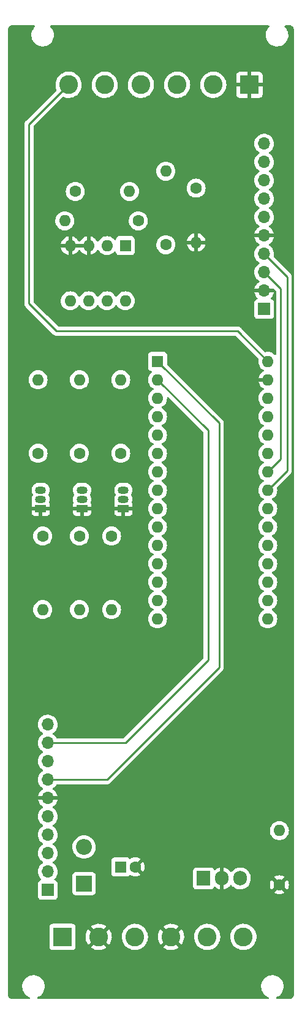
<source format=gbr>
%TF.GenerationSoftware,KiCad,Pcbnew,(6.0.5-0)*%
%TF.CreationDate,2022-08-16T12:13:12-04:00*%
%TF.ProjectId,Springer,53707269-6e67-4657-922e-6b696361645f,rev?*%
%TF.SameCoordinates,Original*%
%TF.FileFunction,Copper,L2,Bot*%
%TF.FilePolarity,Positive*%
%FSLAX46Y46*%
G04 Gerber Fmt 4.6, Leading zero omitted, Abs format (unit mm)*
G04 Created by KiCad (PCBNEW (6.0.5-0)) date 2022-08-16 12:13:12*
%MOMM*%
%LPD*%
G01*
G04 APERTURE LIST*
%TA.AperFunction,ComponentPad*%
%ADD10R,1.600000X1.600000*%
%TD*%
%TA.AperFunction,ComponentPad*%
%ADD11O,1.600000X1.600000*%
%TD*%
%TA.AperFunction,ComponentPad*%
%ADD12R,1.700000X1.700000*%
%TD*%
%TA.AperFunction,ComponentPad*%
%ADD13O,1.700000X1.700000*%
%TD*%
%TA.AperFunction,ComponentPad*%
%ADD14R,1.905000X2.000000*%
%TD*%
%TA.AperFunction,ComponentPad*%
%ADD15O,1.905000X2.000000*%
%TD*%
%TA.AperFunction,ComponentPad*%
%ADD16C,1.600000*%
%TD*%
%TA.AperFunction,ComponentPad*%
%ADD17R,1.500000X1.050000*%
%TD*%
%TA.AperFunction,ComponentPad*%
%ADD18O,1.500000X1.050000*%
%TD*%
%TA.AperFunction,ComponentPad*%
%ADD19R,2.200000X2.200000*%
%TD*%
%TA.AperFunction,ComponentPad*%
%ADD20O,2.200000X2.200000*%
%TD*%
%TA.AperFunction,ComponentPad*%
%ADD21R,2.600000X2.600000*%
%TD*%
%TA.AperFunction,ComponentPad*%
%ADD22C,2.600000*%
%TD*%
%TA.AperFunction,Conductor*%
%ADD23C,0.250000*%
%TD*%
G04 APERTURE END LIST*
D10*
%TO.P,U3,1*%
%TO.N,Net-(C3-Pad2)*%
X45710000Y-75448000D03*
D11*
%TO.P,U3,2,-*%
%TO.N,Net-(J2-Pad2)*%
X43170000Y-75448000D03*
%TO.P,U3,3,+*%
%TO.N,GND*%
X40630000Y-75448000D03*
%TO.P,U3,4,V-*%
X38090000Y-75448000D03*
%TO.P,U3,5*%
%TO.N,N/C*%
X38090000Y-83068000D03*
%TO.P,U3,6*%
X40630000Y-83068000D03*
%TO.P,U3,7*%
X43170000Y-83068000D03*
%TO.P,U3,8,V+*%
%TO.N,/5V*%
X45710000Y-83068000D03*
%TD*%
D12*
%TO.P,J3,1,Pin_1*%
%TO.N,/Tx*%
X34985000Y-164465000D03*
D13*
%TO.P,J3,2,Pin_2*%
%TO.N,unconnected-(J3-Pad2)*%
X34985000Y-161925000D03*
%TO.P,J3,3,Pin_3*%
%TO.N,/Rx*%
X34985000Y-159385000D03*
%TO.P,J3,4,Pin_4*%
%TO.N,unconnected-(J3-Pad4)*%
X34985000Y-156845000D03*
%TO.P,J3,5,Pin_5*%
%TO.N,/5V*%
X34985000Y-154305000D03*
%TO.P,J3,6,Pin_6*%
%TO.N,GND*%
X34985000Y-151765000D03*
%TO.P,J3,7,Pin_7*%
%TO.N,Net-(A2-Pad1)*%
X34985000Y-149225000D03*
%TO.P,J3,8,Pin_8*%
%TO.N,unconnected-(J3-Pad8)*%
X34985000Y-146685000D03*
%TO.P,J3,9,Pin_9*%
%TO.N,Net-(A2-Pad2)*%
X34985000Y-144145000D03*
%TO.P,J3,10,Pin_10*%
%TO.N,unconnected-(J3-Pad10)*%
X34985000Y-141605000D03*
%TD*%
D14*
%TO.P,A1,1,VI*%
%TO.N,Net-(A1-Pad1)*%
X56515000Y-162870000D03*
D15*
%TO.P,A1,2,GND*%
%TO.N,GND*%
X59055000Y-162870000D03*
%TO.P,A1,3,VO*%
%TO.N,/5V*%
X61595000Y-162870000D03*
%TD*%
D16*
%TO.P,R1,1*%
%TO.N,Net-(Q1-Pad2)*%
X34290000Y-115570000D03*
D11*
%TO.P,R1,2*%
%TO.N,Net-(A2-Pad5)*%
X34290000Y-125730000D03*
%TD*%
D16*
%TO.P,R3,1*%
%TO.N,Net-(Q3-Pad2)*%
X43815000Y-115570000D03*
D11*
%TO.P,R3,2*%
%TO.N,Net-(A2-Pad7)*%
X43815000Y-125730000D03*
%TD*%
D16*
%TO.P,R7,1*%
%TO.N,Net-(C3-Pad2)*%
X47498000Y-72009000D03*
D11*
%TO.P,R7,2*%
%TO.N,Net-(J2-Pad2)*%
X37338000Y-72009000D03*
%TD*%
D16*
%TO.P,R8,1*%
%TO.N,Net-(C3-Pad2)*%
X51308000Y-75311000D03*
D11*
%TO.P,R8,2*%
%TO.N,Net-(C4-Pad1)*%
X51308000Y-65151000D03*
%TD*%
D16*
%TO.P,C3,1*%
%TO.N,Net-(J2-Pad2)*%
X38795000Y-67945000D03*
D11*
%TO.P,C3,2*%
%TO.N,Net-(C3-Pad2)*%
X46295000Y-67945000D03*
%TD*%
D10*
%TO.P,C1,1*%
%TO.N,Net-(A1-Pad1)*%
X45085000Y-161290000D03*
D16*
%TO.P,C1,2*%
%TO.N,GND*%
X47085000Y-161290000D03*
%TD*%
%TO.P,R6,1*%
%TO.N,Net-(Q3-Pad3)*%
X45085000Y-104140000D03*
D11*
%TO.P,R6,2*%
%TO.N,Net-(J2-Pad3)*%
X45085000Y-93980000D03*
%TD*%
D17*
%TO.P,Q1,1,E*%
%TO.N,GND*%
X34015000Y-111760000D03*
D18*
%TO.P,Q1,2,B*%
%TO.N,Net-(Q1-Pad2)*%
X34015000Y-110490000D03*
%TO.P,Q1,3,C*%
%TO.N,Net-(Q1-Pad3)*%
X34015000Y-109220000D03*
%TD*%
D16*
%TO.P,R5,1*%
%TO.N,Net-(Q2-Pad3)*%
X39370000Y-104140000D03*
D11*
%TO.P,R5,2*%
%TO.N,/LED1*%
X39370000Y-93980000D03*
%TD*%
D19*
%TO.P,D5,1,K*%
%TO.N,/Vin*%
X40005000Y-163612183D03*
D20*
%TO.P,D5,2,A*%
%TO.N,Net-(A1-Pad1)*%
X40005000Y-158532183D03*
%TD*%
D17*
%TO.P,Q3,1,E*%
%TO.N,GND*%
X45445000Y-111760000D03*
D18*
%TO.P,Q3,2,B*%
%TO.N,Net-(Q3-Pad2)*%
X45445000Y-110490000D03*
%TO.P,Q3,3,C*%
%TO.N,Net-(Q3-Pad3)*%
X45445000Y-109220000D03*
%TD*%
D17*
%TO.P,Q2,1,E*%
%TO.N,GND*%
X39730000Y-111760000D03*
D18*
%TO.P,Q2,2,B*%
%TO.N,Net-(Q2-Pad2)*%
X39730000Y-110490000D03*
%TO.P,Q2,3,C*%
%TO.N,Net-(Q2-Pad3)*%
X39730000Y-109220000D03*
%TD*%
D16*
%TO.P,R2,1*%
%TO.N,Net-(Q2-Pad2)*%
X39370000Y-115570000D03*
D11*
%TO.P,R2,2*%
%TO.N,Net-(A2-Pad6)*%
X39370000Y-125730000D03*
%TD*%
D16*
%TO.P,R4,1*%
%TO.N,Net-(Q1-Pad3)*%
X33655000Y-104140000D03*
D11*
%TO.P,R4,2*%
%TO.N,/LED0*%
X33655000Y-93980000D03*
%TD*%
D12*
%TO.P,J4,1,Pin_1*%
%TO.N,/5V*%
X64897000Y-84201000D03*
D13*
%TO.P,J4,2,Pin_2*%
%TO.N,GND*%
X64897000Y-81661000D03*
%TO.P,J4,3,Pin_3*%
%TO.N,Net-(A2-Pad24)*%
X64897000Y-79121000D03*
%TO.P,J4,4,Pin_4*%
%TO.N,Net-(A2-Pad23)*%
X64897000Y-76581000D03*
%TO.P,J4,5,Pin_5*%
%TO.N,GND*%
X64897000Y-74041000D03*
%TO.P,J4,6,Pin_6*%
%TO.N,unconnected-(J4-Pad6)*%
X64897000Y-71501000D03*
%TO.P,J4,7,Pin_7*%
%TO.N,Net-(C4-Pad1)*%
X64897000Y-68961000D03*
%TO.P,J4,8,Pin_8*%
%TO.N,unconnected-(J4-Pad8)*%
X64897000Y-66421000D03*
%TO.P,J4,9,Pin_9*%
%TO.N,unconnected-(J4-Pad9)*%
X64897000Y-63881000D03*
%TO.P,J4,10,Pin_10*%
%TO.N,unconnected-(J4-Pad10)*%
X64897000Y-61341000D03*
%TD*%
D16*
%TO.P,C2,1*%
%TO.N,GND*%
X67000000Y-163750000D03*
D11*
%TO.P,C2,2*%
%TO.N,/5V*%
X67000000Y-156250000D03*
%TD*%
D10*
%TO.P,A2,1,D1/TX*%
%TO.N,Net-(A2-Pad1)*%
X50165000Y-91440000D03*
D11*
%TO.P,A2,2,D0/RX*%
%TO.N,Net-(A2-Pad2)*%
X50165000Y-93980000D03*
%TO.P,A2,3,~{RESET}*%
%TO.N,unconnected-(A2-Pad3)*%
X50165000Y-96520000D03*
%TO.P,A2,4,GND*%
%TO.N,unconnected-(A2-Pad4)*%
X50165000Y-99060000D03*
%TO.P,A2,5,D2*%
%TO.N,Net-(A2-Pad5)*%
X50165000Y-101600000D03*
%TO.P,A2,6,D3*%
%TO.N,Net-(A2-Pad6)*%
X50165000Y-104140000D03*
%TO.P,A2,7,D4*%
%TO.N,Net-(A2-Pad7)*%
X50165000Y-106680000D03*
%TO.P,A2,8,D5*%
%TO.N,unconnected-(A2-Pad8)*%
X50165000Y-109220000D03*
%TO.P,A2,9,D6*%
%TO.N,unconnected-(A2-Pad9)*%
X50165000Y-111760000D03*
%TO.P,A2,10,D7*%
%TO.N,unconnected-(A2-Pad10)*%
X50165000Y-114300000D03*
%TO.P,A2,11,D8*%
%TO.N,unconnected-(A2-Pad11)*%
X50165000Y-116840000D03*
%TO.P,A2,12,D9*%
%TO.N,unconnected-(A2-Pad12)*%
X50165000Y-119380000D03*
%TO.P,A2,13,D10*%
%TO.N,unconnected-(A2-Pad13)*%
X50165000Y-121920000D03*
%TO.P,A2,14,D11*%
%TO.N,unconnected-(A2-Pad14)*%
X50165000Y-124460000D03*
%TO.P,A2,15,D12*%
%TO.N,unconnected-(A2-Pad15)*%
X50165000Y-127000000D03*
%TO.P,A2,16,D13*%
%TO.N,unconnected-(A2-Pad16)*%
X65405000Y-127000000D03*
%TO.P,A2,17,3V3*%
%TO.N,unconnected-(A2-Pad17)*%
X65405000Y-124460000D03*
%TO.P,A2,18,AREF*%
%TO.N,unconnected-(A2-Pad18)*%
X65405000Y-121920000D03*
%TO.P,A2,19,A0*%
%TO.N,unconnected-(A2-Pad19)*%
X65405000Y-119380000D03*
%TO.P,A2,20,A1*%
%TO.N,unconnected-(A2-Pad20)*%
X65405000Y-116840000D03*
%TO.P,A2,21,A2*%
%TO.N,unconnected-(A2-Pad21)*%
X65405000Y-114300000D03*
%TO.P,A2,22,A3*%
%TO.N,unconnected-(A2-Pad22)*%
X65405000Y-111760000D03*
%TO.P,A2,23,A4*%
%TO.N,Net-(A2-Pad23)*%
X65405000Y-109220000D03*
%TO.P,A2,24,A5*%
%TO.N,Net-(A2-Pad24)*%
X65405000Y-106680000D03*
%TO.P,A2,25,A6*%
%TO.N,unconnected-(A2-Pad25)*%
X65405000Y-104140000D03*
%TO.P,A2,26,A7*%
%TO.N,unconnected-(A2-Pad26)*%
X65405000Y-101600000D03*
%TO.P,A2,27,+5V*%
%TO.N,unconnected-(A2-Pad27)*%
X65405000Y-99060000D03*
%TO.P,A2,28,~{RESET}*%
%TO.N,unconnected-(A2-Pad28)*%
X65405000Y-96520000D03*
%TO.P,A2,29,GND*%
%TO.N,GND*%
X65405000Y-93980000D03*
%TO.P,A2,30,VIN*%
%TO.N,/5V*%
X65405000Y-91440000D03*
%TD*%
D21*
%TO.P,J1,1,Pin_1*%
%TO.N,unconnected-(J1-Pad1)*%
X37030000Y-170950000D03*
D22*
%TO.P,J1,2,Pin_2*%
%TO.N,GND*%
X42030000Y-170950000D03*
%TO.P,J1,3,Pin_3*%
%TO.N,/Vin*%
X47030000Y-170950000D03*
%TO.P,J1,4,Pin_4*%
%TO.N,GND*%
X52030000Y-170950000D03*
%TO.P,J1,5,Pin_5*%
%TO.N,/Rx*%
X57030000Y-170950000D03*
%TO.P,J1,6,Pin_6*%
%TO.N,/Tx*%
X62030000Y-170950000D03*
%TD*%
D16*
%TO.P,C4,1*%
%TO.N,Net-(C4-Pad1)*%
X55499000Y-67497000D03*
D11*
%TO.P,C4,2*%
%TO.N,GND*%
X55499000Y-74997000D03*
%TD*%
D21*
%TO.P,J2,1,Pin_1*%
%TO.N,GND*%
X62865000Y-53213000D03*
D22*
%TO.P,J2,2,Pin_2*%
%TO.N,Net-(J2-Pad2)*%
X57865000Y-53213000D03*
%TO.P,J2,3,Pin_3*%
%TO.N,Net-(J2-Pad3)*%
X52865000Y-53213000D03*
%TO.P,J2,4,Pin_4*%
%TO.N,/LED1*%
X47865000Y-53213000D03*
%TO.P,J2,5,Pin_5*%
%TO.N,/LED0*%
X42865000Y-53213000D03*
%TO.P,J2,6,Pin_6*%
%TO.N,/5V*%
X37865000Y-53213000D03*
%TD*%
D23*
%TO.N,GND*%
X59055000Y-163925000D02*
X59055000Y-162870000D01*
%TO.N,/5V*%
X32385000Y-83439000D02*
X36195000Y-87249000D01*
X36195000Y-87249000D02*
X61214000Y-87249000D01*
X32385000Y-58693000D02*
X32385000Y-83439000D01*
X61214000Y-87249000D02*
X65405000Y-91440000D01*
X37865000Y-53213000D02*
X32385000Y-58693000D01*
%TO.N,Net-(A2-Pad1)*%
X58674000Y-133731000D02*
X43180000Y-149225000D01*
X58674000Y-99949000D02*
X58674000Y-133731000D01*
X43180000Y-149225000D02*
X34985000Y-149225000D01*
X50165000Y-91440000D02*
X58674000Y-99949000D01*
%TO.N,Net-(A2-Pad2)*%
X57150000Y-132715000D02*
X57150000Y-100965000D01*
X45720000Y-144145000D02*
X57150000Y-132715000D01*
X34985000Y-144145000D02*
X45720000Y-144145000D01*
X57150000Y-100965000D02*
X50165000Y-93980000D01*
%TO.N,Net-(A2-Pad23)*%
X68072000Y-79756000D02*
X68072000Y-106553000D01*
X64897000Y-76581000D02*
X68072000Y-79756000D01*
X68072000Y-106553000D02*
X65405000Y-109220000D01*
%TO.N,Net-(A2-Pad24)*%
X67183000Y-81407000D02*
X67183000Y-104902000D01*
X64897000Y-79121000D02*
X67183000Y-81407000D01*
X67183000Y-104902000D02*
X65405000Y-106680000D01*
%TD*%
%TA.AperFunction,Conductor*%
%TO.N,GND*%
G36*
X33195246Y-45028502D02*
G01*
X33241739Y-45082158D01*
X33251843Y-45152432D01*
X33222349Y-45217012D01*
X33210455Y-45229010D01*
X33165262Y-45268853D01*
X33006076Y-45462649D01*
X32879922Y-45679404D01*
X32790045Y-45913539D01*
X32738759Y-46159033D01*
X32727382Y-46409568D01*
X32756208Y-46658699D01*
X32757587Y-46663573D01*
X32757588Y-46663577D01*
X32796526Y-46801181D01*
X32824494Y-46900017D01*
X32826628Y-46904592D01*
X32826630Y-46904599D01*
X32928347Y-47122731D01*
X32930484Y-47127313D01*
X32933326Y-47131494D01*
X32933326Y-47131495D01*
X33068605Y-47330552D01*
X33068608Y-47330556D01*
X33071451Y-47334739D01*
X33074928Y-47338416D01*
X33074929Y-47338417D01*
X33175238Y-47444491D01*
X33243767Y-47516959D01*
X33247793Y-47520037D01*
X33247794Y-47520038D01*
X33438981Y-47666212D01*
X33438985Y-47666215D01*
X33443001Y-47669285D01*
X33664026Y-47787797D01*
X33668807Y-47789443D01*
X33668811Y-47789445D01*
X33894538Y-47867169D01*
X33901156Y-47869448D01*
X34004689Y-47887331D01*
X34144380Y-47911460D01*
X34144386Y-47911461D01*
X34148290Y-47912135D01*
X34152251Y-47912315D01*
X34152252Y-47912315D01*
X34176931Y-47913436D01*
X34176950Y-47913436D01*
X34178350Y-47913500D01*
X34353015Y-47913500D01*
X34355523Y-47913298D01*
X34355528Y-47913298D01*
X34534944Y-47898863D01*
X34534949Y-47898862D01*
X34539985Y-47898457D01*
X34544893Y-47897252D01*
X34544896Y-47897251D01*
X34778625Y-47839841D01*
X34783539Y-47838634D01*
X34788191Y-47836659D01*
X34788195Y-47836658D01*
X35009741Y-47742617D01*
X35009742Y-47742617D01*
X35014396Y-47740641D01*
X35226615Y-47607000D01*
X35414738Y-47441147D01*
X35573924Y-47247351D01*
X35700078Y-47030596D01*
X35789955Y-46796461D01*
X35841241Y-46550967D01*
X35852618Y-46300432D01*
X35823792Y-46051301D01*
X35784810Y-45913539D01*
X35756884Y-45814852D01*
X35756883Y-45814850D01*
X35755506Y-45809983D01*
X35753372Y-45805408D01*
X35753370Y-45805401D01*
X35651653Y-45587269D01*
X35651651Y-45587265D01*
X35649516Y-45582687D01*
X35629511Y-45553250D01*
X35511395Y-45379448D01*
X35511392Y-45379444D01*
X35508549Y-45375261D01*
X35362741Y-45221072D01*
X35330470Y-45157835D01*
X35337510Y-45087188D01*
X35381627Y-45031563D01*
X35454290Y-45008500D01*
X65512125Y-45008500D01*
X65580246Y-45028502D01*
X65626739Y-45082158D01*
X65636843Y-45152432D01*
X65607349Y-45217012D01*
X65595455Y-45229010D01*
X65550262Y-45268853D01*
X65391076Y-45462649D01*
X65264922Y-45679404D01*
X65175045Y-45913539D01*
X65123759Y-46159033D01*
X65112382Y-46409568D01*
X65141208Y-46658699D01*
X65142587Y-46663573D01*
X65142588Y-46663577D01*
X65181526Y-46801181D01*
X65209494Y-46900017D01*
X65211628Y-46904592D01*
X65211630Y-46904599D01*
X65313347Y-47122731D01*
X65315484Y-47127313D01*
X65318326Y-47131494D01*
X65318326Y-47131495D01*
X65453605Y-47330552D01*
X65453608Y-47330556D01*
X65456451Y-47334739D01*
X65459928Y-47338416D01*
X65459929Y-47338417D01*
X65560238Y-47444491D01*
X65628767Y-47516959D01*
X65632793Y-47520037D01*
X65632794Y-47520038D01*
X65823981Y-47666212D01*
X65823985Y-47666215D01*
X65828001Y-47669285D01*
X66049026Y-47787797D01*
X66053807Y-47789443D01*
X66053811Y-47789445D01*
X66279538Y-47867169D01*
X66286156Y-47869448D01*
X66389689Y-47887331D01*
X66529380Y-47911460D01*
X66529386Y-47911461D01*
X66533290Y-47912135D01*
X66537251Y-47912315D01*
X66537252Y-47912315D01*
X66561931Y-47913436D01*
X66561950Y-47913436D01*
X66563350Y-47913500D01*
X66738015Y-47913500D01*
X66740523Y-47913298D01*
X66740528Y-47913298D01*
X66919944Y-47898863D01*
X66919949Y-47898862D01*
X66924985Y-47898457D01*
X66929893Y-47897252D01*
X66929896Y-47897251D01*
X67163625Y-47839841D01*
X67168539Y-47838634D01*
X67173191Y-47836659D01*
X67173195Y-47836658D01*
X67394741Y-47742617D01*
X67394742Y-47742617D01*
X67399396Y-47740641D01*
X67611615Y-47607000D01*
X67799738Y-47441147D01*
X67958924Y-47247351D01*
X68085078Y-47030596D01*
X68174955Y-46796461D01*
X68226241Y-46550967D01*
X68237618Y-46300432D01*
X68208792Y-46051301D01*
X68169810Y-45913539D01*
X68141884Y-45814852D01*
X68141883Y-45814850D01*
X68140506Y-45809983D01*
X68138372Y-45805408D01*
X68138370Y-45805401D01*
X68036653Y-45587269D01*
X68036651Y-45587265D01*
X68034516Y-45582687D01*
X68014511Y-45553250D01*
X67896395Y-45379448D01*
X67896392Y-45379444D01*
X67893549Y-45375261D01*
X67747741Y-45221072D01*
X67715470Y-45157835D01*
X67722510Y-45087188D01*
X67766627Y-45031563D01*
X67839290Y-45008500D01*
X68450633Y-45008500D01*
X68470018Y-45010000D01*
X68484852Y-45012310D01*
X68484855Y-45012310D01*
X68493724Y-45013691D01*
X68502626Y-45012527D01*
X68502750Y-45012511D01*
X68533192Y-45012240D01*
X68540621Y-45013077D01*
X68595264Y-45019234D01*
X68622771Y-45025513D01*
X68699853Y-45052485D01*
X68725274Y-45064727D01*
X68794426Y-45108178D01*
X68816485Y-45125770D01*
X68874230Y-45183515D01*
X68891822Y-45205574D01*
X68935273Y-45274726D01*
X68947515Y-45300147D01*
X68974487Y-45377228D01*
X68980766Y-45404736D01*
X68987018Y-45460226D01*
X68986923Y-45475868D01*
X68987800Y-45475879D01*
X68987690Y-45484851D01*
X68986309Y-45493724D01*
X68987473Y-45502626D01*
X68987473Y-45502628D01*
X68990436Y-45525283D01*
X68991500Y-45541621D01*
X68991500Y-178950633D01*
X68990000Y-178970018D01*
X68986309Y-178993724D01*
X68987473Y-179002626D01*
X68987489Y-179002750D01*
X68987760Y-179033192D01*
X68986018Y-179048655D01*
X68980766Y-179095264D01*
X68974487Y-179122771D01*
X68947515Y-179199853D01*
X68935273Y-179225274D01*
X68891822Y-179294426D01*
X68874230Y-179316485D01*
X68816485Y-179374230D01*
X68794426Y-179391822D01*
X68725274Y-179435273D01*
X68699853Y-179447515D01*
X68622772Y-179474487D01*
X68595264Y-179480766D01*
X68539774Y-179487018D01*
X68524132Y-179486923D01*
X68524121Y-179487800D01*
X68515149Y-179487690D01*
X68506276Y-179486309D01*
X68497374Y-179487473D01*
X68497372Y-179487473D01*
X68486385Y-179488910D01*
X68474714Y-179490436D01*
X68458379Y-179491500D01*
X66663148Y-179491500D01*
X66595027Y-179471498D01*
X66548534Y-179417842D01*
X66538430Y-179347568D01*
X66567924Y-179282988D01*
X66613916Y-179249516D01*
X66759741Y-179187617D01*
X66759742Y-179187617D01*
X66764396Y-179185641D01*
X66976615Y-179052000D01*
X67164738Y-178886147D01*
X67323924Y-178692351D01*
X67450078Y-178475596D01*
X67539955Y-178241461D01*
X67591241Y-177995967D01*
X67602618Y-177745432D01*
X67573792Y-177496301D01*
X67534810Y-177358539D01*
X67506884Y-177259852D01*
X67506883Y-177259850D01*
X67505506Y-177254983D01*
X67503372Y-177250408D01*
X67503370Y-177250401D01*
X67401653Y-177032269D01*
X67401651Y-177032265D01*
X67399516Y-177027687D01*
X67396674Y-177023505D01*
X67261395Y-176824448D01*
X67261392Y-176824444D01*
X67258549Y-176820261D01*
X67157925Y-176713853D01*
X67089713Y-176641721D01*
X67086233Y-176638041D01*
X67082206Y-176634962D01*
X66891019Y-176488788D01*
X66891015Y-176488785D01*
X66886999Y-176485715D01*
X66665974Y-176367203D01*
X66661193Y-176365557D01*
X66661189Y-176365555D01*
X66433633Y-176287201D01*
X66428844Y-176285552D01*
X66325311Y-176267669D01*
X66185620Y-176243540D01*
X66185614Y-176243539D01*
X66181710Y-176242865D01*
X66177749Y-176242685D01*
X66177748Y-176242685D01*
X66153069Y-176241564D01*
X66153050Y-176241564D01*
X66151650Y-176241500D01*
X65976985Y-176241500D01*
X65974477Y-176241702D01*
X65974472Y-176241702D01*
X65795056Y-176256137D01*
X65795051Y-176256138D01*
X65790015Y-176256543D01*
X65785107Y-176257748D01*
X65785104Y-176257749D01*
X65553326Y-176314680D01*
X65546461Y-176316366D01*
X65541809Y-176318341D01*
X65541805Y-176318342D01*
X65421061Y-176369595D01*
X65315604Y-176414359D01*
X65103385Y-176548000D01*
X64915262Y-176713853D01*
X64756076Y-176907649D01*
X64629922Y-177124404D01*
X64540045Y-177358539D01*
X64488759Y-177604033D01*
X64477382Y-177854568D01*
X64506208Y-178103699D01*
X64507587Y-178108573D01*
X64507588Y-178108577D01*
X64546526Y-178246181D01*
X64574494Y-178345017D01*
X64576628Y-178349592D01*
X64576630Y-178349599D01*
X64678347Y-178567731D01*
X64680484Y-178572313D01*
X64683326Y-178576494D01*
X64683326Y-178576495D01*
X64818605Y-178775552D01*
X64818608Y-178775556D01*
X64821451Y-178779739D01*
X64824928Y-178783416D01*
X64824929Y-178783417D01*
X64925238Y-178889491D01*
X64993767Y-178961959D01*
X64997793Y-178965037D01*
X64997794Y-178965038D01*
X65188981Y-179111212D01*
X65188985Y-179111215D01*
X65193001Y-179114285D01*
X65414026Y-179232797D01*
X65418807Y-179234443D01*
X65418811Y-179234445D01*
X65453430Y-179246365D01*
X65511327Y-179287455D01*
X65537818Y-179353324D01*
X65524493Y-179423059D01*
X65475581Y-179474519D01*
X65412408Y-179491500D01*
X33643148Y-179491500D01*
X33575027Y-179471498D01*
X33528534Y-179417842D01*
X33518430Y-179347568D01*
X33547924Y-179282988D01*
X33593916Y-179249516D01*
X33739741Y-179187617D01*
X33739742Y-179187617D01*
X33744396Y-179185641D01*
X33956615Y-179052000D01*
X34144738Y-178886147D01*
X34303924Y-178692351D01*
X34430078Y-178475596D01*
X34519955Y-178241461D01*
X34571241Y-177995967D01*
X34582618Y-177745432D01*
X34553792Y-177496301D01*
X34514810Y-177358539D01*
X34486884Y-177259852D01*
X34486883Y-177259850D01*
X34485506Y-177254983D01*
X34483372Y-177250408D01*
X34483370Y-177250401D01*
X34381653Y-177032269D01*
X34381651Y-177032265D01*
X34379516Y-177027687D01*
X34376674Y-177023505D01*
X34241395Y-176824448D01*
X34241392Y-176824444D01*
X34238549Y-176820261D01*
X34137925Y-176713853D01*
X34069713Y-176641721D01*
X34066233Y-176638041D01*
X34062206Y-176634962D01*
X33871019Y-176488788D01*
X33871015Y-176488785D01*
X33866999Y-176485715D01*
X33645974Y-176367203D01*
X33641193Y-176365557D01*
X33641189Y-176365555D01*
X33413633Y-176287201D01*
X33408844Y-176285552D01*
X33305311Y-176267669D01*
X33165620Y-176243540D01*
X33165614Y-176243539D01*
X33161710Y-176242865D01*
X33157749Y-176242685D01*
X33157748Y-176242685D01*
X33133069Y-176241564D01*
X33133050Y-176241564D01*
X33131650Y-176241500D01*
X32956985Y-176241500D01*
X32954477Y-176241702D01*
X32954472Y-176241702D01*
X32775056Y-176256137D01*
X32775051Y-176256138D01*
X32770015Y-176256543D01*
X32765107Y-176257748D01*
X32765104Y-176257749D01*
X32533326Y-176314680D01*
X32526461Y-176316366D01*
X32521809Y-176318341D01*
X32521805Y-176318342D01*
X32401061Y-176369595D01*
X32295604Y-176414359D01*
X32083385Y-176548000D01*
X31895262Y-176713853D01*
X31736076Y-176907649D01*
X31609922Y-177124404D01*
X31520045Y-177358539D01*
X31468759Y-177604033D01*
X31457382Y-177854568D01*
X31486208Y-178103699D01*
X31487587Y-178108573D01*
X31487588Y-178108577D01*
X31526526Y-178246181D01*
X31554494Y-178345017D01*
X31556628Y-178349592D01*
X31556630Y-178349599D01*
X31658347Y-178567731D01*
X31660484Y-178572313D01*
X31663326Y-178576494D01*
X31663326Y-178576495D01*
X31798605Y-178775552D01*
X31798608Y-178775556D01*
X31801451Y-178779739D01*
X31804928Y-178783416D01*
X31804929Y-178783417D01*
X31905238Y-178889491D01*
X31973767Y-178961959D01*
X31977793Y-178965037D01*
X31977794Y-178965038D01*
X32168981Y-179111212D01*
X32168985Y-179111215D01*
X32173001Y-179114285D01*
X32394026Y-179232797D01*
X32398807Y-179234443D01*
X32398811Y-179234445D01*
X32433430Y-179246365D01*
X32491327Y-179287455D01*
X32517818Y-179353324D01*
X32504493Y-179423059D01*
X32455581Y-179474519D01*
X32392408Y-179491500D01*
X30049367Y-179491500D01*
X30029982Y-179490000D01*
X30015148Y-179487690D01*
X30015145Y-179487690D01*
X30006276Y-179486309D01*
X29997374Y-179487473D01*
X29997250Y-179487489D01*
X29966808Y-179487760D01*
X29946130Y-179485430D01*
X29904736Y-179480766D01*
X29877229Y-179474487D01*
X29800147Y-179447515D01*
X29774726Y-179435273D01*
X29705574Y-179391822D01*
X29683515Y-179374230D01*
X29625770Y-179316485D01*
X29608178Y-179294426D01*
X29564727Y-179225274D01*
X29552485Y-179199853D01*
X29525513Y-179122772D01*
X29519234Y-179095266D01*
X29518826Y-179091644D01*
X29513170Y-179041447D01*
X29512888Y-179016640D01*
X29513576Y-179012552D01*
X29513729Y-179000000D01*
X29509773Y-178972376D01*
X29508500Y-178954514D01*
X29508500Y-172298134D01*
X35221500Y-172298134D01*
X35228255Y-172360316D01*
X35279385Y-172496705D01*
X35366739Y-172613261D01*
X35483295Y-172700615D01*
X35619684Y-172751745D01*
X35681866Y-172758500D01*
X38378134Y-172758500D01*
X38440316Y-172751745D01*
X38576705Y-172700615D01*
X38693261Y-172613261D01*
X38780615Y-172496705D01*
X38818778Y-172394906D01*
X40949839Y-172394906D01*
X40958553Y-172406427D01*
X41065452Y-172484809D01*
X41073351Y-172489745D01*
X41302905Y-172610519D01*
X41311454Y-172614236D01*
X41556327Y-172699749D01*
X41565336Y-172702163D01*
X41820166Y-172750544D01*
X41829423Y-172751598D01*
X42088607Y-172761783D01*
X42097921Y-172761457D01*
X42355753Y-172733220D01*
X42364930Y-172731519D01*
X42615758Y-172665481D01*
X42624574Y-172662445D01*
X42862880Y-172560062D01*
X42871167Y-172555748D01*
X43091718Y-172419266D01*
X43099268Y-172413780D01*
X43104559Y-172409301D01*
X43112997Y-172396497D01*
X43106935Y-172386145D01*
X42042812Y-171322022D01*
X42028868Y-171314408D01*
X42027035Y-171314539D01*
X42020420Y-171318790D01*
X40956497Y-172382713D01*
X40949839Y-172394906D01*
X38818778Y-172394906D01*
X38831745Y-172360316D01*
X38838500Y-172298134D01*
X38838500Y-170907211D01*
X40217775Y-170907211D01*
X40230220Y-171166288D01*
X40231356Y-171175543D01*
X40281961Y-171429945D01*
X40284449Y-171438917D01*
X40372095Y-171683033D01*
X40375895Y-171691568D01*
X40498658Y-171920042D01*
X40503666Y-171927904D01*
X40573720Y-172021716D01*
X40584979Y-172030165D01*
X40597397Y-172023393D01*
X41657978Y-170962812D01*
X41664356Y-170951132D01*
X42394408Y-170951132D01*
X42394539Y-170952965D01*
X42398790Y-170959580D01*
X43466094Y-172026884D01*
X43478474Y-172033644D01*
X43486815Y-172027400D01*
X43620832Y-171819048D01*
X43625275Y-171810864D01*
X43731807Y-171574370D01*
X43734997Y-171565605D01*
X43805402Y-171315972D01*
X43807262Y-171306830D01*
X43840187Y-171048019D01*
X43840668Y-171041733D01*
X43842987Y-170953160D01*
X43842836Y-170946851D01*
X43839542Y-170902526D01*
X45217050Y-170902526D01*
X45217274Y-170907192D01*
X45217274Y-170907197D01*
X45219946Y-170962812D01*
X45229947Y-171171019D01*
X45282388Y-171434656D01*
X45373220Y-171687646D01*
X45500450Y-171924431D01*
X45503241Y-171928168D01*
X45503245Y-171928175D01*
X45579405Y-172030165D01*
X45661281Y-172139810D01*
X45664590Y-172143090D01*
X45664595Y-172143096D01*
X45848863Y-172325762D01*
X45852180Y-172329050D01*
X45855942Y-172331808D01*
X45855945Y-172331811D01*
X45967737Y-172413780D01*
X46068954Y-172487995D01*
X46073089Y-172490171D01*
X46073093Y-172490173D01*
X46302698Y-172610975D01*
X46306840Y-172613154D01*
X46560613Y-172701775D01*
X46565206Y-172702647D01*
X46820109Y-172751042D01*
X46820112Y-172751042D01*
X46824698Y-172751913D01*
X46952370Y-172756929D01*
X47088625Y-172762283D01*
X47088630Y-172762283D01*
X47093293Y-172762466D01*
X47197607Y-172751042D01*
X47355844Y-172733713D01*
X47355850Y-172733712D01*
X47360497Y-172733203D01*
X47365021Y-172732012D01*
X47615918Y-172665956D01*
X47615920Y-172665955D01*
X47620441Y-172664765D01*
X47727795Y-172618642D01*
X47863120Y-172560502D01*
X47863122Y-172560501D01*
X47867414Y-172558657D01*
X47986751Y-172484809D01*
X48092017Y-172419669D01*
X48092021Y-172419666D01*
X48095990Y-172417210D01*
X48122337Y-172394906D01*
X50949839Y-172394906D01*
X50958553Y-172406427D01*
X51065452Y-172484809D01*
X51073351Y-172489745D01*
X51302905Y-172610519D01*
X51311454Y-172614236D01*
X51556327Y-172699749D01*
X51565336Y-172702163D01*
X51820166Y-172750544D01*
X51829423Y-172751598D01*
X52088607Y-172761783D01*
X52097921Y-172761457D01*
X52355753Y-172733220D01*
X52364930Y-172731519D01*
X52615758Y-172665481D01*
X52624574Y-172662445D01*
X52862880Y-172560062D01*
X52871167Y-172555748D01*
X53091718Y-172419266D01*
X53099268Y-172413780D01*
X53104559Y-172409301D01*
X53112997Y-172396497D01*
X53106935Y-172386145D01*
X52042812Y-171322022D01*
X52028868Y-171314408D01*
X52027035Y-171314539D01*
X52020420Y-171318790D01*
X50956497Y-172382713D01*
X50949839Y-172394906D01*
X48122337Y-172394906D01*
X48301149Y-172243530D01*
X48478382Y-172041434D01*
X48485631Y-172030165D01*
X48621269Y-171819291D01*
X48623797Y-171815361D01*
X48734199Y-171570278D01*
X48771247Y-171438917D01*
X48805893Y-171316072D01*
X48805894Y-171316069D01*
X48807163Y-171311568D01*
X48825043Y-171171019D01*
X48840688Y-171048045D01*
X48840688Y-171048041D01*
X48841086Y-171044915D01*
X48841170Y-171041733D01*
X48842477Y-170991779D01*
X48843571Y-170950000D01*
X48840391Y-170907211D01*
X50217775Y-170907211D01*
X50230220Y-171166288D01*
X50231356Y-171175543D01*
X50281961Y-171429945D01*
X50284449Y-171438917D01*
X50372095Y-171683033D01*
X50375895Y-171691568D01*
X50498658Y-171920042D01*
X50503666Y-171927904D01*
X50573720Y-172021716D01*
X50584979Y-172030165D01*
X50597397Y-172023393D01*
X51657978Y-170962812D01*
X51664356Y-170951132D01*
X52394408Y-170951132D01*
X52394539Y-170952965D01*
X52398790Y-170959580D01*
X53466094Y-172026884D01*
X53478474Y-172033644D01*
X53486815Y-172027400D01*
X53620832Y-171819048D01*
X53625275Y-171810864D01*
X53731807Y-171574370D01*
X53734997Y-171565605D01*
X53805402Y-171315972D01*
X53807262Y-171306830D01*
X53840187Y-171048019D01*
X53840668Y-171041733D01*
X53842987Y-170953160D01*
X53842836Y-170946851D01*
X53839542Y-170902526D01*
X55217050Y-170902526D01*
X55217274Y-170907192D01*
X55217274Y-170907197D01*
X55219946Y-170962812D01*
X55229947Y-171171019D01*
X55282388Y-171434656D01*
X55373220Y-171687646D01*
X55500450Y-171924431D01*
X55503241Y-171928168D01*
X55503245Y-171928175D01*
X55579405Y-172030165D01*
X55661281Y-172139810D01*
X55664590Y-172143090D01*
X55664595Y-172143096D01*
X55848863Y-172325762D01*
X55852180Y-172329050D01*
X55855942Y-172331808D01*
X55855945Y-172331811D01*
X55967737Y-172413780D01*
X56068954Y-172487995D01*
X56073089Y-172490171D01*
X56073093Y-172490173D01*
X56302698Y-172610975D01*
X56306840Y-172613154D01*
X56560613Y-172701775D01*
X56565206Y-172702647D01*
X56820109Y-172751042D01*
X56820112Y-172751042D01*
X56824698Y-172751913D01*
X56952370Y-172756929D01*
X57088625Y-172762283D01*
X57088630Y-172762283D01*
X57093293Y-172762466D01*
X57197607Y-172751042D01*
X57355844Y-172733713D01*
X57355850Y-172733712D01*
X57360497Y-172733203D01*
X57365021Y-172732012D01*
X57615918Y-172665956D01*
X57615920Y-172665955D01*
X57620441Y-172664765D01*
X57727795Y-172618642D01*
X57863120Y-172560502D01*
X57863122Y-172560501D01*
X57867414Y-172558657D01*
X57986751Y-172484809D01*
X58092017Y-172419669D01*
X58092021Y-172419666D01*
X58095990Y-172417210D01*
X58301149Y-172243530D01*
X58478382Y-172041434D01*
X58485631Y-172030165D01*
X58621269Y-171819291D01*
X58623797Y-171815361D01*
X58734199Y-171570278D01*
X58771247Y-171438917D01*
X58805893Y-171316072D01*
X58805894Y-171316069D01*
X58807163Y-171311568D01*
X58825043Y-171171019D01*
X58840688Y-171048045D01*
X58840688Y-171048041D01*
X58841086Y-171044915D01*
X58841170Y-171041733D01*
X58842477Y-170991779D01*
X58843571Y-170950000D01*
X58840043Y-170902526D01*
X60217050Y-170902526D01*
X60217274Y-170907192D01*
X60217274Y-170907197D01*
X60219946Y-170962812D01*
X60229947Y-171171019D01*
X60282388Y-171434656D01*
X60373220Y-171687646D01*
X60500450Y-171924431D01*
X60503241Y-171928168D01*
X60503245Y-171928175D01*
X60579405Y-172030165D01*
X60661281Y-172139810D01*
X60664590Y-172143090D01*
X60664595Y-172143096D01*
X60848863Y-172325762D01*
X60852180Y-172329050D01*
X60855942Y-172331808D01*
X60855945Y-172331811D01*
X60967737Y-172413780D01*
X61068954Y-172487995D01*
X61073089Y-172490171D01*
X61073093Y-172490173D01*
X61302698Y-172610975D01*
X61306840Y-172613154D01*
X61560613Y-172701775D01*
X61565206Y-172702647D01*
X61820109Y-172751042D01*
X61820112Y-172751042D01*
X61824698Y-172751913D01*
X61952370Y-172756929D01*
X62088625Y-172762283D01*
X62088630Y-172762283D01*
X62093293Y-172762466D01*
X62197607Y-172751042D01*
X62355844Y-172733713D01*
X62355850Y-172733712D01*
X62360497Y-172733203D01*
X62365021Y-172732012D01*
X62615918Y-172665956D01*
X62615920Y-172665955D01*
X62620441Y-172664765D01*
X62727795Y-172618642D01*
X62863120Y-172560502D01*
X62863122Y-172560501D01*
X62867414Y-172558657D01*
X62986751Y-172484809D01*
X63092017Y-172419669D01*
X63092021Y-172419666D01*
X63095990Y-172417210D01*
X63301149Y-172243530D01*
X63478382Y-172041434D01*
X63485631Y-172030165D01*
X63621269Y-171819291D01*
X63623797Y-171815361D01*
X63734199Y-171570278D01*
X63771247Y-171438917D01*
X63805893Y-171316072D01*
X63805894Y-171316069D01*
X63807163Y-171311568D01*
X63825043Y-171171019D01*
X63840688Y-171048045D01*
X63840688Y-171048041D01*
X63841086Y-171044915D01*
X63841170Y-171041733D01*
X63842477Y-170991779D01*
X63843571Y-170950000D01*
X63823650Y-170681937D01*
X63822619Y-170677379D01*
X63765361Y-170424331D01*
X63765360Y-170424326D01*
X63764327Y-170419763D01*
X63666902Y-170169238D01*
X63533518Y-169935864D01*
X63486068Y-169875673D01*
X63467416Y-169852014D01*
X63367105Y-169724769D01*
X63171317Y-169540591D01*
X62973407Y-169403295D01*
X62954299Y-169390039D01*
X62954296Y-169390037D01*
X62950457Y-169387374D01*
X62908770Y-169366816D01*
X62713564Y-169270551D01*
X62713561Y-169270550D01*
X62709376Y-169268486D01*
X62663207Y-169253707D01*
X62483657Y-169196233D01*
X62453370Y-169186538D01*
X62448763Y-169185788D01*
X62448760Y-169185787D01*
X62235337Y-169151029D01*
X62188063Y-169143330D01*
X62057719Y-169141624D01*
X61923961Y-169139873D01*
X61923958Y-169139873D01*
X61919284Y-169139812D01*
X61652937Y-169176060D01*
X61648451Y-169177368D01*
X61648449Y-169177368D01*
X61583726Y-169196233D01*
X61394874Y-169251278D01*
X61150763Y-169363815D01*
X61146854Y-169366378D01*
X60929881Y-169508631D01*
X60929876Y-169508635D01*
X60925968Y-169511197D01*
X60725426Y-169690188D01*
X60553544Y-169896854D01*
X60414096Y-170126656D01*
X60412287Y-170130970D01*
X60412285Y-170130974D01*
X60396240Y-170169238D01*
X60310148Y-170374545D01*
X60243981Y-170635077D01*
X60217050Y-170902526D01*
X58840043Y-170902526D01*
X58823650Y-170681937D01*
X58822619Y-170677379D01*
X58765361Y-170424331D01*
X58765360Y-170424326D01*
X58764327Y-170419763D01*
X58666902Y-170169238D01*
X58533518Y-169935864D01*
X58486068Y-169875673D01*
X58467416Y-169852014D01*
X58367105Y-169724769D01*
X58171317Y-169540591D01*
X57973407Y-169403295D01*
X57954299Y-169390039D01*
X57954296Y-169390037D01*
X57950457Y-169387374D01*
X57908770Y-169366816D01*
X57713564Y-169270551D01*
X57713561Y-169270550D01*
X57709376Y-169268486D01*
X57663207Y-169253707D01*
X57483657Y-169196233D01*
X57453370Y-169186538D01*
X57448763Y-169185788D01*
X57448760Y-169185787D01*
X57235337Y-169151029D01*
X57188063Y-169143330D01*
X57057719Y-169141624D01*
X56923961Y-169139873D01*
X56923958Y-169139873D01*
X56919284Y-169139812D01*
X56652937Y-169176060D01*
X56648451Y-169177368D01*
X56648449Y-169177368D01*
X56583726Y-169196233D01*
X56394874Y-169251278D01*
X56150763Y-169363815D01*
X56146854Y-169366378D01*
X55929881Y-169508631D01*
X55929876Y-169508635D01*
X55925968Y-169511197D01*
X55725426Y-169690188D01*
X55553544Y-169896854D01*
X55414096Y-170126656D01*
X55412287Y-170130970D01*
X55412285Y-170130974D01*
X55396240Y-170169238D01*
X55310148Y-170374545D01*
X55243981Y-170635077D01*
X55217050Y-170902526D01*
X53839542Y-170902526D01*
X53823501Y-170686663D01*
X53822125Y-170677457D01*
X53764878Y-170424467D01*
X53762154Y-170415556D01*
X53668143Y-170173806D01*
X53664132Y-170165397D01*
X53535422Y-169940202D01*
X53530211Y-169932476D01*
X53486996Y-169877658D01*
X53475071Y-169869187D01*
X53463537Y-169875673D01*
X52402022Y-170937188D01*
X52394408Y-170951132D01*
X51664356Y-170951132D01*
X51665592Y-170948868D01*
X51665461Y-170947035D01*
X51661210Y-170940420D01*
X50595816Y-169875026D01*
X50582507Y-169867758D01*
X50572472Y-169874878D01*
X50556937Y-169893556D01*
X50551531Y-169901135D01*
X50416965Y-170122891D01*
X50412736Y-170131192D01*
X50312432Y-170370389D01*
X50309471Y-170379239D01*
X50245628Y-170630625D01*
X50244006Y-170639822D01*
X50218020Y-170897885D01*
X50217775Y-170907211D01*
X48840391Y-170907211D01*
X48823650Y-170681937D01*
X48822619Y-170677379D01*
X48765361Y-170424331D01*
X48765360Y-170424326D01*
X48764327Y-170419763D01*
X48666902Y-170169238D01*
X48533518Y-169935864D01*
X48486068Y-169875673D01*
X48467416Y-169852014D01*
X48367105Y-169724769D01*
X48171317Y-169540591D01*
X48116682Y-169502689D01*
X50947102Y-169502689D01*
X50951675Y-169512465D01*
X52017188Y-170577978D01*
X52031132Y-170585592D01*
X52032965Y-170585461D01*
X52039580Y-170581210D01*
X53104349Y-169516441D01*
X53110733Y-169504751D01*
X53101321Y-169492641D01*
X52954045Y-169390471D01*
X52946010Y-169385738D01*
X52713376Y-169271016D01*
X52704743Y-169267528D01*
X52457703Y-169188450D01*
X52448643Y-169186274D01*
X52192630Y-169144580D01*
X52183343Y-169143768D01*
X51923992Y-169140373D01*
X51914681Y-169140943D01*
X51657682Y-169175919D01*
X51648546Y-169177860D01*
X51399543Y-169250439D01*
X51390800Y-169253707D01*
X51155252Y-169362296D01*
X51147097Y-169366816D01*
X50956240Y-169491947D01*
X50947102Y-169502689D01*
X48116682Y-169502689D01*
X47973407Y-169403295D01*
X47954299Y-169390039D01*
X47954296Y-169390037D01*
X47950457Y-169387374D01*
X47908770Y-169366816D01*
X47713564Y-169270551D01*
X47713561Y-169270550D01*
X47709376Y-169268486D01*
X47663207Y-169253707D01*
X47483657Y-169196233D01*
X47453370Y-169186538D01*
X47448763Y-169185788D01*
X47448760Y-169185787D01*
X47235337Y-169151029D01*
X47188063Y-169143330D01*
X47057719Y-169141624D01*
X46923961Y-169139873D01*
X46923958Y-169139873D01*
X46919284Y-169139812D01*
X46652937Y-169176060D01*
X46648451Y-169177368D01*
X46648449Y-169177368D01*
X46583726Y-169196233D01*
X46394874Y-169251278D01*
X46150763Y-169363815D01*
X46146854Y-169366378D01*
X45929881Y-169508631D01*
X45929876Y-169508635D01*
X45925968Y-169511197D01*
X45725426Y-169690188D01*
X45553544Y-169896854D01*
X45414096Y-170126656D01*
X45412287Y-170130970D01*
X45412285Y-170130974D01*
X45396240Y-170169238D01*
X45310148Y-170374545D01*
X45243981Y-170635077D01*
X45217050Y-170902526D01*
X43839542Y-170902526D01*
X43823501Y-170686663D01*
X43822125Y-170677457D01*
X43764878Y-170424467D01*
X43762154Y-170415556D01*
X43668143Y-170173806D01*
X43664132Y-170165397D01*
X43535422Y-169940202D01*
X43530211Y-169932476D01*
X43486996Y-169877658D01*
X43475071Y-169869187D01*
X43463537Y-169875673D01*
X42402022Y-170937188D01*
X42394408Y-170951132D01*
X41664356Y-170951132D01*
X41665592Y-170948868D01*
X41665461Y-170947035D01*
X41661210Y-170940420D01*
X40595816Y-169875026D01*
X40582507Y-169867758D01*
X40572472Y-169874878D01*
X40556937Y-169893556D01*
X40551531Y-169901135D01*
X40416965Y-170122891D01*
X40412736Y-170131192D01*
X40312432Y-170370389D01*
X40309471Y-170379239D01*
X40245628Y-170630625D01*
X40244006Y-170639822D01*
X40218020Y-170897885D01*
X40217775Y-170907211D01*
X38838500Y-170907211D01*
X38838500Y-169601866D01*
X38831745Y-169539684D01*
X38817876Y-169502689D01*
X40947102Y-169502689D01*
X40951675Y-169512465D01*
X42017188Y-170577978D01*
X42031132Y-170585592D01*
X42032965Y-170585461D01*
X42039580Y-170581210D01*
X43104349Y-169516441D01*
X43110733Y-169504751D01*
X43101321Y-169492641D01*
X42954045Y-169390471D01*
X42946010Y-169385738D01*
X42713376Y-169271016D01*
X42704743Y-169267528D01*
X42457703Y-169188450D01*
X42448643Y-169186274D01*
X42192630Y-169144580D01*
X42183343Y-169143768D01*
X41923992Y-169140373D01*
X41914681Y-169140943D01*
X41657682Y-169175919D01*
X41648546Y-169177860D01*
X41399543Y-169250439D01*
X41390800Y-169253707D01*
X41155252Y-169362296D01*
X41147097Y-169366816D01*
X40956240Y-169491947D01*
X40947102Y-169502689D01*
X38817876Y-169502689D01*
X38780615Y-169403295D01*
X38693261Y-169286739D01*
X38576705Y-169199385D01*
X38440316Y-169148255D01*
X38378134Y-169141500D01*
X35681866Y-169141500D01*
X35619684Y-169148255D01*
X35483295Y-169199385D01*
X35366739Y-169286739D01*
X35279385Y-169403295D01*
X35228255Y-169539684D01*
X35221500Y-169601866D01*
X35221500Y-172298134D01*
X29508500Y-172298134D01*
X29508500Y-161891695D01*
X33622251Y-161891695D01*
X33622548Y-161896848D01*
X33622548Y-161896851D01*
X33629159Y-162011507D01*
X33635110Y-162114715D01*
X33636247Y-162119761D01*
X33636248Y-162119767D01*
X33641153Y-162141531D01*
X33684222Y-162332639D01*
X33768266Y-162539616D01*
X33884987Y-162730088D01*
X34031250Y-162898938D01*
X34035230Y-162902242D01*
X34039981Y-162906187D01*
X34079616Y-162965090D01*
X34081113Y-163036071D01*
X34043997Y-163096593D01*
X34003724Y-163121112D01*
X33888295Y-163164385D01*
X33771739Y-163251739D01*
X33684385Y-163368295D01*
X33633255Y-163504684D01*
X33626500Y-163566866D01*
X33626500Y-165363134D01*
X33633255Y-165425316D01*
X33684385Y-165561705D01*
X33771739Y-165678261D01*
X33888295Y-165765615D01*
X34024684Y-165816745D01*
X34086866Y-165823500D01*
X35883134Y-165823500D01*
X35945316Y-165816745D01*
X36081705Y-165765615D01*
X36198261Y-165678261D01*
X36285615Y-165561705D01*
X36336745Y-165425316D01*
X36343500Y-165363134D01*
X36343500Y-164760317D01*
X38396500Y-164760317D01*
X38403255Y-164822499D01*
X38454385Y-164958888D01*
X38541739Y-165075444D01*
X38658295Y-165162798D01*
X38794684Y-165213928D01*
X38856866Y-165220683D01*
X41153134Y-165220683D01*
X41215316Y-165213928D01*
X41351705Y-165162798D01*
X41468261Y-165075444D01*
X41555615Y-164958888D01*
X41601660Y-164836062D01*
X66278493Y-164836062D01*
X66287789Y-164848077D01*
X66338994Y-164883931D01*
X66348489Y-164889414D01*
X66545947Y-164981490D01*
X66556239Y-164985236D01*
X66766688Y-165041625D01*
X66777481Y-165043528D01*
X66994525Y-165062517D01*
X67005475Y-165062517D01*
X67222519Y-165043528D01*
X67233312Y-165041625D01*
X67443761Y-164985236D01*
X67454053Y-164981490D01*
X67651511Y-164889414D01*
X67661006Y-164883931D01*
X67713048Y-164847491D01*
X67721424Y-164837012D01*
X67714356Y-164823566D01*
X67012812Y-164122022D01*
X66998868Y-164114408D01*
X66997035Y-164114539D01*
X66990420Y-164118790D01*
X66284923Y-164824287D01*
X66278493Y-164836062D01*
X41601660Y-164836062D01*
X41606745Y-164822499D01*
X41613500Y-164760317D01*
X41613500Y-163918134D01*
X55054000Y-163918134D01*
X55060755Y-163980316D01*
X55111885Y-164116705D01*
X55199239Y-164233261D01*
X55315795Y-164320615D01*
X55452184Y-164371745D01*
X55514366Y-164378500D01*
X57515634Y-164378500D01*
X57577816Y-164371745D01*
X57714205Y-164320615D01*
X57830761Y-164233261D01*
X57918115Y-164116705D01*
X57925758Y-164096317D01*
X57968401Y-164039553D01*
X58034962Y-164014854D01*
X58104311Y-164030062D01*
X58121832Y-164041666D01*
X58239944Y-164134945D01*
X58248531Y-164140650D01*
X58449722Y-164251714D01*
X58459134Y-164255944D01*
X58675768Y-164332659D01*
X58685739Y-164335293D01*
X58783163Y-164352647D01*
X58796460Y-164351187D01*
X58800543Y-164338096D01*
X59309000Y-164338096D01*
X59312918Y-164351440D01*
X59327194Y-164353427D01*
X59389515Y-164343890D01*
X59399543Y-164341501D01*
X59617988Y-164270102D01*
X59627497Y-164266105D01*
X59831344Y-164159989D01*
X59840069Y-164154495D01*
X60023852Y-164016507D01*
X60031559Y-164009664D01*
X60190339Y-163843509D01*
X60196823Y-163835502D01*
X60219237Y-163802644D01*
X60274148Y-163757641D01*
X60344672Y-163749468D01*
X60408420Y-163780722D01*
X60429116Y-163805204D01*
X60433498Y-163811977D01*
X60595186Y-163989670D01*
X60646331Y-164030062D01*
X60779670Y-164135367D01*
X60779675Y-164135370D01*
X60783724Y-164138568D01*
X60788240Y-164141061D01*
X60788243Y-164141063D01*
X60989526Y-164252177D01*
X60989530Y-164252179D01*
X60994050Y-164254674D01*
X60998919Y-164256398D01*
X60998923Y-164256400D01*
X61215640Y-164333144D01*
X61215644Y-164333145D01*
X61220515Y-164334870D01*
X61225608Y-164335777D01*
X61225611Y-164335778D01*
X61451948Y-164376095D01*
X61451954Y-164376096D01*
X61457037Y-164377001D01*
X61544400Y-164378068D01*
X61692093Y-164379873D01*
X61692095Y-164379873D01*
X61697263Y-164379936D01*
X61934744Y-164343596D01*
X62046997Y-164306906D01*
X62158183Y-164270566D01*
X62158189Y-164270563D01*
X62163101Y-164268958D01*
X62167687Y-164266571D01*
X62167691Y-164266569D01*
X62371607Y-164160416D01*
X62376200Y-164158025D01*
X62458387Y-164096317D01*
X62564185Y-164016882D01*
X62564188Y-164016880D01*
X62568320Y-164013777D01*
X62734301Y-163840088D01*
X62792020Y-163755475D01*
X65687483Y-163755475D01*
X65706472Y-163972519D01*
X65708375Y-163983312D01*
X65764764Y-164193761D01*
X65768510Y-164204053D01*
X65860586Y-164401511D01*
X65866069Y-164411006D01*
X65902509Y-164463048D01*
X65912988Y-164471424D01*
X65926434Y-164464356D01*
X66627978Y-163762812D01*
X66634356Y-163751132D01*
X67364408Y-163751132D01*
X67364539Y-163752965D01*
X67368790Y-163759580D01*
X68074287Y-164465077D01*
X68086062Y-164471507D01*
X68098077Y-164462211D01*
X68133931Y-164411006D01*
X68139414Y-164401511D01*
X68231490Y-164204053D01*
X68235236Y-164193761D01*
X68291625Y-163983312D01*
X68293528Y-163972519D01*
X68312517Y-163755475D01*
X68312517Y-163744525D01*
X68293528Y-163527481D01*
X68291625Y-163516688D01*
X68235236Y-163306239D01*
X68231490Y-163295947D01*
X68139414Y-163098489D01*
X68133931Y-163088994D01*
X68097491Y-163036952D01*
X68087012Y-163028576D01*
X68073566Y-163035644D01*
X67372022Y-163737188D01*
X67364408Y-163751132D01*
X66634356Y-163751132D01*
X66635592Y-163748868D01*
X66635461Y-163747035D01*
X66631210Y-163740420D01*
X65925713Y-163034923D01*
X65913938Y-163028493D01*
X65901923Y-163037789D01*
X65866069Y-163088994D01*
X65860586Y-163098489D01*
X65768510Y-163295947D01*
X65764764Y-163306239D01*
X65708375Y-163516688D01*
X65706472Y-163527481D01*
X65687483Y-163744525D01*
X65687483Y-163755475D01*
X62792020Y-163755475D01*
X62869686Y-163641622D01*
X62884243Y-163610263D01*
X62968658Y-163428405D01*
X62968659Y-163428401D01*
X62970837Y-163423710D01*
X63035040Y-163192202D01*
X63042637Y-163121112D01*
X63055644Y-162999407D01*
X63055644Y-162999399D01*
X63056000Y-162996072D01*
X63056000Y-162761598D01*
X63054548Y-162743928D01*
X63047893Y-162662988D01*
X66278576Y-162662988D01*
X66285644Y-162676434D01*
X66987188Y-163377978D01*
X67001132Y-163385592D01*
X67002965Y-163385461D01*
X67009580Y-163381210D01*
X67715077Y-162675713D01*
X67721507Y-162663938D01*
X67712211Y-162651923D01*
X67661006Y-162616069D01*
X67651511Y-162610586D01*
X67454053Y-162518510D01*
X67443761Y-162514764D01*
X67233312Y-162458375D01*
X67222519Y-162456472D01*
X67005475Y-162437483D01*
X66994525Y-162437483D01*
X66777481Y-162456472D01*
X66766688Y-162458375D01*
X66556239Y-162514764D01*
X66545947Y-162518510D01*
X66348489Y-162610586D01*
X66338994Y-162616069D01*
X66286952Y-162652509D01*
X66278576Y-162662988D01*
X63047893Y-162662988D01*
X63045286Y-162631277D01*
X63041322Y-162583063D01*
X62982794Y-162350056D01*
X62920903Y-162207715D01*
X62889057Y-162134474D01*
X62889055Y-162134471D01*
X62886997Y-162129737D01*
X62776716Y-161959269D01*
X62759310Y-161932363D01*
X62759308Y-161932360D01*
X62756502Y-161928023D01*
X62594814Y-161750330D01*
X62517983Y-161689653D01*
X62410330Y-161604633D01*
X62410325Y-161604630D01*
X62406276Y-161601432D01*
X62401760Y-161598939D01*
X62401757Y-161598937D01*
X62200474Y-161487823D01*
X62200470Y-161487821D01*
X62195950Y-161485326D01*
X62191081Y-161483602D01*
X62191077Y-161483600D01*
X61974360Y-161406856D01*
X61974356Y-161406855D01*
X61969485Y-161405130D01*
X61964392Y-161404223D01*
X61964389Y-161404222D01*
X61738052Y-161363905D01*
X61738046Y-161363904D01*
X61732963Y-161362999D01*
X61640474Y-161361869D01*
X61497907Y-161360127D01*
X61497905Y-161360127D01*
X61492737Y-161360064D01*
X61255256Y-161396404D01*
X61143003Y-161433094D01*
X61031817Y-161469434D01*
X61031811Y-161469437D01*
X61026899Y-161471042D01*
X61022313Y-161473429D01*
X61022309Y-161473431D01*
X60818393Y-161579584D01*
X60813800Y-161581975D01*
X60809657Y-161585085D01*
X60809658Y-161585085D01*
X60644867Y-161708814D01*
X60621680Y-161726223D01*
X60618108Y-161729961D01*
X60468457Y-161886562D01*
X60455699Y-161899912D01*
X60430160Y-161937351D01*
X60375249Y-161982352D01*
X60304725Y-161990523D01*
X60240978Y-161959269D01*
X60220284Y-161934790D01*
X60218915Y-161932674D01*
X60212622Y-161924502D01*
X60057950Y-161754520D01*
X60050417Y-161747494D01*
X59870056Y-161605055D01*
X59861469Y-161599350D01*
X59660278Y-161488286D01*
X59650866Y-161484056D01*
X59434232Y-161407341D01*
X59424261Y-161404707D01*
X59326837Y-161387353D01*
X59313540Y-161388813D01*
X59309000Y-161403370D01*
X59309000Y-164338096D01*
X58800543Y-164338096D01*
X58801000Y-164336630D01*
X58801000Y-161401904D01*
X58797082Y-161388560D01*
X58782806Y-161386573D01*
X58720485Y-161396110D01*
X58710457Y-161398499D01*
X58492012Y-161469898D01*
X58482503Y-161473895D01*
X58278656Y-161580011D01*
X58269939Y-161585500D01*
X58118901Y-161698902D01*
X58052416Y-161723807D01*
X57983020Y-161708814D01*
X57932747Y-161658684D01*
X57925268Y-161642375D01*
X57918115Y-161623295D01*
X57830761Y-161506739D01*
X57714205Y-161419385D01*
X57577816Y-161368255D01*
X57515634Y-161361500D01*
X55514366Y-161361500D01*
X55452184Y-161368255D01*
X55315795Y-161419385D01*
X55199239Y-161506739D01*
X55111885Y-161623295D01*
X55060755Y-161759684D01*
X55054000Y-161821866D01*
X55054000Y-163918134D01*
X41613500Y-163918134D01*
X41613500Y-162464049D01*
X41606745Y-162401867D01*
X41555615Y-162265478D01*
X41468261Y-162148922D01*
X41453867Y-162138134D01*
X43776500Y-162138134D01*
X43783255Y-162200316D01*
X43834385Y-162336705D01*
X43921739Y-162453261D01*
X44038295Y-162540615D01*
X44174684Y-162591745D01*
X44236866Y-162598500D01*
X45933134Y-162598500D01*
X45995316Y-162591745D01*
X46131705Y-162540615D01*
X46177502Y-162506292D01*
X46241078Y-162458645D01*
X46241081Y-162458642D01*
X46248261Y-162453261D01*
X46253642Y-162446081D01*
X46259993Y-162439730D01*
X46262135Y-162441872D01*
X46306846Y-162408436D01*
X46377664Y-162403406D01*
X46419035Y-162421523D01*
X46419232Y-162421182D01*
X46422298Y-162422952D01*
X46423090Y-162423299D01*
X46423989Y-162423929D01*
X46433489Y-162429414D01*
X46630947Y-162521490D01*
X46641239Y-162525236D01*
X46851688Y-162581625D01*
X46862481Y-162583528D01*
X47079525Y-162602517D01*
X47090475Y-162602517D01*
X47307519Y-162583528D01*
X47318312Y-162581625D01*
X47528761Y-162525236D01*
X47539053Y-162521490D01*
X47736511Y-162429414D01*
X47746006Y-162423931D01*
X47798048Y-162387491D01*
X47806424Y-162377012D01*
X47799356Y-162363566D01*
X46814885Y-161379095D01*
X46780859Y-161316783D01*
X46782694Y-161291132D01*
X47449408Y-161291132D01*
X47449539Y-161292965D01*
X47453790Y-161299580D01*
X48159287Y-162005077D01*
X48171062Y-162011507D01*
X48183077Y-162002211D01*
X48218931Y-161951006D01*
X48224414Y-161941511D01*
X48316490Y-161744053D01*
X48320236Y-161733761D01*
X48376625Y-161523312D01*
X48378528Y-161512519D01*
X48397517Y-161295475D01*
X48397517Y-161284525D01*
X48378528Y-161067481D01*
X48376625Y-161056688D01*
X48320236Y-160846239D01*
X48316490Y-160835947D01*
X48224414Y-160638489D01*
X48218931Y-160628994D01*
X48182491Y-160576952D01*
X48172012Y-160568576D01*
X48158566Y-160575644D01*
X47457022Y-161277188D01*
X47449408Y-161291132D01*
X46782694Y-161291132D01*
X46785924Y-161245968D01*
X46814885Y-161200905D01*
X47800077Y-160215713D01*
X47806507Y-160203938D01*
X47797211Y-160191923D01*
X47746006Y-160156069D01*
X47736511Y-160150586D01*
X47539053Y-160058510D01*
X47528761Y-160054764D01*
X47318312Y-159998375D01*
X47307519Y-159996472D01*
X47090475Y-159977483D01*
X47079525Y-159977483D01*
X46862481Y-159996472D01*
X46851688Y-159998375D01*
X46641239Y-160054764D01*
X46630947Y-160058510D01*
X46433489Y-160150586D01*
X46423989Y-160156071D01*
X46423090Y-160156701D01*
X46422630Y-160156856D01*
X46419232Y-160158818D01*
X46418838Y-160158135D01*
X46355816Y-160179388D01*
X46286956Y-160162102D01*
X46261197Y-160139066D01*
X46259993Y-160140270D01*
X46253642Y-160133919D01*
X46248261Y-160126739D01*
X46241081Y-160121358D01*
X46241078Y-160121355D01*
X46152225Y-160054764D01*
X46131705Y-160039385D01*
X45995316Y-159988255D01*
X45933134Y-159981500D01*
X44236866Y-159981500D01*
X44174684Y-159988255D01*
X44038295Y-160039385D01*
X43921739Y-160126739D01*
X43834385Y-160243295D01*
X43783255Y-160379684D01*
X43776500Y-160441866D01*
X43776500Y-162138134D01*
X41453867Y-162138134D01*
X41351705Y-162061568D01*
X41215316Y-162010438D01*
X41153134Y-162003683D01*
X38856866Y-162003683D01*
X38794684Y-162010438D01*
X38658295Y-162061568D01*
X38541739Y-162148922D01*
X38454385Y-162265478D01*
X38403255Y-162401867D01*
X38396500Y-162464049D01*
X38396500Y-164760317D01*
X36343500Y-164760317D01*
X36343500Y-163566866D01*
X36336745Y-163504684D01*
X36285615Y-163368295D01*
X36198261Y-163251739D01*
X36081705Y-163164385D01*
X36061838Y-163156937D01*
X35963203Y-163119960D01*
X35906439Y-163077318D01*
X35881739Y-163010756D01*
X35896947Y-162941408D01*
X35918493Y-162912727D01*
X36019435Y-162812137D01*
X36023096Y-162808489D01*
X36056791Y-162761598D01*
X36150435Y-162631277D01*
X36153453Y-162627077D01*
X36158894Y-162616069D01*
X36250136Y-162431453D01*
X36250137Y-162431451D01*
X36252430Y-162426811D01*
X36317370Y-162213069D01*
X36346529Y-161991590D01*
X36348156Y-161925000D01*
X36329852Y-161702361D01*
X36275431Y-161485702D01*
X36186354Y-161280840D01*
X36065014Y-161093277D01*
X35914670Y-160928051D01*
X35910619Y-160924852D01*
X35910615Y-160924848D01*
X35743414Y-160792800D01*
X35743410Y-160792798D01*
X35739359Y-160789598D01*
X35698053Y-160766796D01*
X35648084Y-160716364D01*
X35633312Y-160646921D01*
X35658428Y-160580516D01*
X35685780Y-160553909D01*
X35729603Y-160522650D01*
X35864860Y-160426173D01*
X36023096Y-160268489D01*
X36082594Y-160185689D01*
X36150435Y-160091277D01*
X36153453Y-160087077D01*
X36198233Y-159996472D01*
X36250136Y-159891453D01*
X36250137Y-159891451D01*
X36252430Y-159886811D01*
X36317370Y-159673069D01*
X36346529Y-159451590D01*
X36348156Y-159385000D01*
X36329852Y-159162361D01*
X36275431Y-158945702D01*
X36186354Y-158740840D01*
X36065014Y-158553277D01*
X36045820Y-158532183D01*
X38391526Y-158532183D01*
X38411391Y-158784586D01*
X38412545Y-158789393D01*
X38412546Y-158789399D01*
X38443732Y-158919297D01*
X38470495Y-159030774D01*
X38472388Y-159035345D01*
X38472389Y-159035347D01*
X38511418Y-159129570D01*
X38567384Y-159264685D01*
X38699672Y-159480559D01*
X38864102Y-159673081D01*
X39056624Y-159837511D01*
X39272498Y-159969799D01*
X39277068Y-159971692D01*
X39277072Y-159971694D01*
X39501836Y-160064794D01*
X39506409Y-160066688D01*
X39572013Y-160082438D01*
X39747784Y-160124637D01*
X39747790Y-160124638D01*
X39752597Y-160125792D01*
X40005000Y-160145657D01*
X40257403Y-160125792D01*
X40262210Y-160124638D01*
X40262216Y-160124637D01*
X40437987Y-160082438D01*
X40503591Y-160066688D01*
X40508164Y-160064794D01*
X40732928Y-159971694D01*
X40732932Y-159971692D01*
X40737502Y-159969799D01*
X40953376Y-159837511D01*
X41145898Y-159673081D01*
X41310328Y-159480559D01*
X41442616Y-159264685D01*
X41498583Y-159129570D01*
X41537611Y-159035347D01*
X41537612Y-159035345D01*
X41539505Y-159030774D01*
X41566268Y-158919297D01*
X41597454Y-158789399D01*
X41597455Y-158789393D01*
X41598609Y-158784586D01*
X41618474Y-158532183D01*
X41598609Y-158279780D01*
X41590765Y-158247104D01*
X41540660Y-158038404D01*
X41539505Y-158033592D01*
X41527445Y-158004476D01*
X41444511Y-157804255D01*
X41444509Y-157804251D01*
X41442616Y-157799681D01*
X41310328Y-157583807D01*
X41145898Y-157391285D01*
X40953376Y-157226855D01*
X40737502Y-157094567D01*
X40732932Y-157092674D01*
X40732928Y-157092672D01*
X40508164Y-156999572D01*
X40508162Y-156999571D01*
X40503591Y-156997678D01*
X40418968Y-156977362D01*
X40262216Y-156939729D01*
X40262210Y-156939728D01*
X40257403Y-156938574D01*
X40005000Y-156918709D01*
X39752597Y-156938574D01*
X39747790Y-156939728D01*
X39747784Y-156939729D01*
X39591032Y-156977362D01*
X39506409Y-156997678D01*
X39501838Y-156999571D01*
X39501836Y-156999572D01*
X39277072Y-157092672D01*
X39277068Y-157092674D01*
X39272498Y-157094567D01*
X39056624Y-157226855D01*
X38864102Y-157391285D01*
X38699672Y-157583807D01*
X38567384Y-157799681D01*
X38565491Y-157804251D01*
X38565489Y-157804255D01*
X38482555Y-158004476D01*
X38470495Y-158033592D01*
X38469340Y-158038404D01*
X38419236Y-158247104D01*
X38411391Y-158279780D01*
X38391526Y-158532183D01*
X36045820Y-158532183D01*
X35914670Y-158388051D01*
X35910619Y-158384852D01*
X35910615Y-158384848D01*
X35743414Y-158252800D01*
X35743410Y-158252798D01*
X35739359Y-158249598D01*
X35698053Y-158226796D01*
X35648084Y-158176364D01*
X35633312Y-158106921D01*
X35658428Y-158040516D01*
X35685780Y-158013909D01*
X35729603Y-157982650D01*
X35864860Y-157886173D01*
X36023096Y-157728489D01*
X36082594Y-157645689D01*
X36150435Y-157551277D01*
X36153453Y-157547077D01*
X36155904Y-157542119D01*
X36250136Y-157351453D01*
X36250137Y-157351451D01*
X36252430Y-157346811D01*
X36317370Y-157133069D01*
X36346529Y-156911590D01*
X36348156Y-156845000D01*
X36329852Y-156622361D01*
X36275431Y-156405702D01*
X36207729Y-156250000D01*
X65686502Y-156250000D01*
X65706457Y-156478087D01*
X65707881Y-156483400D01*
X65707881Y-156483402D01*
X65743771Y-156617342D01*
X65765716Y-156699243D01*
X65768039Y-156704224D01*
X65768039Y-156704225D01*
X65860151Y-156901762D01*
X65860154Y-156901767D01*
X65862477Y-156906749D01*
X65993802Y-157094300D01*
X66155700Y-157256198D01*
X66160208Y-157259355D01*
X66160211Y-157259357D01*
X66238389Y-157314098D01*
X66343251Y-157387523D01*
X66348233Y-157389846D01*
X66348238Y-157389849D01*
X66507300Y-157464020D01*
X66550757Y-157484284D01*
X66556065Y-157485706D01*
X66556067Y-157485707D01*
X66766598Y-157542119D01*
X66766600Y-157542119D01*
X66771913Y-157543543D01*
X67000000Y-157563498D01*
X67228087Y-157543543D01*
X67233400Y-157542119D01*
X67233402Y-157542119D01*
X67443933Y-157485707D01*
X67443935Y-157485706D01*
X67449243Y-157484284D01*
X67492700Y-157464020D01*
X67651762Y-157389849D01*
X67651767Y-157389846D01*
X67656749Y-157387523D01*
X67761611Y-157314098D01*
X67839789Y-157259357D01*
X67839792Y-157259355D01*
X67844300Y-157256198D01*
X68006198Y-157094300D01*
X68137523Y-156906749D01*
X68139846Y-156901767D01*
X68139849Y-156901762D01*
X68231961Y-156704225D01*
X68231961Y-156704224D01*
X68234284Y-156699243D01*
X68256230Y-156617342D01*
X68292119Y-156483402D01*
X68292119Y-156483400D01*
X68293543Y-156478087D01*
X68313498Y-156250000D01*
X68293543Y-156021913D01*
X68291229Y-156013277D01*
X68235707Y-155806067D01*
X68235706Y-155806065D01*
X68234284Y-155800757D01*
X68231961Y-155795775D01*
X68139849Y-155598238D01*
X68139846Y-155598233D01*
X68137523Y-155593251D01*
X68047354Y-155464476D01*
X68009357Y-155410211D01*
X68009355Y-155410208D01*
X68006198Y-155405700D01*
X67844300Y-155243802D01*
X67839792Y-155240645D01*
X67839789Y-155240643D01*
X67759311Y-155184292D01*
X67656749Y-155112477D01*
X67651767Y-155110154D01*
X67651762Y-155110151D01*
X67454225Y-155018039D01*
X67454224Y-155018039D01*
X67449243Y-155015716D01*
X67443935Y-155014294D01*
X67443933Y-155014293D01*
X67233402Y-154957881D01*
X67233400Y-154957881D01*
X67228087Y-154956457D01*
X67000000Y-154936502D01*
X66771913Y-154956457D01*
X66766600Y-154957881D01*
X66766598Y-154957881D01*
X66556067Y-155014293D01*
X66556065Y-155014294D01*
X66550757Y-155015716D01*
X66545776Y-155018039D01*
X66545775Y-155018039D01*
X66348238Y-155110151D01*
X66348233Y-155110154D01*
X66343251Y-155112477D01*
X66240689Y-155184292D01*
X66160211Y-155240643D01*
X66160208Y-155240645D01*
X66155700Y-155243802D01*
X65993802Y-155405700D01*
X65990645Y-155410208D01*
X65990643Y-155410211D01*
X65952646Y-155464476D01*
X65862477Y-155593251D01*
X65860154Y-155598233D01*
X65860151Y-155598238D01*
X65768039Y-155795775D01*
X65765716Y-155800757D01*
X65764294Y-155806065D01*
X65764293Y-155806067D01*
X65708771Y-156013277D01*
X65706457Y-156021913D01*
X65686502Y-156250000D01*
X36207729Y-156250000D01*
X36186354Y-156200840D01*
X36065014Y-156013277D01*
X35914670Y-155848051D01*
X35910619Y-155844852D01*
X35910615Y-155844848D01*
X35743414Y-155712800D01*
X35743410Y-155712798D01*
X35739359Y-155709598D01*
X35698053Y-155686796D01*
X35648084Y-155636364D01*
X35633312Y-155566921D01*
X35658428Y-155500516D01*
X35685780Y-155473909D01*
X35729603Y-155442650D01*
X35864860Y-155346173D01*
X36023096Y-155188489D01*
X36082594Y-155105689D01*
X36150435Y-155011277D01*
X36153453Y-155007077D01*
X36188097Y-154936981D01*
X36250136Y-154811453D01*
X36250137Y-154811451D01*
X36252430Y-154806811D01*
X36317370Y-154593069D01*
X36346529Y-154371590D01*
X36348156Y-154305000D01*
X36329852Y-154082361D01*
X36275431Y-153865702D01*
X36186354Y-153660840D01*
X36065014Y-153473277D01*
X35914670Y-153308051D01*
X35910619Y-153304852D01*
X35910615Y-153304848D01*
X35743414Y-153172800D01*
X35743410Y-153172798D01*
X35739359Y-153169598D01*
X35697569Y-153146529D01*
X35647598Y-153096097D01*
X35632826Y-153026654D01*
X35657942Y-152960248D01*
X35685294Y-152933641D01*
X35860328Y-152808792D01*
X35868200Y-152802139D01*
X36019052Y-152651812D01*
X36025730Y-152643965D01*
X36150003Y-152471020D01*
X36155313Y-152462183D01*
X36249670Y-152271267D01*
X36253469Y-152261672D01*
X36315377Y-152057910D01*
X36317555Y-152047837D01*
X36318986Y-152036962D01*
X36316775Y-152022778D01*
X36303617Y-152019000D01*
X33668225Y-152019000D01*
X33654694Y-152022973D01*
X33653257Y-152032966D01*
X33683565Y-152167446D01*
X33686645Y-152177275D01*
X33766770Y-152374603D01*
X33771413Y-152383794D01*
X33882694Y-152565388D01*
X33888777Y-152573699D01*
X34028213Y-152734667D01*
X34035580Y-152741883D01*
X34199434Y-152877916D01*
X34207881Y-152883831D01*
X34276969Y-152924203D01*
X34325693Y-152975842D01*
X34338764Y-153045625D01*
X34312033Y-153111396D01*
X34271584Y-153144752D01*
X34258607Y-153151507D01*
X34254474Y-153154610D01*
X34254471Y-153154612D01*
X34230247Y-153172800D01*
X34079965Y-153285635D01*
X33925629Y-153447138D01*
X33799743Y-153631680D01*
X33705688Y-153834305D01*
X33645989Y-154049570D01*
X33622251Y-154271695D01*
X33622548Y-154276848D01*
X33622548Y-154276851D01*
X33628011Y-154371590D01*
X33635110Y-154494715D01*
X33636247Y-154499761D01*
X33636248Y-154499767D01*
X33656119Y-154587939D01*
X33684222Y-154712639D01*
X33768266Y-154919616D01*
X33884987Y-155110088D01*
X34031250Y-155278938D01*
X34203126Y-155421632D01*
X34273595Y-155462811D01*
X34276445Y-155464476D01*
X34325169Y-155516114D01*
X34338240Y-155585897D01*
X34311509Y-155651669D01*
X34271055Y-155685027D01*
X34258607Y-155691507D01*
X34254474Y-155694610D01*
X34254471Y-155694612D01*
X34113099Y-155800757D01*
X34079965Y-155825635D01*
X33925629Y-155987138D01*
X33799743Y-156171680D01*
X33705688Y-156374305D01*
X33645989Y-156589570D01*
X33622251Y-156811695D01*
X33622548Y-156816848D01*
X33622548Y-156816851D01*
X33633084Y-156999572D01*
X33635110Y-157034715D01*
X33636247Y-157039761D01*
X33636248Y-157039767D01*
X33648171Y-157092672D01*
X33684222Y-157252639D01*
X33768266Y-157459616D01*
X33770965Y-157464020D01*
X33842067Y-157580048D01*
X33884987Y-157650088D01*
X34031250Y-157818938D01*
X34203126Y-157961632D01*
X34273595Y-158002811D01*
X34276445Y-158004476D01*
X34325169Y-158056114D01*
X34338240Y-158125897D01*
X34311509Y-158191669D01*
X34271055Y-158225027D01*
X34258607Y-158231507D01*
X34254474Y-158234610D01*
X34254471Y-158234612D01*
X34084100Y-158362530D01*
X34079965Y-158365635D01*
X33925629Y-158527138D01*
X33922715Y-158531410D01*
X33922714Y-158531411D01*
X33910404Y-158549457D01*
X33799743Y-158711680D01*
X33705688Y-158914305D01*
X33645989Y-159129570D01*
X33622251Y-159351695D01*
X33622548Y-159356848D01*
X33622548Y-159356851D01*
X33628011Y-159451590D01*
X33635110Y-159574715D01*
X33636247Y-159579761D01*
X33636248Y-159579767D01*
X33656119Y-159667939D01*
X33684222Y-159792639D01*
X33768266Y-159999616D01*
X33795937Y-160044771D01*
X33854459Y-160140270D01*
X33884987Y-160190088D01*
X34031250Y-160358938D01*
X34203126Y-160501632D01*
X34273595Y-160542811D01*
X34276445Y-160544476D01*
X34325169Y-160596114D01*
X34338240Y-160665897D01*
X34311509Y-160731669D01*
X34271055Y-160765027D01*
X34258607Y-160771507D01*
X34254474Y-160774610D01*
X34254471Y-160774612D01*
X34159073Y-160846239D01*
X34079965Y-160905635D01*
X33925629Y-161067138D01*
X33799743Y-161251680D01*
X33784497Y-161284525D01*
X33728711Y-161404707D01*
X33705688Y-161454305D01*
X33645989Y-161669570D01*
X33622251Y-161891695D01*
X29508500Y-161891695D01*
X29508500Y-149191695D01*
X33622251Y-149191695D01*
X33635110Y-149414715D01*
X33636247Y-149419761D01*
X33636248Y-149419767D01*
X33660304Y-149526508D01*
X33684222Y-149632639D01*
X33744014Y-149779890D01*
X33761662Y-149823351D01*
X33768266Y-149839616D01*
X33884987Y-150030088D01*
X34031250Y-150198938D01*
X34203126Y-150341632D01*
X34276955Y-150384774D01*
X34325679Y-150436412D01*
X34338750Y-150506195D01*
X34312019Y-150571967D01*
X34271562Y-150605327D01*
X34263457Y-150609546D01*
X34254738Y-150615036D01*
X34084433Y-150742905D01*
X34076726Y-150749748D01*
X33929590Y-150903717D01*
X33923104Y-150911727D01*
X33803098Y-151087649D01*
X33798000Y-151096623D01*
X33708338Y-151289783D01*
X33704775Y-151299470D01*
X33649389Y-151499183D01*
X33650912Y-151507607D01*
X33663292Y-151511000D01*
X36303344Y-151511000D01*
X36316875Y-151507027D01*
X36318180Y-151497947D01*
X36276214Y-151330875D01*
X36272894Y-151321124D01*
X36187972Y-151125814D01*
X36183105Y-151116739D01*
X36067426Y-150937926D01*
X36061136Y-150929757D01*
X35917806Y-150772240D01*
X35910273Y-150765215D01*
X35743139Y-150633222D01*
X35734556Y-150627520D01*
X35697602Y-150607120D01*
X35647631Y-150556687D01*
X35632859Y-150487245D01*
X35657975Y-150420839D01*
X35685327Y-150394232D01*
X35708797Y-150377491D01*
X35864860Y-150266173D01*
X36023096Y-150108489D01*
X36082594Y-150025689D01*
X36150435Y-149931277D01*
X36153453Y-149927077D01*
X36155746Y-149922437D01*
X36157446Y-149919608D01*
X36209674Y-149871518D01*
X36265451Y-149858500D01*
X43101233Y-149858500D01*
X43112416Y-149859027D01*
X43119909Y-149860702D01*
X43127835Y-149860453D01*
X43127836Y-149860453D01*
X43187986Y-149858562D01*
X43191945Y-149858500D01*
X43219856Y-149858500D01*
X43223791Y-149858003D01*
X43223856Y-149857995D01*
X43235693Y-149857062D01*
X43267951Y-149856048D01*
X43271970Y-149855922D01*
X43279889Y-149855673D01*
X43299343Y-149850021D01*
X43318700Y-149846013D01*
X43330930Y-149844468D01*
X43330931Y-149844468D01*
X43338797Y-149843474D01*
X43346168Y-149840555D01*
X43346170Y-149840555D01*
X43379912Y-149827196D01*
X43391142Y-149823351D01*
X43425983Y-149813229D01*
X43425984Y-149813229D01*
X43433593Y-149811018D01*
X43440412Y-149806985D01*
X43440417Y-149806983D01*
X43451028Y-149800707D01*
X43468776Y-149792012D01*
X43487617Y-149784552D01*
X43523387Y-149758564D01*
X43533307Y-149752048D01*
X43564535Y-149733580D01*
X43564538Y-149733578D01*
X43571362Y-149729542D01*
X43585683Y-149715221D01*
X43600717Y-149702380D01*
X43610694Y-149695131D01*
X43617107Y-149690472D01*
X43645298Y-149656395D01*
X43653288Y-149647616D01*
X59066253Y-134234652D01*
X59074539Y-134227112D01*
X59081018Y-134223000D01*
X59127644Y-134173348D01*
X59130398Y-134170507D01*
X59150135Y-134150770D01*
X59152615Y-134147573D01*
X59160320Y-134138551D01*
X59185159Y-134112100D01*
X59190586Y-134106321D01*
X59194405Y-134099375D01*
X59194407Y-134099372D01*
X59200348Y-134088566D01*
X59211199Y-134072047D01*
X59218758Y-134062301D01*
X59223614Y-134056041D01*
X59226759Y-134048772D01*
X59226762Y-134048768D01*
X59241174Y-134015463D01*
X59246391Y-134004813D01*
X59267695Y-133966060D01*
X59272733Y-133946437D01*
X59279137Y-133927734D01*
X59284033Y-133916420D01*
X59284033Y-133916419D01*
X59287181Y-133909145D01*
X59288420Y-133901322D01*
X59288423Y-133901312D01*
X59294099Y-133865476D01*
X59296505Y-133853856D01*
X59305528Y-133818711D01*
X59305528Y-133818710D01*
X59307500Y-133811030D01*
X59307500Y-133790776D01*
X59309051Y-133771065D01*
X59310980Y-133758886D01*
X59312220Y-133751057D01*
X59308059Y-133707038D01*
X59307500Y-133695181D01*
X59307500Y-100027767D01*
X59308027Y-100016584D01*
X59309702Y-100009091D01*
X59307912Y-99952132D01*
X59307562Y-99941014D01*
X59307500Y-99937055D01*
X59307500Y-99909144D01*
X59306995Y-99905144D01*
X59306062Y-99893301D01*
X59304922Y-99857029D01*
X59304673Y-99849110D01*
X59299022Y-99829658D01*
X59295014Y-99810306D01*
X59293467Y-99798063D01*
X59292474Y-99790203D01*
X59289556Y-99782832D01*
X59276200Y-99749097D01*
X59272355Y-99737870D01*
X59267528Y-99721257D01*
X59260018Y-99695407D01*
X59255984Y-99688585D01*
X59255981Y-99688579D01*
X59249706Y-99677968D01*
X59241010Y-99660218D01*
X59236472Y-99648756D01*
X59236469Y-99648751D01*
X59233552Y-99641383D01*
X59207573Y-99605625D01*
X59201057Y-99595707D01*
X59182575Y-99564457D01*
X59178542Y-99557637D01*
X59164218Y-99543313D01*
X59151376Y-99528278D01*
X59139472Y-99511893D01*
X59105406Y-99483711D01*
X59096627Y-99475722D01*
X51510405Y-91889500D01*
X51476379Y-91827188D01*
X51473500Y-91800405D01*
X51473500Y-90591866D01*
X51466745Y-90529684D01*
X51415615Y-90393295D01*
X51328261Y-90276739D01*
X51211705Y-90189385D01*
X51075316Y-90138255D01*
X51013134Y-90131500D01*
X49316866Y-90131500D01*
X49254684Y-90138255D01*
X49118295Y-90189385D01*
X49001739Y-90276739D01*
X48914385Y-90393295D01*
X48863255Y-90529684D01*
X48856500Y-90591866D01*
X48856500Y-92288134D01*
X48863255Y-92350316D01*
X48914385Y-92486705D01*
X49001739Y-92603261D01*
X49118295Y-92690615D01*
X49254684Y-92741745D01*
X49265474Y-92742917D01*
X49267606Y-92743803D01*
X49270222Y-92744425D01*
X49270121Y-92744848D01*
X49331035Y-92770155D01*
X49371463Y-92828517D01*
X49373922Y-92899471D01*
X49337629Y-92960490D01*
X49328969Y-92967489D01*
X49325207Y-92970646D01*
X49320700Y-92973802D01*
X49158802Y-93135700D01*
X49027477Y-93323251D01*
X49025154Y-93328233D01*
X49025151Y-93328238D01*
X49025034Y-93328489D01*
X48930716Y-93530757D01*
X48871457Y-93751913D01*
X48851502Y-93980000D01*
X48871457Y-94208087D01*
X48872881Y-94213400D01*
X48872881Y-94213402D01*
X48904375Y-94330936D01*
X48930716Y-94429243D01*
X48933039Y-94434224D01*
X48933039Y-94434225D01*
X49025151Y-94631762D01*
X49025154Y-94631767D01*
X49027477Y-94636749D01*
X49158802Y-94824300D01*
X49320700Y-94986198D01*
X49325208Y-94989355D01*
X49325211Y-94989357D01*
X49403389Y-95044098D01*
X49508251Y-95117523D01*
X49513233Y-95119846D01*
X49513238Y-95119849D01*
X49547457Y-95135805D01*
X49600742Y-95182722D01*
X49620203Y-95250999D01*
X49599661Y-95318959D01*
X49547457Y-95364195D01*
X49513238Y-95380151D01*
X49513233Y-95380154D01*
X49508251Y-95382477D01*
X49403389Y-95455902D01*
X49325211Y-95510643D01*
X49325208Y-95510645D01*
X49320700Y-95513802D01*
X49158802Y-95675700D01*
X49027477Y-95863251D01*
X49025154Y-95868233D01*
X49025151Y-95868238D01*
X49020500Y-95878213D01*
X48930716Y-96070757D01*
X48871457Y-96291913D01*
X48851502Y-96520000D01*
X48871457Y-96748087D01*
X48930716Y-96969243D01*
X48933039Y-96974224D01*
X48933039Y-96974225D01*
X49025151Y-97171762D01*
X49025154Y-97171767D01*
X49027477Y-97176749D01*
X49158802Y-97364300D01*
X49320700Y-97526198D01*
X49325208Y-97529355D01*
X49325211Y-97529357D01*
X49326398Y-97530188D01*
X49508251Y-97657523D01*
X49513233Y-97659846D01*
X49513238Y-97659849D01*
X49547457Y-97675805D01*
X49600742Y-97722722D01*
X49620203Y-97790999D01*
X49599661Y-97858959D01*
X49547457Y-97904195D01*
X49513238Y-97920151D01*
X49513233Y-97920154D01*
X49508251Y-97922477D01*
X49403389Y-97995902D01*
X49325211Y-98050643D01*
X49325208Y-98050645D01*
X49320700Y-98053802D01*
X49158802Y-98215700D01*
X49027477Y-98403251D01*
X49025154Y-98408233D01*
X49025151Y-98408238D01*
X49020500Y-98418213D01*
X48930716Y-98610757D01*
X48871457Y-98831913D01*
X48851502Y-99060000D01*
X48871457Y-99288087D01*
X48930716Y-99509243D01*
X48933039Y-99514224D01*
X48933039Y-99514225D01*
X49025151Y-99711762D01*
X49025154Y-99711767D01*
X49027477Y-99716749D01*
X49158802Y-99904300D01*
X49320700Y-100066198D01*
X49325208Y-100069355D01*
X49325211Y-100069357D01*
X49326398Y-100070188D01*
X49508251Y-100197523D01*
X49513233Y-100199846D01*
X49513238Y-100199849D01*
X49547457Y-100215805D01*
X49600742Y-100262722D01*
X49620203Y-100330999D01*
X49599661Y-100398959D01*
X49547457Y-100444195D01*
X49513238Y-100460151D01*
X49513233Y-100460154D01*
X49508251Y-100462477D01*
X49422041Y-100522842D01*
X49325211Y-100590643D01*
X49325208Y-100590645D01*
X49320700Y-100593802D01*
X49158802Y-100755700D01*
X49155645Y-100760208D01*
X49155643Y-100760211D01*
X49128601Y-100798831D01*
X49027477Y-100943251D01*
X49025154Y-100948233D01*
X49025151Y-100948238D01*
X48980605Y-101043768D01*
X48930716Y-101150757D01*
X48871457Y-101371913D01*
X48851502Y-101600000D01*
X48871457Y-101828087D01*
X48930716Y-102049243D01*
X48933039Y-102054224D01*
X48933039Y-102054225D01*
X49025151Y-102251762D01*
X49025154Y-102251767D01*
X49027477Y-102256749D01*
X49158802Y-102444300D01*
X49320700Y-102606198D01*
X49325208Y-102609355D01*
X49325211Y-102609357D01*
X49326398Y-102610188D01*
X49508251Y-102737523D01*
X49513233Y-102739846D01*
X49513238Y-102739849D01*
X49547457Y-102755805D01*
X49600742Y-102802722D01*
X49620203Y-102870999D01*
X49599661Y-102938959D01*
X49547457Y-102984195D01*
X49513238Y-103000151D01*
X49513233Y-103000154D01*
X49508251Y-103002477D01*
X49403389Y-103075902D01*
X49325211Y-103130643D01*
X49325208Y-103130645D01*
X49320700Y-103133802D01*
X49158802Y-103295700D01*
X49027477Y-103483251D01*
X49025154Y-103488233D01*
X49025151Y-103488238D01*
X49020500Y-103498213D01*
X48930716Y-103690757D01*
X48871457Y-103911913D01*
X48851502Y-104140000D01*
X48871457Y-104368087D01*
X48930716Y-104589243D01*
X48933039Y-104594224D01*
X48933039Y-104594225D01*
X49025151Y-104791762D01*
X49025154Y-104791767D01*
X49027477Y-104796749D01*
X49158802Y-104984300D01*
X49320700Y-105146198D01*
X49325208Y-105149355D01*
X49325211Y-105149357D01*
X49403389Y-105204098D01*
X49508251Y-105277523D01*
X49513233Y-105279846D01*
X49513238Y-105279849D01*
X49547457Y-105295805D01*
X49600742Y-105342722D01*
X49620203Y-105410999D01*
X49599661Y-105478959D01*
X49547457Y-105524195D01*
X49513238Y-105540151D01*
X49513233Y-105540154D01*
X49508251Y-105542477D01*
X49403389Y-105615902D01*
X49325211Y-105670643D01*
X49325208Y-105670645D01*
X49320700Y-105673802D01*
X49158802Y-105835700D01*
X49027477Y-106023251D01*
X49025154Y-106028233D01*
X49025151Y-106028238D01*
X48933039Y-106225775D01*
X48930716Y-106230757D01*
X48929294Y-106236065D01*
X48929293Y-106236067D01*
X48872883Y-106446591D01*
X48871457Y-106451913D01*
X48851502Y-106680000D01*
X48871457Y-106908087D01*
X48872881Y-106913400D01*
X48872881Y-106913402D01*
X48894835Y-106995333D01*
X48930716Y-107129243D01*
X48933039Y-107134224D01*
X48933039Y-107134225D01*
X49025151Y-107331762D01*
X49025154Y-107331767D01*
X49027477Y-107336749D01*
X49158802Y-107524300D01*
X49320700Y-107686198D01*
X49325208Y-107689355D01*
X49325211Y-107689357D01*
X49403389Y-107744098D01*
X49508251Y-107817523D01*
X49513233Y-107819846D01*
X49513238Y-107819849D01*
X49547457Y-107835805D01*
X49600742Y-107882722D01*
X49620203Y-107950999D01*
X49599661Y-108018959D01*
X49547457Y-108064195D01*
X49513238Y-108080151D01*
X49513233Y-108080154D01*
X49508251Y-108082477D01*
X49403389Y-108155902D01*
X49325211Y-108210643D01*
X49325208Y-108210645D01*
X49320700Y-108213802D01*
X49158802Y-108375700D01*
X49027477Y-108563251D01*
X49025154Y-108568233D01*
X49025151Y-108568238D01*
X48933039Y-108765775D01*
X48930716Y-108770757D01*
X48929294Y-108776065D01*
X48929293Y-108776067D01*
X48872883Y-108986591D01*
X48871457Y-108991913D01*
X48851502Y-109220000D01*
X48871457Y-109448087D01*
X48872881Y-109453400D01*
X48872881Y-109453402D01*
X48919626Y-109627853D01*
X48930716Y-109669243D01*
X48933039Y-109674224D01*
X48933039Y-109674225D01*
X49025151Y-109871762D01*
X49025154Y-109871767D01*
X49027477Y-109876749D01*
X49158802Y-110064300D01*
X49320700Y-110226198D01*
X49325208Y-110229355D01*
X49325211Y-110229357D01*
X49390815Y-110275293D01*
X49508251Y-110357523D01*
X49513233Y-110359846D01*
X49513238Y-110359849D01*
X49547457Y-110375805D01*
X49600742Y-110422722D01*
X49620203Y-110490999D01*
X49599661Y-110558959D01*
X49547457Y-110604195D01*
X49513238Y-110620151D01*
X49513233Y-110620154D01*
X49508251Y-110622477D01*
X49428304Y-110678457D01*
X49325211Y-110750643D01*
X49325208Y-110750645D01*
X49320700Y-110753802D01*
X49158802Y-110915700D01*
X49155645Y-110920208D01*
X49155643Y-110920211D01*
X49112704Y-110981534D01*
X49027477Y-111103251D01*
X49025154Y-111108233D01*
X49025151Y-111108238D01*
X48933039Y-111305775D01*
X48930716Y-111310757D01*
X48929294Y-111316065D01*
X48929293Y-111316067D01*
X48873792Y-111523199D01*
X48871457Y-111531913D01*
X48851502Y-111760000D01*
X48871457Y-111988087D01*
X48872881Y-111993400D01*
X48872881Y-111993402D01*
X48882031Y-112027548D01*
X48930716Y-112209243D01*
X48933039Y-112214224D01*
X48933039Y-112214225D01*
X49025151Y-112411762D01*
X49025154Y-112411767D01*
X49027477Y-112416749D01*
X49030634Y-112421257D01*
X49112833Y-112538649D01*
X49158802Y-112604300D01*
X49320700Y-112766198D01*
X49325208Y-112769355D01*
X49325211Y-112769357D01*
X49358977Y-112793000D01*
X49508251Y-112897523D01*
X49513233Y-112899846D01*
X49513238Y-112899849D01*
X49547457Y-112915805D01*
X49600742Y-112962722D01*
X49620203Y-113030999D01*
X49599661Y-113098959D01*
X49547457Y-113144195D01*
X49513238Y-113160151D01*
X49513233Y-113160154D01*
X49508251Y-113162477D01*
X49403389Y-113235902D01*
X49325211Y-113290643D01*
X49325208Y-113290645D01*
X49320700Y-113293802D01*
X49158802Y-113455700D01*
X49027477Y-113643251D01*
X49025154Y-113648233D01*
X49025151Y-113648238D01*
X48933039Y-113845775D01*
X48930716Y-113850757D01*
X48871457Y-114071913D01*
X48851502Y-114300000D01*
X48871457Y-114528087D01*
X48872881Y-114533400D01*
X48872881Y-114533402D01*
X48924408Y-114725700D01*
X48930716Y-114749243D01*
X48933039Y-114754224D01*
X48933039Y-114754225D01*
X49025151Y-114951762D01*
X49025154Y-114951767D01*
X49027477Y-114956749D01*
X49030634Y-114961257D01*
X49138829Y-115115775D01*
X49158802Y-115144300D01*
X49320700Y-115306198D01*
X49325208Y-115309355D01*
X49325211Y-115309357D01*
X49371706Y-115341913D01*
X49508251Y-115437523D01*
X49513233Y-115439846D01*
X49513238Y-115439849D01*
X49547457Y-115455805D01*
X49600742Y-115502722D01*
X49620203Y-115570999D01*
X49599661Y-115638959D01*
X49547457Y-115684195D01*
X49513238Y-115700151D01*
X49513233Y-115700154D01*
X49508251Y-115702477D01*
X49403389Y-115775902D01*
X49325211Y-115830643D01*
X49325208Y-115830645D01*
X49320700Y-115833802D01*
X49158802Y-115995700D01*
X49155645Y-116000208D01*
X49155643Y-116000211D01*
X49100902Y-116078389D01*
X49027477Y-116183251D01*
X49025154Y-116188233D01*
X49025151Y-116188238D01*
X48933039Y-116385775D01*
X48930716Y-116390757D01*
X48929294Y-116396065D01*
X48929293Y-116396067D01*
X48923363Y-116418197D01*
X48871457Y-116611913D01*
X48851502Y-116840000D01*
X48871457Y-117068087D01*
X48930716Y-117289243D01*
X48933039Y-117294224D01*
X48933039Y-117294225D01*
X49025151Y-117491762D01*
X49025154Y-117491767D01*
X49027477Y-117496749D01*
X49158802Y-117684300D01*
X49320700Y-117846198D01*
X49325208Y-117849355D01*
X49325211Y-117849357D01*
X49403389Y-117904098D01*
X49508251Y-117977523D01*
X49513233Y-117979846D01*
X49513238Y-117979849D01*
X49547457Y-117995805D01*
X49600742Y-118042722D01*
X49620203Y-118110999D01*
X49599661Y-118178959D01*
X49547457Y-118224195D01*
X49513238Y-118240151D01*
X49513233Y-118240154D01*
X49508251Y-118242477D01*
X49403389Y-118315902D01*
X49325211Y-118370643D01*
X49325208Y-118370645D01*
X49320700Y-118373802D01*
X49158802Y-118535700D01*
X49027477Y-118723251D01*
X49025154Y-118728233D01*
X49025151Y-118728238D01*
X48933039Y-118925775D01*
X48930716Y-118930757D01*
X48871457Y-119151913D01*
X48851502Y-119380000D01*
X48871457Y-119608087D01*
X48930716Y-119829243D01*
X48933039Y-119834224D01*
X48933039Y-119834225D01*
X49025151Y-120031762D01*
X49025154Y-120031767D01*
X49027477Y-120036749D01*
X49158802Y-120224300D01*
X49320700Y-120386198D01*
X49325208Y-120389355D01*
X49325211Y-120389357D01*
X49403389Y-120444098D01*
X49508251Y-120517523D01*
X49513233Y-120519846D01*
X49513238Y-120519849D01*
X49547457Y-120535805D01*
X49600742Y-120582722D01*
X49620203Y-120650999D01*
X49599661Y-120718959D01*
X49547457Y-120764195D01*
X49513238Y-120780151D01*
X49513233Y-120780154D01*
X49508251Y-120782477D01*
X49403389Y-120855902D01*
X49325211Y-120910643D01*
X49325208Y-120910645D01*
X49320700Y-120913802D01*
X49158802Y-121075700D01*
X49027477Y-121263251D01*
X49025154Y-121268233D01*
X49025151Y-121268238D01*
X48933039Y-121465775D01*
X48930716Y-121470757D01*
X48871457Y-121691913D01*
X48851502Y-121920000D01*
X48871457Y-122148087D01*
X48930716Y-122369243D01*
X48933039Y-122374224D01*
X48933039Y-122374225D01*
X49025151Y-122571762D01*
X49025154Y-122571767D01*
X49027477Y-122576749D01*
X49158802Y-122764300D01*
X49320700Y-122926198D01*
X49325208Y-122929355D01*
X49325211Y-122929357D01*
X49403389Y-122984098D01*
X49508251Y-123057523D01*
X49513233Y-123059846D01*
X49513238Y-123059849D01*
X49547457Y-123075805D01*
X49600742Y-123122722D01*
X49620203Y-123190999D01*
X49599661Y-123258959D01*
X49547457Y-123304195D01*
X49513238Y-123320151D01*
X49513233Y-123320154D01*
X49508251Y-123322477D01*
X49403389Y-123395902D01*
X49325211Y-123450643D01*
X49325208Y-123450645D01*
X49320700Y-123453802D01*
X49158802Y-123615700D01*
X49027477Y-123803251D01*
X49025154Y-123808233D01*
X49025151Y-123808238D01*
X48933039Y-124005775D01*
X48930716Y-124010757D01*
X48871457Y-124231913D01*
X48851502Y-124460000D01*
X48871457Y-124688087D01*
X48872881Y-124693400D01*
X48872881Y-124693402D01*
X48924408Y-124885700D01*
X48930716Y-124909243D01*
X48933039Y-124914224D01*
X48933039Y-124914225D01*
X49025151Y-125111762D01*
X49025154Y-125111767D01*
X49027477Y-125116749D01*
X49030634Y-125121257D01*
X49138829Y-125275775D01*
X49158802Y-125304300D01*
X49320700Y-125466198D01*
X49325208Y-125469355D01*
X49325211Y-125469357D01*
X49371706Y-125501913D01*
X49508251Y-125597523D01*
X49513233Y-125599846D01*
X49513238Y-125599849D01*
X49547457Y-125615805D01*
X49600742Y-125662722D01*
X49620203Y-125730999D01*
X49599661Y-125798959D01*
X49547457Y-125844195D01*
X49513238Y-125860151D01*
X49513233Y-125860154D01*
X49508251Y-125862477D01*
X49403389Y-125935902D01*
X49325211Y-125990643D01*
X49325208Y-125990645D01*
X49320700Y-125993802D01*
X49158802Y-126155700D01*
X49155645Y-126160208D01*
X49155643Y-126160211D01*
X49100902Y-126238389D01*
X49027477Y-126343251D01*
X49025154Y-126348233D01*
X49025151Y-126348238D01*
X48933039Y-126545775D01*
X48930716Y-126550757D01*
X48929294Y-126556065D01*
X48929293Y-126556067D01*
X48923363Y-126578197D01*
X48871457Y-126771913D01*
X48851502Y-127000000D01*
X48871457Y-127228087D01*
X48930716Y-127449243D01*
X48933039Y-127454224D01*
X48933039Y-127454225D01*
X49025151Y-127651762D01*
X49025154Y-127651767D01*
X49027477Y-127656749D01*
X49158802Y-127844300D01*
X49320700Y-128006198D01*
X49325208Y-128009355D01*
X49325211Y-128009357D01*
X49403389Y-128064098D01*
X49508251Y-128137523D01*
X49513233Y-128139846D01*
X49513238Y-128139849D01*
X49710775Y-128231961D01*
X49715757Y-128234284D01*
X49721065Y-128235706D01*
X49721067Y-128235707D01*
X49931598Y-128292119D01*
X49931600Y-128292119D01*
X49936913Y-128293543D01*
X50165000Y-128313498D01*
X50393087Y-128293543D01*
X50398400Y-128292119D01*
X50398402Y-128292119D01*
X50608933Y-128235707D01*
X50608935Y-128235706D01*
X50614243Y-128234284D01*
X50619225Y-128231961D01*
X50816762Y-128139849D01*
X50816767Y-128139846D01*
X50821749Y-128137523D01*
X50926611Y-128064098D01*
X51004789Y-128009357D01*
X51004792Y-128009355D01*
X51009300Y-128006198D01*
X51171198Y-127844300D01*
X51302523Y-127656749D01*
X51304846Y-127651767D01*
X51304849Y-127651762D01*
X51396961Y-127454225D01*
X51396961Y-127454224D01*
X51399284Y-127449243D01*
X51458543Y-127228087D01*
X51478498Y-127000000D01*
X51458543Y-126771913D01*
X51406637Y-126578197D01*
X51400707Y-126556067D01*
X51400706Y-126556065D01*
X51399284Y-126550757D01*
X51396961Y-126545775D01*
X51304849Y-126348238D01*
X51304846Y-126348233D01*
X51302523Y-126343251D01*
X51229098Y-126238389D01*
X51174357Y-126160211D01*
X51174355Y-126160208D01*
X51171198Y-126155700D01*
X51009300Y-125993802D01*
X51004792Y-125990645D01*
X51004789Y-125990643D01*
X50926611Y-125935902D01*
X50821749Y-125862477D01*
X50816767Y-125860154D01*
X50816762Y-125860151D01*
X50782543Y-125844195D01*
X50729258Y-125797278D01*
X50709797Y-125729001D01*
X50730339Y-125661041D01*
X50782543Y-125615805D01*
X50816762Y-125599849D01*
X50816767Y-125599846D01*
X50821749Y-125597523D01*
X50958294Y-125501913D01*
X51004789Y-125469357D01*
X51004792Y-125469355D01*
X51009300Y-125466198D01*
X51171198Y-125304300D01*
X51191172Y-125275775D01*
X51299366Y-125121257D01*
X51302523Y-125116749D01*
X51304846Y-125111767D01*
X51304849Y-125111762D01*
X51396961Y-124914225D01*
X51396961Y-124914224D01*
X51399284Y-124909243D01*
X51405593Y-124885700D01*
X51457119Y-124693402D01*
X51457119Y-124693400D01*
X51458543Y-124688087D01*
X51478498Y-124460000D01*
X51458543Y-124231913D01*
X51399284Y-124010757D01*
X51396961Y-124005775D01*
X51304849Y-123808238D01*
X51304846Y-123808233D01*
X51302523Y-123803251D01*
X51171198Y-123615700D01*
X51009300Y-123453802D01*
X51004792Y-123450645D01*
X51004789Y-123450643D01*
X50926611Y-123395902D01*
X50821749Y-123322477D01*
X50816767Y-123320154D01*
X50816762Y-123320151D01*
X50782543Y-123304195D01*
X50729258Y-123257278D01*
X50709797Y-123189001D01*
X50730339Y-123121041D01*
X50782543Y-123075805D01*
X50816762Y-123059849D01*
X50816767Y-123059846D01*
X50821749Y-123057523D01*
X50926611Y-122984098D01*
X51004789Y-122929357D01*
X51004792Y-122929355D01*
X51009300Y-122926198D01*
X51171198Y-122764300D01*
X51302523Y-122576749D01*
X51304846Y-122571767D01*
X51304849Y-122571762D01*
X51396961Y-122374225D01*
X51396961Y-122374224D01*
X51399284Y-122369243D01*
X51458543Y-122148087D01*
X51478498Y-121920000D01*
X51458543Y-121691913D01*
X51399284Y-121470757D01*
X51396961Y-121465775D01*
X51304849Y-121268238D01*
X51304846Y-121268233D01*
X51302523Y-121263251D01*
X51171198Y-121075700D01*
X51009300Y-120913802D01*
X51004792Y-120910645D01*
X51004789Y-120910643D01*
X50926611Y-120855902D01*
X50821749Y-120782477D01*
X50816767Y-120780154D01*
X50816762Y-120780151D01*
X50782543Y-120764195D01*
X50729258Y-120717278D01*
X50709797Y-120649001D01*
X50730339Y-120581041D01*
X50782543Y-120535805D01*
X50816762Y-120519849D01*
X50816767Y-120519846D01*
X50821749Y-120517523D01*
X50926611Y-120444098D01*
X51004789Y-120389357D01*
X51004792Y-120389355D01*
X51009300Y-120386198D01*
X51171198Y-120224300D01*
X51302523Y-120036749D01*
X51304846Y-120031767D01*
X51304849Y-120031762D01*
X51396961Y-119834225D01*
X51396961Y-119834224D01*
X51399284Y-119829243D01*
X51458543Y-119608087D01*
X51478498Y-119380000D01*
X51458543Y-119151913D01*
X51399284Y-118930757D01*
X51396961Y-118925775D01*
X51304849Y-118728238D01*
X51304846Y-118728233D01*
X51302523Y-118723251D01*
X51171198Y-118535700D01*
X51009300Y-118373802D01*
X51004792Y-118370645D01*
X51004789Y-118370643D01*
X50926611Y-118315902D01*
X50821749Y-118242477D01*
X50816767Y-118240154D01*
X50816762Y-118240151D01*
X50782543Y-118224195D01*
X50729258Y-118177278D01*
X50709797Y-118109001D01*
X50730339Y-118041041D01*
X50782543Y-117995805D01*
X50816762Y-117979849D01*
X50816767Y-117979846D01*
X50821749Y-117977523D01*
X50926611Y-117904098D01*
X51004789Y-117849357D01*
X51004792Y-117849355D01*
X51009300Y-117846198D01*
X51171198Y-117684300D01*
X51302523Y-117496749D01*
X51304846Y-117491767D01*
X51304849Y-117491762D01*
X51396961Y-117294225D01*
X51396961Y-117294224D01*
X51399284Y-117289243D01*
X51458543Y-117068087D01*
X51478498Y-116840000D01*
X51458543Y-116611913D01*
X51406637Y-116418197D01*
X51400707Y-116396067D01*
X51400706Y-116396065D01*
X51399284Y-116390757D01*
X51396961Y-116385775D01*
X51304849Y-116188238D01*
X51304846Y-116188233D01*
X51302523Y-116183251D01*
X51229098Y-116078389D01*
X51174357Y-116000211D01*
X51174355Y-116000208D01*
X51171198Y-115995700D01*
X51009300Y-115833802D01*
X51004792Y-115830645D01*
X51004789Y-115830643D01*
X50926611Y-115775902D01*
X50821749Y-115702477D01*
X50816767Y-115700154D01*
X50816762Y-115700151D01*
X50782543Y-115684195D01*
X50729258Y-115637278D01*
X50709797Y-115569001D01*
X50730339Y-115501041D01*
X50782543Y-115455805D01*
X50816762Y-115439849D01*
X50816767Y-115439846D01*
X50821749Y-115437523D01*
X50958294Y-115341913D01*
X51004789Y-115309357D01*
X51004792Y-115309355D01*
X51009300Y-115306198D01*
X51171198Y-115144300D01*
X51191172Y-115115775D01*
X51299366Y-114961257D01*
X51302523Y-114956749D01*
X51304846Y-114951767D01*
X51304849Y-114951762D01*
X51396961Y-114754225D01*
X51396961Y-114754224D01*
X51399284Y-114749243D01*
X51405593Y-114725700D01*
X51457119Y-114533402D01*
X51457119Y-114533400D01*
X51458543Y-114528087D01*
X51478498Y-114300000D01*
X51458543Y-114071913D01*
X51399284Y-113850757D01*
X51396961Y-113845775D01*
X51304849Y-113648238D01*
X51304846Y-113648233D01*
X51302523Y-113643251D01*
X51171198Y-113455700D01*
X51009300Y-113293802D01*
X51004792Y-113290645D01*
X51004789Y-113290643D01*
X50926611Y-113235902D01*
X50821749Y-113162477D01*
X50816767Y-113160154D01*
X50816762Y-113160151D01*
X50782543Y-113144195D01*
X50729258Y-113097278D01*
X50709797Y-113029001D01*
X50730339Y-112961041D01*
X50782543Y-112915805D01*
X50816762Y-112899849D01*
X50816767Y-112899846D01*
X50821749Y-112897523D01*
X50971023Y-112793000D01*
X51004789Y-112769357D01*
X51004792Y-112769355D01*
X51009300Y-112766198D01*
X51171198Y-112604300D01*
X51217168Y-112538649D01*
X51299366Y-112421257D01*
X51302523Y-112416749D01*
X51304846Y-112411767D01*
X51304849Y-112411762D01*
X51396961Y-112214225D01*
X51396961Y-112214224D01*
X51399284Y-112209243D01*
X51447970Y-112027548D01*
X51457119Y-111993402D01*
X51457119Y-111993400D01*
X51458543Y-111988087D01*
X51478498Y-111760000D01*
X51458543Y-111531913D01*
X51456208Y-111523199D01*
X51400707Y-111316067D01*
X51400706Y-111316065D01*
X51399284Y-111310757D01*
X51396961Y-111305775D01*
X51304849Y-111108238D01*
X51304846Y-111108233D01*
X51302523Y-111103251D01*
X51217296Y-110981534D01*
X51174357Y-110920211D01*
X51174355Y-110920208D01*
X51171198Y-110915700D01*
X51009300Y-110753802D01*
X51004792Y-110750645D01*
X51004789Y-110750643D01*
X50901696Y-110678457D01*
X50821749Y-110622477D01*
X50816767Y-110620154D01*
X50816762Y-110620151D01*
X50782543Y-110604195D01*
X50729258Y-110557278D01*
X50709797Y-110489001D01*
X50730339Y-110421041D01*
X50782543Y-110375805D01*
X50816762Y-110359849D01*
X50816767Y-110359846D01*
X50821749Y-110357523D01*
X50939185Y-110275293D01*
X51004789Y-110229357D01*
X51004792Y-110229355D01*
X51009300Y-110226198D01*
X51171198Y-110064300D01*
X51302523Y-109876749D01*
X51304846Y-109871767D01*
X51304849Y-109871762D01*
X51396961Y-109674225D01*
X51396961Y-109674224D01*
X51399284Y-109669243D01*
X51410375Y-109627853D01*
X51457119Y-109453402D01*
X51457119Y-109453400D01*
X51458543Y-109448087D01*
X51478498Y-109220000D01*
X51458543Y-108991913D01*
X51457117Y-108986591D01*
X51400707Y-108776067D01*
X51400706Y-108776065D01*
X51399284Y-108770757D01*
X51396961Y-108765775D01*
X51304849Y-108568238D01*
X51304846Y-108568233D01*
X51302523Y-108563251D01*
X51171198Y-108375700D01*
X51009300Y-108213802D01*
X51004792Y-108210645D01*
X51004789Y-108210643D01*
X50926611Y-108155902D01*
X50821749Y-108082477D01*
X50816767Y-108080154D01*
X50816762Y-108080151D01*
X50782543Y-108064195D01*
X50729258Y-108017278D01*
X50709797Y-107949001D01*
X50730339Y-107881041D01*
X50782543Y-107835805D01*
X50816762Y-107819849D01*
X50816767Y-107819846D01*
X50821749Y-107817523D01*
X50926611Y-107744098D01*
X51004789Y-107689357D01*
X51004792Y-107689355D01*
X51009300Y-107686198D01*
X51171198Y-107524300D01*
X51302523Y-107336749D01*
X51304846Y-107331767D01*
X51304849Y-107331762D01*
X51396961Y-107134225D01*
X51396961Y-107134224D01*
X51399284Y-107129243D01*
X51435166Y-106995333D01*
X51457119Y-106913402D01*
X51457119Y-106913400D01*
X51458543Y-106908087D01*
X51478498Y-106680000D01*
X51458543Y-106451913D01*
X51457117Y-106446591D01*
X51400707Y-106236067D01*
X51400706Y-106236065D01*
X51399284Y-106230757D01*
X51396961Y-106225775D01*
X51304849Y-106028238D01*
X51304846Y-106028233D01*
X51302523Y-106023251D01*
X51171198Y-105835700D01*
X51009300Y-105673802D01*
X51004792Y-105670645D01*
X51004789Y-105670643D01*
X50926611Y-105615902D01*
X50821749Y-105542477D01*
X50816767Y-105540154D01*
X50816762Y-105540151D01*
X50782543Y-105524195D01*
X50729258Y-105477278D01*
X50709797Y-105409001D01*
X50730339Y-105341041D01*
X50782543Y-105295805D01*
X50816762Y-105279849D01*
X50816767Y-105279846D01*
X50821749Y-105277523D01*
X50926611Y-105204098D01*
X51004789Y-105149357D01*
X51004792Y-105149355D01*
X51009300Y-105146198D01*
X51171198Y-104984300D01*
X51302523Y-104796749D01*
X51304846Y-104791767D01*
X51304849Y-104791762D01*
X51396961Y-104594225D01*
X51396961Y-104594224D01*
X51399284Y-104589243D01*
X51458543Y-104368087D01*
X51478498Y-104140000D01*
X51458543Y-103911913D01*
X51399284Y-103690757D01*
X51309500Y-103498213D01*
X51304849Y-103488238D01*
X51304846Y-103488233D01*
X51302523Y-103483251D01*
X51171198Y-103295700D01*
X51009300Y-103133802D01*
X51004792Y-103130645D01*
X51004789Y-103130643D01*
X50926611Y-103075902D01*
X50821749Y-103002477D01*
X50816767Y-103000154D01*
X50816762Y-103000151D01*
X50782543Y-102984195D01*
X50729258Y-102937278D01*
X50709797Y-102869001D01*
X50730339Y-102801041D01*
X50782543Y-102755805D01*
X50816762Y-102739849D01*
X50816767Y-102739846D01*
X50821749Y-102737523D01*
X51003602Y-102610188D01*
X51004789Y-102609357D01*
X51004792Y-102609355D01*
X51009300Y-102606198D01*
X51171198Y-102444300D01*
X51302523Y-102256749D01*
X51304846Y-102251767D01*
X51304849Y-102251762D01*
X51396961Y-102054225D01*
X51396961Y-102054224D01*
X51399284Y-102049243D01*
X51458543Y-101828087D01*
X51478498Y-101600000D01*
X51458543Y-101371913D01*
X51399284Y-101150757D01*
X51349395Y-101043768D01*
X51304849Y-100948238D01*
X51304846Y-100948233D01*
X51302523Y-100943251D01*
X51201399Y-100798831D01*
X51174357Y-100760211D01*
X51174355Y-100760208D01*
X51171198Y-100755700D01*
X51009300Y-100593802D01*
X51004792Y-100590645D01*
X51004789Y-100590643D01*
X50907959Y-100522842D01*
X50821749Y-100462477D01*
X50816767Y-100460154D01*
X50816762Y-100460151D01*
X50782543Y-100444195D01*
X50729258Y-100397278D01*
X50709797Y-100329001D01*
X50730339Y-100261041D01*
X50782543Y-100215805D01*
X50816762Y-100199849D01*
X50816767Y-100199846D01*
X50821749Y-100197523D01*
X51003602Y-100070188D01*
X51004789Y-100069357D01*
X51004792Y-100069355D01*
X51009300Y-100066198D01*
X51171198Y-99904300D01*
X51302523Y-99716749D01*
X51304846Y-99711767D01*
X51304849Y-99711762D01*
X51396961Y-99514225D01*
X51396961Y-99514224D01*
X51399284Y-99509243D01*
X51458543Y-99288087D01*
X51478498Y-99060000D01*
X51458543Y-98831913D01*
X51399284Y-98610757D01*
X51309500Y-98418213D01*
X51304849Y-98408238D01*
X51304846Y-98408233D01*
X51302523Y-98403251D01*
X51171198Y-98215700D01*
X51009300Y-98053802D01*
X51004792Y-98050645D01*
X51004789Y-98050643D01*
X50926611Y-97995902D01*
X50821749Y-97922477D01*
X50816767Y-97920154D01*
X50816762Y-97920151D01*
X50782543Y-97904195D01*
X50729258Y-97857278D01*
X50709797Y-97789001D01*
X50730339Y-97721041D01*
X50782543Y-97675805D01*
X50816762Y-97659849D01*
X50816767Y-97659846D01*
X50821749Y-97657523D01*
X51003602Y-97530188D01*
X51004789Y-97529357D01*
X51004792Y-97529355D01*
X51009300Y-97526198D01*
X51171198Y-97364300D01*
X51302523Y-97176749D01*
X51304846Y-97171767D01*
X51304849Y-97171762D01*
X51396961Y-96974225D01*
X51396961Y-96974224D01*
X51399284Y-96969243D01*
X51458543Y-96748087D01*
X51478498Y-96520000D01*
X51478019Y-96514525D01*
X51478019Y-96514514D01*
X51476974Y-96502570D01*
X51490962Y-96432965D01*
X51540361Y-96381973D01*
X51609487Y-96365782D01*
X51676393Y-96389534D01*
X51691589Y-96402493D01*
X56479595Y-101190500D01*
X56513621Y-101252812D01*
X56516500Y-101279595D01*
X56516500Y-132400406D01*
X56496498Y-132468527D01*
X56479595Y-132489501D01*
X45494500Y-143474595D01*
X45432188Y-143508621D01*
X45405405Y-143511500D01*
X36261805Y-143511500D01*
X36193684Y-143491498D01*
X36156013Y-143453940D01*
X36067822Y-143317617D01*
X36067820Y-143317614D01*
X36065014Y-143313277D01*
X35914670Y-143148051D01*
X35910619Y-143144852D01*
X35910615Y-143144848D01*
X35743414Y-143012800D01*
X35743410Y-143012798D01*
X35739359Y-143009598D01*
X35698053Y-142986796D01*
X35648084Y-142936364D01*
X35633312Y-142866921D01*
X35658428Y-142800516D01*
X35685780Y-142773909D01*
X35729603Y-142742650D01*
X35864860Y-142646173D01*
X36023096Y-142488489D01*
X36082594Y-142405689D01*
X36150435Y-142311277D01*
X36153453Y-142307077D01*
X36252430Y-142106811D01*
X36317370Y-141893069D01*
X36346529Y-141671590D01*
X36348156Y-141605000D01*
X36329852Y-141382361D01*
X36275431Y-141165702D01*
X36186354Y-140960840D01*
X36065014Y-140773277D01*
X35914670Y-140608051D01*
X35910619Y-140604852D01*
X35910615Y-140604848D01*
X35743414Y-140472800D01*
X35743410Y-140472798D01*
X35739359Y-140469598D01*
X35543789Y-140361638D01*
X35538920Y-140359914D01*
X35538916Y-140359912D01*
X35338087Y-140288795D01*
X35338083Y-140288794D01*
X35333212Y-140287069D01*
X35328119Y-140286162D01*
X35328116Y-140286161D01*
X35118373Y-140248800D01*
X35118367Y-140248799D01*
X35113284Y-140247894D01*
X35039452Y-140246992D01*
X34895081Y-140245228D01*
X34895079Y-140245228D01*
X34889911Y-140245165D01*
X34669091Y-140278955D01*
X34456756Y-140348357D01*
X34258607Y-140451507D01*
X34254474Y-140454610D01*
X34254471Y-140454612D01*
X34230247Y-140472800D01*
X34079965Y-140585635D01*
X33925629Y-140747138D01*
X33799743Y-140931680D01*
X33705688Y-141134305D01*
X33645989Y-141349570D01*
X33622251Y-141571695D01*
X33622548Y-141576848D01*
X33622548Y-141576851D01*
X33628011Y-141671590D01*
X33635110Y-141794715D01*
X33636247Y-141799761D01*
X33636248Y-141799767D01*
X33656119Y-141887939D01*
X33684222Y-142012639D01*
X33768266Y-142219616D01*
X33884987Y-142410088D01*
X34031250Y-142578938D01*
X34203126Y-142721632D01*
X34273595Y-142762811D01*
X34276445Y-142764476D01*
X34325169Y-142816114D01*
X34338240Y-142885897D01*
X34311509Y-142951669D01*
X34271055Y-142985027D01*
X34258607Y-142991507D01*
X34254474Y-142994610D01*
X34254471Y-142994612D01*
X34230247Y-143012800D01*
X34079965Y-143125635D01*
X33925629Y-143287138D01*
X33799743Y-143471680D01*
X33705688Y-143674305D01*
X33645989Y-143889570D01*
X33622251Y-144111695D01*
X33635110Y-144334715D01*
X33636247Y-144339761D01*
X33636248Y-144339767D01*
X33660304Y-144446508D01*
X33684222Y-144552639D01*
X33744014Y-144699890D01*
X33761662Y-144743351D01*
X33768266Y-144759616D01*
X33884987Y-144950088D01*
X34031250Y-145118938D01*
X34203126Y-145261632D01*
X34273595Y-145302811D01*
X34276445Y-145304476D01*
X34325169Y-145356114D01*
X34338240Y-145425897D01*
X34311509Y-145491669D01*
X34271055Y-145525027D01*
X34258607Y-145531507D01*
X34254474Y-145534610D01*
X34254471Y-145534612D01*
X34230247Y-145552800D01*
X34079965Y-145665635D01*
X33925629Y-145827138D01*
X33799743Y-146011680D01*
X33705688Y-146214305D01*
X33645989Y-146429570D01*
X33622251Y-146651695D01*
X33622548Y-146656848D01*
X33622548Y-146656851D01*
X33628011Y-146751590D01*
X33635110Y-146874715D01*
X33636247Y-146879761D01*
X33636248Y-146879767D01*
X33656119Y-146967939D01*
X33684222Y-147092639D01*
X33768266Y-147299616D01*
X33884987Y-147490088D01*
X34031250Y-147658938D01*
X34203126Y-147801632D01*
X34273595Y-147842811D01*
X34276445Y-147844476D01*
X34325169Y-147896114D01*
X34338240Y-147965897D01*
X34311509Y-148031669D01*
X34271055Y-148065027D01*
X34258607Y-148071507D01*
X34254474Y-148074610D01*
X34254471Y-148074612D01*
X34230247Y-148092800D01*
X34079965Y-148205635D01*
X33925629Y-148367138D01*
X33799743Y-148551680D01*
X33705688Y-148754305D01*
X33645989Y-148969570D01*
X33622251Y-149191695D01*
X29508500Y-149191695D01*
X29508500Y-125730000D01*
X32976502Y-125730000D01*
X32996457Y-125958087D01*
X32997881Y-125963400D01*
X32997881Y-125963402D01*
X33049408Y-126155700D01*
X33055716Y-126179243D01*
X33058039Y-126184224D01*
X33058039Y-126184225D01*
X33150151Y-126381762D01*
X33150154Y-126381767D01*
X33152477Y-126386749D01*
X33155634Y-126391257D01*
X33263829Y-126545775D01*
X33283802Y-126574300D01*
X33445700Y-126736198D01*
X33450208Y-126739355D01*
X33450211Y-126739357D01*
X33496706Y-126771913D01*
X33633251Y-126867523D01*
X33638233Y-126869846D01*
X33638238Y-126869849D01*
X33835775Y-126961961D01*
X33840757Y-126964284D01*
X33846065Y-126965706D01*
X33846067Y-126965707D01*
X34056598Y-127022119D01*
X34056600Y-127022119D01*
X34061913Y-127023543D01*
X34290000Y-127043498D01*
X34518087Y-127023543D01*
X34523400Y-127022119D01*
X34523402Y-127022119D01*
X34733933Y-126965707D01*
X34733935Y-126965706D01*
X34739243Y-126964284D01*
X34744225Y-126961961D01*
X34941762Y-126869849D01*
X34941767Y-126869846D01*
X34946749Y-126867523D01*
X35083294Y-126771913D01*
X35129789Y-126739357D01*
X35129792Y-126739355D01*
X35134300Y-126736198D01*
X35296198Y-126574300D01*
X35316172Y-126545775D01*
X35424366Y-126391257D01*
X35427523Y-126386749D01*
X35429846Y-126381767D01*
X35429849Y-126381762D01*
X35521961Y-126184225D01*
X35521961Y-126184224D01*
X35524284Y-126179243D01*
X35530593Y-126155700D01*
X35582119Y-125963402D01*
X35582119Y-125963400D01*
X35583543Y-125958087D01*
X35603498Y-125730000D01*
X38056502Y-125730000D01*
X38076457Y-125958087D01*
X38077881Y-125963400D01*
X38077881Y-125963402D01*
X38129408Y-126155700D01*
X38135716Y-126179243D01*
X38138039Y-126184224D01*
X38138039Y-126184225D01*
X38230151Y-126381762D01*
X38230154Y-126381767D01*
X38232477Y-126386749D01*
X38235634Y-126391257D01*
X38343829Y-126545775D01*
X38363802Y-126574300D01*
X38525700Y-126736198D01*
X38530208Y-126739355D01*
X38530211Y-126739357D01*
X38576706Y-126771913D01*
X38713251Y-126867523D01*
X38718233Y-126869846D01*
X38718238Y-126869849D01*
X38915775Y-126961961D01*
X38920757Y-126964284D01*
X38926065Y-126965706D01*
X38926067Y-126965707D01*
X39136598Y-127022119D01*
X39136600Y-127022119D01*
X39141913Y-127023543D01*
X39370000Y-127043498D01*
X39598087Y-127023543D01*
X39603400Y-127022119D01*
X39603402Y-127022119D01*
X39813933Y-126965707D01*
X39813935Y-126965706D01*
X39819243Y-126964284D01*
X39824225Y-126961961D01*
X40021762Y-126869849D01*
X40021767Y-126869846D01*
X40026749Y-126867523D01*
X40163294Y-126771913D01*
X40209789Y-126739357D01*
X40209792Y-126739355D01*
X40214300Y-126736198D01*
X40376198Y-126574300D01*
X40396172Y-126545775D01*
X40504366Y-126391257D01*
X40507523Y-126386749D01*
X40509846Y-126381767D01*
X40509849Y-126381762D01*
X40601961Y-126184225D01*
X40601961Y-126184224D01*
X40604284Y-126179243D01*
X40610593Y-126155700D01*
X40662119Y-125963402D01*
X40662119Y-125963400D01*
X40663543Y-125958087D01*
X40683498Y-125730000D01*
X42501502Y-125730000D01*
X42521457Y-125958087D01*
X42522881Y-125963400D01*
X42522881Y-125963402D01*
X42574408Y-126155700D01*
X42580716Y-126179243D01*
X42583039Y-126184224D01*
X42583039Y-126184225D01*
X42675151Y-126381762D01*
X42675154Y-126381767D01*
X42677477Y-126386749D01*
X42680634Y-126391257D01*
X42788829Y-126545775D01*
X42808802Y-126574300D01*
X42970700Y-126736198D01*
X42975208Y-126739355D01*
X42975211Y-126739357D01*
X43021706Y-126771913D01*
X43158251Y-126867523D01*
X43163233Y-126869846D01*
X43163238Y-126869849D01*
X43360775Y-126961961D01*
X43365757Y-126964284D01*
X43371065Y-126965706D01*
X43371067Y-126965707D01*
X43581598Y-127022119D01*
X43581600Y-127022119D01*
X43586913Y-127023543D01*
X43815000Y-127043498D01*
X44043087Y-127023543D01*
X44048400Y-127022119D01*
X44048402Y-127022119D01*
X44258933Y-126965707D01*
X44258935Y-126965706D01*
X44264243Y-126964284D01*
X44269225Y-126961961D01*
X44466762Y-126869849D01*
X44466767Y-126869846D01*
X44471749Y-126867523D01*
X44608294Y-126771913D01*
X44654789Y-126739357D01*
X44654792Y-126739355D01*
X44659300Y-126736198D01*
X44821198Y-126574300D01*
X44841172Y-126545775D01*
X44949366Y-126391257D01*
X44952523Y-126386749D01*
X44954846Y-126381767D01*
X44954849Y-126381762D01*
X45046961Y-126184225D01*
X45046961Y-126184224D01*
X45049284Y-126179243D01*
X45055593Y-126155700D01*
X45107119Y-125963402D01*
X45107119Y-125963400D01*
X45108543Y-125958087D01*
X45128498Y-125730000D01*
X45108543Y-125501913D01*
X45056637Y-125308197D01*
X45050707Y-125286067D01*
X45050706Y-125286065D01*
X45049284Y-125280757D01*
X45046961Y-125275775D01*
X44954849Y-125078238D01*
X44954846Y-125078233D01*
X44952523Y-125073251D01*
X44879098Y-124968389D01*
X44824357Y-124890211D01*
X44824355Y-124890208D01*
X44821198Y-124885700D01*
X44659300Y-124723802D01*
X44654792Y-124720645D01*
X44654789Y-124720643D01*
X44576611Y-124665902D01*
X44471749Y-124592477D01*
X44466767Y-124590154D01*
X44466762Y-124590151D01*
X44269225Y-124498039D01*
X44269224Y-124498039D01*
X44264243Y-124495716D01*
X44258935Y-124494294D01*
X44258933Y-124494293D01*
X44048402Y-124437881D01*
X44048400Y-124437881D01*
X44043087Y-124436457D01*
X43815000Y-124416502D01*
X43586913Y-124436457D01*
X43581600Y-124437881D01*
X43581598Y-124437881D01*
X43371067Y-124494293D01*
X43371065Y-124494294D01*
X43365757Y-124495716D01*
X43360776Y-124498039D01*
X43360775Y-124498039D01*
X43163238Y-124590151D01*
X43163233Y-124590154D01*
X43158251Y-124592477D01*
X43053389Y-124665902D01*
X42975211Y-124720643D01*
X42975208Y-124720645D01*
X42970700Y-124723802D01*
X42808802Y-124885700D01*
X42805645Y-124890208D01*
X42805643Y-124890211D01*
X42750902Y-124968389D01*
X42677477Y-125073251D01*
X42675154Y-125078233D01*
X42675151Y-125078238D01*
X42583039Y-125275775D01*
X42580716Y-125280757D01*
X42579294Y-125286065D01*
X42579293Y-125286067D01*
X42573363Y-125308197D01*
X42521457Y-125501913D01*
X42501502Y-125730000D01*
X40683498Y-125730000D01*
X40663543Y-125501913D01*
X40611637Y-125308197D01*
X40605707Y-125286067D01*
X40605706Y-125286065D01*
X40604284Y-125280757D01*
X40601961Y-125275775D01*
X40509849Y-125078238D01*
X40509846Y-125078233D01*
X40507523Y-125073251D01*
X40434098Y-124968389D01*
X40379357Y-124890211D01*
X40379355Y-124890208D01*
X40376198Y-124885700D01*
X40214300Y-124723802D01*
X40209792Y-124720645D01*
X40209789Y-124720643D01*
X40131611Y-124665902D01*
X40026749Y-124592477D01*
X40021767Y-124590154D01*
X40021762Y-124590151D01*
X39824225Y-124498039D01*
X39824224Y-124498039D01*
X39819243Y-124495716D01*
X39813935Y-124494294D01*
X39813933Y-124494293D01*
X39603402Y-124437881D01*
X39603400Y-124437881D01*
X39598087Y-124436457D01*
X39370000Y-124416502D01*
X39141913Y-124436457D01*
X39136600Y-124437881D01*
X39136598Y-124437881D01*
X38926067Y-124494293D01*
X38926065Y-124494294D01*
X38920757Y-124495716D01*
X38915776Y-124498039D01*
X38915775Y-124498039D01*
X38718238Y-124590151D01*
X38718233Y-124590154D01*
X38713251Y-124592477D01*
X38608389Y-124665902D01*
X38530211Y-124720643D01*
X38530208Y-124720645D01*
X38525700Y-124723802D01*
X38363802Y-124885700D01*
X38360645Y-124890208D01*
X38360643Y-124890211D01*
X38305902Y-124968389D01*
X38232477Y-125073251D01*
X38230154Y-125078233D01*
X38230151Y-125078238D01*
X38138039Y-125275775D01*
X38135716Y-125280757D01*
X38134294Y-125286065D01*
X38134293Y-125286067D01*
X38128363Y-125308197D01*
X38076457Y-125501913D01*
X38056502Y-125730000D01*
X35603498Y-125730000D01*
X35583543Y-125501913D01*
X35531637Y-125308197D01*
X35525707Y-125286067D01*
X35525706Y-125286065D01*
X35524284Y-125280757D01*
X35521961Y-125275775D01*
X35429849Y-125078238D01*
X35429846Y-125078233D01*
X35427523Y-125073251D01*
X35354098Y-124968389D01*
X35299357Y-124890211D01*
X35299355Y-124890208D01*
X35296198Y-124885700D01*
X35134300Y-124723802D01*
X35129792Y-124720645D01*
X35129789Y-124720643D01*
X35051611Y-124665902D01*
X34946749Y-124592477D01*
X34941767Y-124590154D01*
X34941762Y-124590151D01*
X34744225Y-124498039D01*
X34744224Y-124498039D01*
X34739243Y-124495716D01*
X34733935Y-124494294D01*
X34733933Y-124494293D01*
X34523402Y-124437881D01*
X34523400Y-124437881D01*
X34518087Y-124436457D01*
X34290000Y-124416502D01*
X34061913Y-124436457D01*
X34056600Y-124437881D01*
X34056598Y-124437881D01*
X33846067Y-124494293D01*
X33846065Y-124494294D01*
X33840757Y-124495716D01*
X33835776Y-124498039D01*
X33835775Y-124498039D01*
X33638238Y-124590151D01*
X33638233Y-124590154D01*
X33633251Y-124592477D01*
X33528389Y-124665902D01*
X33450211Y-124720643D01*
X33450208Y-124720645D01*
X33445700Y-124723802D01*
X33283802Y-124885700D01*
X33280645Y-124890208D01*
X33280643Y-124890211D01*
X33225902Y-124968389D01*
X33152477Y-125073251D01*
X33150154Y-125078233D01*
X33150151Y-125078238D01*
X33058039Y-125275775D01*
X33055716Y-125280757D01*
X33054294Y-125286065D01*
X33054293Y-125286067D01*
X33048363Y-125308197D01*
X32996457Y-125501913D01*
X32976502Y-125730000D01*
X29508500Y-125730000D01*
X29508500Y-115570000D01*
X32976502Y-115570000D01*
X32996457Y-115798087D01*
X32997881Y-115803400D01*
X32997881Y-115803402D01*
X33049408Y-115995700D01*
X33055716Y-116019243D01*
X33058039Y-116024224D01*
X33058039Y-116024225D01*
X33150151Y-116221762D01*
X33150154Y-116221767D01*
X33152477Y-116226749D01*
X33155634Y-116231257D01*
X33263829Y-116385775D01*
X33283802Y-116414300D01*
X33445700Y-116576198D01*
X33450208Y-116579355D01*
X33450211Y-116579357D01*
X33496706Y-116611913D01*
X33633251Y-116707523D01*
X33638233Y-116709846D01*
X33638238Y-116709849D01*
X33835775Y-116801961D01*
X33840757Y-116804284D01*
X33846065Y-116805706D01*
X33846067Y-116805707D01*
X34056598Y-116862119D01*
X34056600Y-116862119D01*
X34061913Y-116863543D01*
X34290000Y-116883498D01*
X34518087Y-116863543D01*
X34523400Y-116862119D01*
X34523402Y-116862119D01*
X34733933Y-116805707D01*
X34733935Y-116805706D01*
X34739243Y-116804284D01*
X34744225Y-116801961D01*
X34941762Y-116709849D01*
X34941767Y-116709846D01*
X34946749Y-116707523D01*
X35083294Y-116611913D01*
X35129789Y-116579357D01*
X35129792Y-116579355D01*
X35134300Y-116576198D01*
X35296198Y-116414300D01*
X35316172Y-116385775D01*
X35424366Y-116231257D01*
X35427523Y-116226749D01*
X35429846Y-116221767D01*
X35429849Y-116221762D01*
X35521961Y-116024225D01*
X35521961Y-116024224D01*
X35524284Y-116019243D01*
X35530593Y-115995700D01*
X35582119Y-115803402D01*
X35582119Y-115803400D01*
X35583543Y-115798087D01*
X35603498Y-115570000D01*
X38056502Y-115570000D01*
X38076457Y-115798087D01*
X38077881Y-115803400D01*
X38077881Y-115803402D01*
X38129408Y-115995700D01*
X38135716Y-116019243D01*
X38138039Y-116024224D01*
X38138039Y-116024225D01*
X38230151Y-116221762D01*
X38230154Y-116221767D01*
X38232477Y-116226749D01*
X38235634Y-116231257D01*
X38343829Y-116385775D01*
X38363802Y-116414300D01*
X38525700Y-116576198D01*
X38530208Y-116579355D01*
X38530211Y-116579357D01*
X38576706Y-116611913D01*
X38713251Y-116707523D01*
X38718233Y-116709846D01*
X38718238Y-116709849D01*
X38915775Y-116801961D01*
X38920757Y-116804284D01*
X38926065Y-116805706D01*
X38926067Y-116805707D01*
X39136598Y-116862119D01*
X39136600Y-116862119D01*
X39141913Y-116863543D01*
X39370000Y-116883498D01*
X39598087Y-116863543D01*
X39603400Y-116862119D01*
X39603402Y-116862119D01*
X39813933Y-116805707D01*
X39813935Y-116805706D01*
X39819243Y-116804284D01*
X39824225Y-116801961D01*
X40021762Y-116709849D01*
X40021767Y-116709846D01*
X40026749Y-116707523D01*
X40163294Y-116611913D01*
X40209789Y-116579357D01*
X40209792Y-116579355D01*
X40214300Y-116576198D01*
X40376198Y-116414300D01*
X40396172Y-116385775D01*
X40504366Y-116231257D01*
X40507523Y-116226749D01*
X40509846Y-116221767D01*
X40509849Y-116221762D01*
X40601961Y-116024225D01*
X40601961Y-116024224D01*
X40604284Y-116019243D01*
X40610593Y-115995700D01*
X40662119Y-115803402D01*
X40662119Y-115803400D01*
X40663543Y-115798087D01*
X40683498Y-115570000D01*
X42501502Y-115570000D01*
X42521457Y-115798087D01*
X42522881Y-115803400D01*
X42522881Y-115803402D01*
X42574408Y-115995700D01*
X42580716Y-116019243D01*
X42583039Y-116024224D01*
X42583039Y-116024225D01*
X42675151Y-116221762D01*
X42675154Y-116221767D01*
X42677477Y-116226749D01*
X42680634Y-116231257D01*
X42788829Y-116385775D01*
X42808802Y-116414300D01*
X42970700Y-116576198D01*
X42975208Y-116579355D01*
X42975211Y-116579357D01*
X43021706Y-116611913D01*
X43158251Y-116707523D01*
X43163233Y-116709846D01*
X43163238Y-116709849D01*
X43360775Y-116801961D01*
X43365757Y-116804284D01*
X43371065Y-116805706D01*
X43371067Y-116805707D01*
X43581598Y-116862119D01*
X43581600Y-116862119D01*
X43586913Y-116863543D01*
X43815000Y-116883498D01*
X44043087Y-116863543D01*
X44048400Y-116862119D01*
X44048402Y-116862119D01*
X44258933Y-116805707D01*
X44258935Y-116805706D01*
X44264243Y-116804284D01*
X44269225Y-116801961D01*
X44466762Y-116709849D01*
X44466767Y-116709846D01*
X44471749Y-116707523D01*
X44608294Y-116611913D01*
X44654789Y-116579357D01*
X44654792Y-116579355D01*
X44659300Y-116576198D01*
X44821198Y-116414300D01*
X44841172Y-116385775D01*
X44949366Y-116231257D01*
X44952523Y-116226749D01*
X44954846Y-116221767D01*
X44954849Y-116221762D01*
X45046961Y-116024225D01*
X45046961Y-116024224D01*
X45049284Y-116019243D01*
X45055593Y-115995700D01*
X45107119Y-115803402D01*
X45107119Y-115803400D01*
X45108543Y-115798087D01*
X45128498Y-115570000D01*
X45108543Y-115341913D01*
X45056637Y-115148197D01*
X45050707Y-115126067D01*
X45050706Y-115126065D01*
X45049284Y-115120757D01*
X45046961Y-115115775D01*
X44954849Y-114918238D01*
X44954846Y-114918233D01*
X44952523Y-114913251D01*
X44879098Y-114808389D01*
X44824357Y-114730211D01*
X44824355Y-114730208D01*
X44821198Y-114725700D01*
X44659300Y-114563802D01*
X44654792Y-114560645D01*
X44654789Y-114560643D01*
X44576611Y-114505902D01*
X44471749Y-114432477D01*
X44466767Y-114430154D01*
X44466762Y-114430151D01*
X44269225Y-114338039D01*
X44269224Y-114338039D01*
X44264243Y-114335716D01*
X44258935Y-114334294D01*
X44258933Y-114334293D01*
X44048402Y-114277881D01*
X44048400Y-114277881D01*
X44043087Y-114276457D01*
X43815000Y-114256502D01*
X43586913Y-114276457D01*
X43581600Y-114277881D01*
X43581598Y-114277881D01*
X43371067Y-114334293D01*
X43371065Y-114334294D01*
X43365757Y-114335716D01*
X43360776Y-114338039D01*
X43360775Y-114338039D01*
X43163238Y-114430151D01*
X43163233Y-114430154D01*
X43158251Y-114432477D01*
X43053389Y-114505902D01*
X42975211Y-114560643D01*
X42975208Y-114560645D01*
X42970700Y-114563802D01*
X42808802Y-114725700D01*
X42805645Y-114730208D01*
X42805643Y-114730211D01*
X42750902Y-114808389D01*
X42677477Y-114913251D01*
X42675154Y-114918233D01*
X42675151Y-114918238D01*
X42583039Y-115115775D01*
X42580716Y-115120757D01*
X42579294Y-115126065D01*
X42579293Y-115126067D01*
X42573363Y-115148197D01*
X42521457Y-115341913D01*
X42501502Y-115570000D01*
X40683498Y-115570000D01*
X40663543Y-115341913D01*
X40611637Y-115148197D01*
X40605707Y-115126067D01*
X40605706Y-115126065D01*
X40604284Y-115120757D01*
X40601961Y-115115775D01*
X40509849Y-114918238D01*
X40509846Y-114918233D01*
X40507523Y-114913251D01*
X40434098Y-114808389D01*
X40379357Y-114730211D01*
X40379355Y-114730208D01*
X40376198Y-114725700D01*
X40214300Y-114563802D01*
X40209792Y-114560645D01*
X40209789Y-114560643D01*
X40131611Y-114505902D01*
X40026749Y-114432477D01*
X40021767Y-114430154D01*
X40021762Y-114430151D01*
X39824225Y-114338039D01*
X39824224Y-114338039D01*
X39819243Y-114335716D01*
X39813935Y-114334294D01*
X39813933Y-114334293D01*
X39603402Y-114277881D01*
X39603400Y-114277881D01*
X39598087Y-114276457D01*
X39370000Y-114256502D01*
X39141913Y-114276457D01*
X39136600Y-114277881D01*
X39136598Y-114277881D01*
X38926067Y-114334293D01*
X38926065Y-114334294D01*
X38920757Y-114335716D01*
X38915776Y-114338039D01*
X38915775Y-114338039D01*
X38718238Y-114430151D01*
X38718233Y-114430154D01*
X38713251Y-114432477D01*
X38608389Y-114505902D01*
X38530211Y-114560643D01*
X38530208Y-114560645D01*
X38525700Y-114563802D01*
X38363802Y-114725700D01*
X38360645Y-114730208D01*
X38360643Y-114730211D01*
X38305902Y-114808389D01*
X38232477Y-114913251D01*
X38230154Y-114918233D01*
X38230151Y-114918238D01*
X38138039Y-115115775D01*
X38135716Y-115120757D01*
X38134294Y-115126065D01*
X38134293Y-115126067D01*
X38128363Y-115148197D01*
X38076457Y-115341913D01*
X38056502Y-115570000D01*
X35603498Y-115570000D01*
X35583543Y-115341913D01*
X35531637Y-115148197D01*
X35525707Y-115126067D01*
X35525706Y-115126065D01*
X35524284Y-115120757D01*
X35521961Y-115115775D01*
X35429849Y-114918238D01*
X35429846Y-114918233D01*
X35427523Y-114913251D01*
X35354098Y-114808389D01*
X35299357Y-114730211D01*
X35299355Y-114730208D01*
X35296198Y-114725700D01*
X35134300Y-114563802D01*
X35129792Y-114560645D01*
X35129789Y-114560643D01*
X35051611Y-114505902D01*
X34946749Y-114432477D01*
X34941767Y-114430154D01*
X34941762Y-114430151D01*
X34744225Y-114338039D01*
X34744224Y-114338039D01*
X34739243Y-114335716D01*
X34733935Y-114334294D01*
X34733933Y-114334293D01*
X34523402Y-114277881D01*
X34523400Y-114277881D01*
X34518087Y-114276457D01*
X34290000Y-114256502D01*
X34061913Y-114276457D01*
X34056600Y-114277881D01*
X34056598Y-114277881D01*
X33846067Y-114334293D01*
X33846065Y-114334294D01*
X33840757Y-114335716D01*
X33835776Y-114338039D01*
X33835775Y-114338039D01*
X33638238Y-114430151D01*
X33638233Y-114430154D01*
X33633251Y-114432477D01*
X33528389Y-114505902D01*
X33450211Y-114560643D01*
X33450208Y-114560645D01*
X33445700Y-114563802D01*
X33283802Y-114725700D01*
X33280645Y-114730208D01*
X33280643Y-114730211D01*
X33225902Y-114808389D01*
X33152477Y-114913251D01*
X33150154Y-114918233D01*
X33150151Y-114918238D01*
X33058039Y-115115775D01*
X33055716Y-115120757D01*
X33054294Y-115126065D01*
X33054293Y-115126067D01*
X33048363Y-115148197D01*
X32996457Y-115341913D01*
X32976502Y-115570000D01*
X29508500Y-115570000D01*
X29508500Y-112329669D01*
X32757001Y-112329669D01*
X32757371Y-112336490D01*
X32762895Y-112387352D01*
X32766521Y-112402604D01*
X32811676Y-112523054D01*
X32820214Y-112538649D01*
X32896715Y-112640724D01*
X32909276Y-112653285D01*
X33011351Y-112729786D01*
X33026946Y-112738324D01*
X33147394Y-112783478D01*
X33162649Y-112787105D01*
X33213514Y-112792631D01*
X33220328Y-112793000D01*
X33742885Y-112793000D01*
X33758124Y-112788525D01*
X33759329Y-112787135D01*
X33761000Y-112779452D01*
X33761000Y-112774884D01*
X34269000Y-112774884D01*
X34273475Y-112790123D01*
X34274865Y-112791328D01*
X34282548Y-112792999D01*
X34809669Y-112792999D01*
X34816490Y-112792629D01*
X34867352Y-112787105D01*
X34882604Y-112783479D01*
X35003054Y-112738324D01*
X35018649Y-112729786D01*
X35120724Y-112653285D01*
X35133285Y-112640724D01*
X35209786Y-112538649D01*
X35218324Y-112523054D01*
X35263478Y-112402606D01*
X35267105Y-112387351D01*
X35272631Y-112336486D01*
X35273000Y-112329672D01*
X35273000Y-112329669D01*
X38472001Y-112329669D01*
X38472371Y-112336490D01*
X38477895Y-112387352D01*
X38481521Y-112402604D01*
X38526676Y-112523054D01*
X38535214Y-112538649D01*
X38611715Y-112640724D01*
X38624276Y-112653285D01*
X38726351Y-112729786D01*
X38741946Y-112738324D01*
X38862394Y-112783478D01*
X38877649Y-112787105D01*
X38928514Y-112792631D01*
X38935328Y-112793000D01*
X39457885Y-112793000D01*
X39473124Y-112788525D01*
X39474329Y-112787135D01*
X39476000Y-112779452D01*
X39476000Y-112774884D01*
X39984000Y-112774884D01*
X39988475Y-112790123D01*
X39989865Y-112791328D01*
X39997548Y-112792999D01*
X40524669Y-112792999D01*
X40531490Y-112792629D01*
X40582352Y-112787105D01*
X40597604Y-112783479D01*
X40718054Y-112738324D01*
X40733649Y-112729786D01*
X40835724Y-112653285D01*
X40848285Y-112640724D01*
X40924786Y-112538649D01*
X40933324Y-112523054D01*
X40978478Y-112402606D01*
X40982105Y-112387351D01*
X40987631Y-112336486D01*
X40988000Y-112329672D01*
X40988000Y-112329669D01*
X44187001Y-112329669D01*
X44187371Y-112336490D01*
X44192895Y-112387352D01*
X44196521Y-112402604D01*
X44241676Y-112523054D01*
X44250214Y-112538649D01*
X44326715Y-112640724D01*
X44339276Y-112653285D01*
X44441351Y-112729786D01*
X44456946Y-112738324D01*
X44577394Y-112783478D01*
X44592649Y-112787105D01*
X44643514Y-112792631D01*
X44650328Y-112793000D01*
X45172885Y-112793000D01*
X45188124Y-112788525D01*
X45189329Y-112787135D01*
X45191000Y-112779452D01*
X45191000Y-112774884D01*
X45699000Y-112774884D01*
X45703475Y-112790123D01*
X45704865Y-112791328D01*
X45712548Y-112792999D01*
X46239669Y-112792999D01*
X46246490Y-112792629D01*
X46297352Y-112787105D01*
X46312604Y-112783479D01*
X46433054Y-112738324D01*
X46448649Y-112729786D01*
X46550724Y-112653285D01*
X46563285Y-112640724D01*
X46639786Y-112538649D01*
X46648324Y-112523054D01*
X46693478Y-112402606D01*
X46697105Y-112387351D01*
X46702631Y-112336486D01*
X46703000Y-112329672D01*
X46703000Y-112032115D01*
X46698525Y-112016876D01*
X46697135Y-112015671D01*
X46689452Y-112014000D01*
X45717115Y-112014000D01*
X45701876Y-112018475D01*
X45700671Y-112019865D01*
X45699000Y-112027548D01*
X45699000Y-112774884D01*
X45191000Y-112774884D01*
X45191000Y-112032115D01*
X45186525Y-112016876D01*
X45185135Y-112015671D01*
X45177452Y-112014000D01*
X44205116Y-112014000D01*
X44189877Y-112018475D01*
X44188672Y-112019865D01*
X44187001Y-112027548D01*
X44187001Y-112329669D01*
X40988000Y-112329669D01*
X40988000Y-112032115D01*
X40983525Y-112016876D01*
X40982135Y-112015671D01*
X40974452Y-112014000D01*
X40002115Y-112014000D01*
X39986876Y-112018475D01*
X39985671Y-112019865D01*
X39984000Y-112027548D01*
X39984000Y-112774884D01*
X39476000Y-112774884D01*
X39476000Y-112032115D01*
X39471525Y-112016876D01*
X39470135Y-112015671D01*
X39462452Y-112014000D01*
X38490116Y-112014000D01*
X38474877Y-112018475D01*
X38473672Y-112019865D01*
X38472001Y-112027548D01*
X38472001Y-112329669D01*
X35273000Y-112329669D01*
X35273000Y-112032115D01*
X35268525Y-112016876D01*
X35267135Y-112015671D01*
X35259452Y-112014000D01*
X34287115Y-112014000D01*
X34271876Y-112018475D01*
X34270671Y-112019865D01*
X34269000Y-112027548D01*
X34269000Y-112774884D01*
X33761000Y-112774884D01*
X33761000Y-112032115D01*
X33756525Y-112016876D01*
X33755135Y-112015671D01*
X33747452Y-112014000D01*
X32775116Y-112014000D01*
X32759877Y-112018475D01*
X32758672Y-112019865D01*
X32757001Y-112027548D01*
X32757001Y-112329669D01*
X29508500Y-112329669D01*
X29508500Y-110482750D01*
X32751524Y-110482750D01*
X32755434Y-110525716D01*
X32764241Y-110622477D01*
X32769894Y-110684596D01*
X32771632Y-110690502D01*
X32771633Y-110690506D01*
X32791409Y-110757699D01*
X32826069Y-110875461D01*
X32827119Y-110879029D01*
X32826441Y-110879229D01*
X32832956Y-110945273D01*
X32819680Y-110982323D01*
X32811679Y-110996937D01*
X32766522Y-111117394D01*
X32762895Y-111132649D01*
X32757369Y-111183514D01*
X32757000Y-111190328D01*
X32757000Y-111487885D01*
X32761475Y-111503124D01*
X32762865Y-111504329D01*
X32770548Y-111506000D01*
X33568758Y-111506000D01*
X33582803Y-111506785D01*
X33731817Y-111523500D01*
X34291004Y-111523500D01*
X34441713Y-111508723D01*
X34444002Y-111508032D01*
X34464724Y-111506000D01*
X35254884Y-111506000D01*
X35270123Y-111501525D01*
X35271328Y-111500135D01*
X35272999Y-111492452D01*
X35272999Y-111190331D01*
X35272629Y-111183510D01*
X35267105Y-111132648D01*
X35263479Y-111117396D01*
X35218323Y-110996944D01*
X35209886Y-110981534D01*
X35194716Y-110912177D01*
X35200040Y-110883764D01*
X35255468Y-110704706D01*
X35257290Y-110698820D01*
X35265559Y-110620151D01*
X35277832Y-110503378D01*
X35277832Y-110503377D01*
X35278476Y-110497250D01*
X35277156Y-110482750D01*
X38466524Y-110482750D01*
X38470434Y-110525716D01*
X38479241Y-110622477D01*
X38484894Y-110684596D01*
X38486632Y-110690502D01*
X38486633Y-110690506D01*
X38506409Y-110757699D01*
X38541069Y-110875461D01*
X38542119Y-110879029D01*
X38541441Y-110879229D01*
X38547956Y-110945273D01*
X38534680Y-110982323D01*
X38526679Y-110996937D01*
X38481522Y-111117394D01*
X38477895Y-111132649D01*
X38472369Y-111183514D01*
X38472000Y-111190328D01*
X38472000Y-111487885D01*
X38476475Y-111503124D01*
X38477865Y-111504329D01*
X38485548Y-111506000D01*
X39283758Y-111506000D01*
X39297803Y-111506785D01*
X39446817Y-111523500D01*
X40006004Y-111523500D01*
X40156713Y-111508723D01*
X40159002Y-111508032D01*
X40179724Y-111506000D01*
X40969884Y-111506000D01*
X40985123Y-111501525D01*
X40986328Y-111500135D01*
X40987999Y-111492452D01*
X40987999Y-111190331D01*
X40987629Y-111183510D01*
X40982105Y-111132648D01*
X40978479Y-111117396D01*
X40933323Y-110996944D01*
X40924886Y-110981534D01*
X40909716Y-110912177D01*
X40915040Y-110883764D01*
X40970468Y-110704706D01*
X40972290Y-110698820D01*
X40980559Y-110620151D01*
X40992832Y-110503378D01*
X40992832Y-110503377D01*
X40993476Y-110497250D01*
X40992156Y-110482750D01*
X44181524Y-110482750D01*
X44185434Y-110525716D01*
X44194241Y-110622477D01*
X44199894Y-110684596D01*
X44201632Y-110690502D01*
X44201633Y-110690506D01*
X44221409Y-110757699D01*
X44256069Y-110875461D01*
X44257119Y-110879029D01*
X44256441Y-110879229D01*
X44262956Y-110945273D01*
X44249680Y-110982323D01*
X44241679Y-110996937D01*
X44196522Y-111117394D01*
X44192895Y-111132649D01*
X44187369Y-111183514D01*
X44187000Y-111190328D01*
X44187000Y-111487885D01*
X44191475Y-111503124D01*
X44192865Y-111504329D01*
X44200548Y-111506000D01*
X44998758Y-111506000D01*
X45012803Y-111506785D01*
X45161817Y-111523500D01*
X45721004Y-111523500D01*
X45871713Y-111508723D01*
X45874002Y-111508032D01*
X45894724Y-111506000D01*
X46684884Y-111506000D01*
X46700123Y-111501525D01*
X46701328Y-111500135D01*
X46702999Y-111492452D01*
X46702999Y-111190331D01*
X46702629Y-111183510D01*
X46697105Y-111132648D01*
X46693479Y-111117396D01*
X46648323Y-110996944D01*
X46639886Y-110981534D01*
X46624716Y-110912177D01*
X46630040Y-110883764D01*
X46685468Y-110704706D01*
X46687290Y-110698820D01*
X46695559Y-110620151D01*
X46707832Y-110503378D01*
X46707832Y-110503377D01*
X46708476Y-110497250D01*
X46695971Y-110359849D01*
X46690665Y-110301543D01*
X46690664Y-110301540D01*
X46690106Y-110295404D01*
X46669738Y-110226198D01*
X46634620Y-110106880D01*
X46632881Y-110100971D01*
X46628951Y-110093452D01*
X46541835Y-109926815D01*
X46538981Y-109921355D01*
X46539016Y-109921337D01*
X46519111Y-109855559D01*
X46534271Y-109794591D01*
X46599353Y-109674225D01*
X46627356Y-109622435D01*
X46681326Y-109448087D01*
X46685468Y-109434707D01*
X46685469Y-109434704D01*
X46687290Y-109428820D01*
X46708476Y-109227250D01*
X46690106Y-109025404D01*
X46681862Y-108997391D01*
X46634620Y-108836880D01*
X46632881Y-108830971D01*
X46628951Y-108823452D01*
X46541835Y-108656815D01*
X46538981Y-108651355D01*
X46533630Y-108644699D01*
X46472153Y-108568238D01*
X46411981Y-108493399D01*
X46256719Y-108363119D01*
X46251327Y-108360155D01*
X46251323Y-108360152D01*
X46084506Y-108268444D01*
X46079109Y-108265477D01*
X45885916Y-108204193D01*
X45879799Y-108203507D01*
X45879795Y-108203506D01*
X45805652Y-108195190D01*
X45728183Y-108186500D01*
X45168996Y-108186500D01*
X45018287Y-108201277D01*
X44824258Y-108259858D01*
X44645302Y-108355010D01*
X44488237Y-108483110D01*
X44484310Y-108487857D01*
X44484308Y-108487859D01*
X44362973Y-108634528D01*
X44362971Y-108634531D01*
X44359044Y-108639278D01*
X44262644Y-108817565D01*
X44258494Y-108830971D01*
X44206978Y-108997393D01*
X44202710Y-109011180D01*
X44181524Y-109212750D01*
X44199894Y-109414596D01*
X44257119Y-109609029D01*
X44259972Y-109614486D01*
X44259973Y-109614489D01*
X44264127Y-109622435D01*
X44350923Y-109788460D01*
X44350923Y-109788462D01*
X44351019Y-109788645D01*
X44350984Y-109788663D01*
X44370889Y-109854441D01*
X44355729Y-109915409D01*
X44262644Y-110087565D01*
X44202710Y-110281180D01*
X44202066Y-110287305D01*
X44202066Y-110287306D01*
X44192764Y-110375805D01*
X44181524Y-110482750D01*
X40992156Y-110482750D01*
X40980971Y-110359849D01*
X40975665Y-110301543D01*
X40975664Y-110301540D01*
X40975106Y-110295404D01*
X40954738Y-110226198D01*
X40919620Y-110106880D01*
X40917881Y-110100971D01*
X40913951Y-110093452D01*
X40826835Y-109926815D01*
X40823981Y-109921355D01*
X40824016Y-109921337D01*
X40804111Y-109855559D01*
X40819271Y-109794591D01*
X40884353Y-109674225D01*
X40912356Y-109622435D01*
X40966326Y-109448087D01*
X40970468Y-109434707D01*
X40970469Y-109434704D01*
X40972290Y-109428820D01*
X40993476Y-109227250D01*
X40975106Y-109025404D01*
X40966862Y-108997391D01*
X40919620Y-108836880D01*
X40917881Y-108830971D01*
X40913951Y-108823452D01*
X40826835Y-108656815D01*
X40823981Y-108651355D01*
X40818630Y-108644699D01*
X40757153Y-108568238D01*
X40696981Y-108493399D01*
X40541719Y-108363119D01*
X40536327Y-108360155D01*
X40536323Y-108360152D01*
X40369506Y-108268444D01*
X40364109Y-108265477D01*
X40170916Y-108204193D01*
X40164799Y-108203507D01*
X40164795Y-108203506D01*
X40090652Y-108195190D01*
X40013183Y-108186500D01*
X39453996Y-108186500D01*
X39303287Y-108201277D01*
X39109258Y-108259858D01*
X38930302Y-108355010D01*
X38773237Y-108483110D01*
X38769310Y-108487857D01*
X38769308Y-108487859D01*
X38647973Y-108634528D01*
X38647971Y-108634531D01*
X38644044Y-108639278D01*
X38547644Y-108817565D01*
X38543494Y-108830971D01*
X38491978Y-108997393D01*
X38487710Y-109011180D01*
X38466524Y-109212750D01*
X38484894Y-109414596D01*
X38542119Y-109609029D01*
X38544972Y-109614486D01*
X38544973Y-109614489D01*
X38549127Y-109622435D01*
X38635923Y-109788460D01*
X38635923Y-109788462D01*
X38636019Y-109788645D01*
X38635984Y-109788663D01*
X38655889Y-109854441D01*
X38640729Y-109915409D01*
X38547644Y-110087565D01*
X38487710Y-110281180D01*
X38487066Y-110287305D01*
X38487066Y-110287306D01*
X38477764Y-110375805D01*
X38466524Y-110482750D01*
X35277156Y-110482750D01*
X35265971Y-110359849D01*
X35260665Y-110301543D01*
X35260664Y-110301540D01*
X35260106Y-110295404D01*
X35239738Y-110226198D01*
X35204620Y-110106880D01*
X35202881Y-110100971D01*
X35198951Y-110093452D01*
X35111835Y-109926815D01*
X35108981Y-109921355D01*
X35109016Y-109921337D01*
X35089111Y-109855559D01*
X35104271Y-109794591D01*
X35169353Y-109674225D01*
X35197356Y-109622435D01*
X35251326Y-109448087D01*
X35255468Y-109434707D01*
X35255469Y-109434704D01*
X35257290Y-109428820D01*
X35278476Y-109227250D01*
X35260106Y-109025404D01*
X35251862Y-108997391D01*
X35204620Y-108836880D01*
X35202881Y-108830971D01*
X35198951Y-108823452D01*
X35111835Y-108656815D01*
X35108981Y-108651355D01*
X35103630Y-108644699D01*
X35042153Y-108568238D01*
X34981981Y-108493399D01*
X34826719Y-108363119D01*
X34821327Y-108360155D01*
X34821323Y-108360152D01*
X34654506Y-108268444D01*
X34649109Y-108265477D01*
X34455916Y-108204193D01*
X34449799Y-108203507D01*
X34449795Y-108203506D01*
X34375652Y-108195190D01*
X34298183Y-108186500D01*
X33738996Y-108186500D01*
X33588287Y-108201277D01*
X33394258Y-108259858D01*
X33215302Y-108355010D01*
X33058237Y-108483110D01*
X33054310Y-108487857D01*
X33054308Y-108487859D01*
X32932973Y-108634528D01*
X32932971Y-108634531D01*
X32929044Y-108639278D01*
X32832644Y-108817565D01*
X32828494Y-108830971D01*
X32776978Y-108997393D01*
X32772710Y-109011180D01*
X32751524Y-109212750D01*
X32769894Y-109414596D01*
X32827119Y-109609029D01*
X32829972Y-109614486D01*
X32829973Y-109614489D01*
X32834127Y-109622435D01*
X32920923Y-109788460D01*
X32920923Y-109788462D01*
X32921019Y-109788645D01*
X32920984Y-109788663D01*
X32940889Y-109854441D01*
X32925729Y-109915409D01*
X32832644Y-110087565D01*
X32772710Y-110281180D01*
X32772066Y-110287305D01*
X32772066Y-110287306D01*
X32762764Y-110375805D01*
X32751524Y-110482750D01*
X29508500Y-110482750D01*
X29508500Y-104140000D01*
X32341502Y-104140000D01*
X32361457Y-104368087D01*
X32420716Y-104589243D01*
X32423039Y-104594224D01*
X32423039Y-104594225D01*
X32515151Y-104791762D01*
X32515154Y-104791767D01*
X32517477Y-104796749D01*
X32648802Y-104984300D01*
X32810700Y-105146198D01*
X32815208Y-105149355D01*
X32815211Y-105149357D01*
X32893389Y-105204098D01*
X32998251Y-105277523D01*
X33003233Y-105279846D01*
X33003238Y-105279849D01*
X33200775Y-105371961D01*
X33205757Y-105374284D01*
X33211065Y-105375706D01*
X33211067Y-105375707D01*
X33421598Y-105432119D01*
X33421600Y-105432119D01*
X33426913Y-105433543D01*
X33655000Y-105453498D01*
X33883087Y-105433543D01*
X33888400Y-105432119D01*
X33888402Y-105432119D01*
X34098933Y-105375707D01*
X34098935Y-105375706D01*
X34104243Y-105374284D01*
X34109225Y-105371961D01*
X34306762Y-105279849D01*
X34306767Y-105279846D01*
X34311749Y-105277523D01*
X34416611Y-105204098D01*
X34494789Y-105149357D01*
X34494792Y-105149355D01*
X34499300Y-105146198D01*
X34661198Y-104984300D01*
X34792523Y-104796749D01*
X34794846Y-104791767D01*
X34794849Y-104791762D01*
X34886961Y-104594225D01*
X34886961Y-104594224D01*
X34889284Y-104589243D01*
X34948543Y-104368087D01*
X34968498Y-104140000D01*
X38056502Y-104140000D01*
X38076457Y-104368087D01*
X38135716Y-104589243D01*
X38138039Y-104594224D01*
X38138039Y-104594225D01*
X38230151Y-104791762D01*
X38230154Y-104791767D01*
X38232477Y-104796749D01*
X38363802Y-104984300D01*
X38525700Y-105146198D01*
X38530208Y-105149355D01*
X38530211Y-105149357D01*
X38608389Y-105204098D01*
X38713251Y-105277523D01*
X38718233Y-105279846D01*
X38718238Y-105279849D01*
X38915775Y-105371961D01*
X38920757Y-105374284D01*
X38926065Y-105375706D01*
X38926067Y-105375707D01*
X39136598Y-105432119D01*
X39136600Y-105432119D01*
X39141913Y-105433543D01*
X39370000Y-105453498D01*
X39598087Y-105433543D01*
X39603400Y-105432119D01*
X39603402Y-105432119D01*
X39813933Y-105375707D01*
X39813935Y-105375706D01*
X39819243Y-105374284D01*
X39824225Y-105371961D01*
X40021762Y-105279849D01*
X40021767Y-105279846D01*
X40026749Y-105277523D01*
X40131611Y-105204098D01*
X40209789Y-105149357D01*
X40209792Y-105149355D01*
X40214300Y-105146198D01*
X40376198Y-104984300D01*
X40507523Y-104796749D01*
X40509846Y-104791767D01*
X40509849Y-104791762D01*
X40601961Y-104594225D01*
X40601961Y-104594224D01*
X40604284Y-104589243D01*
X40663543Y-104368087D01*
X40683498Y-104140000D01*
X43771502Y-104140000D01*
X43791457Y-104368087D01*
X43850716Y-104589243D01*
X43853039Y-104594224D01*
X43853039Y-104594225D01*
X43945151Y-104791762D01*
X43945154Y-104791767D01*
X43947477Y-104796749D01*
X44078802Y-104984300D01*
X44240700Y-105146198D01*
X44245208Y-105149355D01*
X44245211Y-105149357D01*
X44323389Y-105204098D01*
X44428251Y-105277523D01*
X44433233Y-105279846D01*
X44433238Y-105279849D01*
X44630775Y-105371961D01*
X44635757Y-105374284D01*
X44641065Y-105375706D01*
X44641067Y-105375707D01*
X44851598Y-105432119D01*
X44851600Y-105432119D01*
X44856913Y-105433543D01*
X45085000Y-105453498D01*
X45313087Y-105433543D01*
X45318400Y-105432119D01*
X45318402Y-105432119D01*
X45528933Y-105375707D01*
X45528935Y-105375706D01*
X45534243Y-105374284D01*
X45539225Y-105371961D01*
X45736762Y-105279849D01*
X45736767Y-105279846D01*
X45741749Y-105277523D01*
X45846611Y-105204098D01*
X45924789Y-105149357D01*
X45924792Y-105149355D01*
X45929300Y-105146198D01*
X46091198Y-104984300D01*
X46222523Y-104796749D01*
X46224846Y-104791767D01*
X46224849Y-104791762D01*
X46316961Y-104594225D01*
X46316961Y-104594224D01*
X46319284Y-104589243D01*
X46378543Y-104368087D01*
X46398498Y-104140000D01*
X46378543Y-103911913D01*
X46319284Y-103690757D01*
X46229500Y-103498213D01*
X46224849Y-103488238D01*
X46224846Y-103488233D01*
X46222523Y-103483251D01*
X46091198Y-103295700D01*
X45929300Y-103133802D01*
X45924792Y-103130645D01*
X45924789Y-103130643D01*
X45846611Y-103075902D01*
X45741749Y-103002477D01*
X45736767Y-103000154D01*
X45736762Y-103000151D01*
X45539225Y-102908039D01*
X45539224Y-102908039D01*
X45534243Y-102905716D01*
X45528935Y-102904294D01*
X45528933Y-102904293D01*
X45318402Y-102847881D01*
X45318400Y-102847881D01*
X45313087Y-102846457D01*
X45085000Y-102826502D01*
X44856913Y-102846457D01*
X44851600Y-102847881D01*
X44851598Y-102847881D01*
X44641067Y-102904293D01*
X44641065Y-102904294D01*
X44635757Y-102905716D01*
X44630776Y-102908039D01*
X44630775Y-102908039D01*
X44433238Y-103000151D01*
X44433233Y-103000154D01*
X44428251Y-103002477D01*
X44323389Y-103075902D01*
X44245211Y-103130643D01*
X44245208Y-103130645D01*
X44240700Y-103133802D01*
X44078802Y-103295700D01*
X43947477Y-103483251D01*
X43945154Y-103488233D01*
X43945151Y-103488238D01*
X43940500Y-103498213D01*
X43850716Y-103690757D01*
X43791457Y-103911913D01*
X43771502Y-104140000D01*
X40683498Y-104140000D01*
X40663543Y-103911913D01*
X40604284Y-103690757D01*
X40514500Y-103498213D01*
X40509849Y-103488238D01*
X40509846Y-103488233D01*
X40507523Y-103483251D01*
X40376198Y-103295700D01*
X40214300Y-103133802D01*
X40209792Y-103130645D01*
X40209789Y-103130643D01*
X40131611Y-103075902D01*
X40026749Y-103002477D01*
X40021767Y-103000154D01*
X40021762Y-103000151D01*
X39824225Y-102908039D01*
X39824224Y-102908039D01*
X39819243Y-102905716D01*
X39813935Y-102904294D01*
X39813933Y-102904293D01*
X39603402Y-102847881D01*
X39603400Y-102847881D01*
X39598087Y-102846457D01*
X39370000Y-102826502D01*
X39141913Y-102846457D01*
X39136600Y-102847881D01*
X39136598Y-102847881D01*
X38926067Y-102904293D01*
X38926065Y-102904294D01*
X38920757Y-102905716D01*
X38915776Y-102908039D01*
X38915775Y-102908039D01*
X38718238Y-103000151D01*
X38718233Y-103000154D01*
X38713251Y-103002477D01*
X38608389Y-103075902D01*
X38530211Y-103130643D01*
X38530208Y-103130645D01*
X38525700Y-103133802D01*
X38363802Y-103295700D01*
X38232477Y-103483251D01*
X38230154Y-103488233D01*
X38230151Y-103488238D01*
X38225500Y-103498213D01*
X38135716Y-103690757D01*
X38076457Y-103911913D01*
X38056502Y-104140000D01*
X34968498Y-104140000D01*
X34948543Y-103911913D01*
X34889284Y-103690757D01*
X34799500Y-103498213D01*
X34794849Y-103488238D01*
X34794846Y-103488233D01*
X34792523Y-103483251D01*
X34661198Y-103295700D01*
X34499300Y-103133802D01*
X34494792Y-103130645D01*
X34494789Y-103130643D01*
X34416611Y-103075902D01*
X34311749Y-103002477D01*
X34306767Y-103000154D01*
X34306762Y-103000151D01*
X34109225Y-102908039D01*
X34109224Y-102908039D01*
X34104243Y-102905716D01*
X34098935Y-102904294D01*
X34098933Y-102904293D01*
X33888402Y-102847881D01*
X33888400Y-102847881D01*
X33883087Y-102846457D01*
X33655000Y-102826502D01*
X33426913Y-102846457D01*
X33421600Y-102847881D01*
X33421598Y-102847881D01*
X33211067Y-102904293D01*
X33211065Y-102904294D01*
X33205757Y-102905716D01*
X33200776Y-102908039D01*
X33200775Y-102908039D01*
X33003238Y-103000151D01*
X33003233Y-103000154D01*
X32998251Y-103002477D01*
X32893389Y-103075902D01*
X32815211Y-103130643D01*
X32815208Y-103130645D01*
X32810700Y-103133802D01*
X32648802Y-103295700D01*
X32517477Y-103483251D01*
X32515154Y-103488233D01*
X32515151Y-103488238D01*
X32510500Y-103498213D01*
X32420716Y-103690757D01*
X32361457Y-103911913D01*
X32341502Y-104140000D01*
X29508500Y-104140000D01*
X29508500Y-93980000D01*
X32341502Y-93980000D01*
X32361457Y-94208087D01*
X32362881Y-94213400D01*
X32362881Y-94213402D01*
X32394375Y-94330936D01*
X32420716Y-94429243D01*
X32423039Y-94434224D01*
X32423039Y-94434225D01*
X32515151Y-94631762D01*
X32515154Y-94631767D01*
X32517477Y-94636749D01*
X32648802Y-94824300D01*
X32810700Y-94986198D01*
X32815208Y-94989355D01*
X32815211Y-94989357D01*
X32893389Y-95044098D01*
X32998251Y-95117523D01*
X33003233Y-95119846D01*
X33003238Y-95119849D01*
X33189068Y-95206502D01*
X33205757Y-95214284D01*
X33211065Y-95215706D01*
X33211067Y-95215707D01*
X33421598Y-95272119D01*
X33421600Y-95272119D01*
X33426913Y-95273543D01*
X33655000Y-95293498D01*
X33883087Y-95273543D01*
X33888400Y-95272119D01*
X33888402Y-95272119D01*
X34098933Y-95215707D01*
X34098935Y-95215706D01*
X34104243Y-95214284D01*
X34120932Y-95206502D01*
X34306762Y-95119849D01*
X34306767Y-95119846D01*
X34311749Y-95117523D01*
X34416611Y-95044098D01*
X34494789Y-94989357D01*
X34494792Y-94989355D01*
X34499300Y-94986198D01*
X34661198Y-94824300D01*
X34792523Y-94636749D01*
X34794846Y-94631767D01*
X34794849Y-94631762D01*
X34886961Y-94434225D01*
X34886961Y-94434224D01*
X34889284Y-94429243D01*
X34915626Y-94330936D01*
X34947119Y-94213402D01*
X34947119Y-94213400D01*
X34948543Y-94208087D01*
X34968498Y-93980000D01*
X38056502Y-93980000D01*
X38076457Y-94208087D01*
X38077881Y-94213400D01*
X38077881Y-94213402D01*
X38109375Y-94330936D01*
X38135716Y-94429243D01*
X38138039Y-94434224D01*
X38138039Y-94434225D01*
X38230151Y-94631762D01*
X38230154Y-94631767D01*
X38232477Y-94636749D01*
X38363802Y-94824300D01*
X38525700Y-94986198D01*
X38530208Y-94989355D01*
X38530211Y-94989357D01*
X38608389Y-95044098D01*
X38713251Y-95117523D01*
X38718233Y-95119846D01*
X38718238Y-95119849D01*
X38904068Y-95206502D01*
X38920757Y-95214284D01*
X38926065Y-95215706D01*
X38926067Y-95215707D01*
X39136598Y-95272119D01*
X39136600Y-95272119D01*
X39141913Y-95273543D01*
X39370000Y-95293498D01*
X39598087Y-95273543D01*
X39603400Y-95272119D01*
X39603402Y-95272119D01*
X39813933Y-95215707D01*
X39813935Y-95215706D01*
X39819243Y-95214284D01*
X39835932Y-95206502D01*
X40021762Y-95119849D01*
X40021767Y-95119846D01*
X40026749Y-95117523D01*
X40131611Y-95044098D01*
X40209789Y-94989357D01*
X40209792Y-94989355D01*
X40214300Y-94986198D01*
X40376198Y-94824300D01*
X40507523Y-94636749D01*
X40509846Y-94631767D01*
X40509849Y-94631762D01*
X40601961Y-94434225D01*
X40601961Y-94434224D01*
X40604284Y-94429243D01*
X40630626Y-94330936D01*
X40662119Y-94213402D01*
X40662119Y-94213400D01*
X40663543Y-94208087D01*
X40683498Y-93980000D01*
X43771502Y-93980000D01*
X43791457Y-94208087D01*
X43792881Y-94213400D01*
X43792881Y-94213402D01*
X43824375Y-94330936D01*
X43850716Y-94429243D01*
X43853039Y-94434224D01*
X43853039Y-94434225D01*
X43945151Y-94631762D01*
X43945154Y-94631767D01*
X43947477Y-94636749D01*
X44078802Y-94824300D01*
X44240700Y-94986198D01*
X44245208Y-94989355D01*
X44245211Y-94989357D01*
X44323389Y-95044098D01*
X44428251Y-95117523D01*
X44433233Y-95119846D01*
X44433238Y-95119849D01*
X44619068Y-95206502D01*
X44635757Y-95214284D01*
X44641065Y-95215706D01*
X44641067Y-95215707D01*
X44851598Y-95272119D01*
X44851600Y-95272119D01*
X44856913Y-95273543D01*
X45085000Y-95293498D01*
X45313087Y-95273543D01*
X45318400Y-95272119D01*
X45318402Y-95272119D01*
X45528933Y-95215707D01*
X45528935Y-95215706D01*
X45534243Y-95214284D01*
X45550932Y-95206502D01*
X45736762Y-95119849D01*
X45736767Y-95119846D01*
X45741749Y-95117523D01*
X45846611Y-95044098D01*
X45924789Y-94989357D01*
X45924792Y-94989355D01*
X45929300Y-94986198D01*
X46091198Y-94824300D01*
X46222523Y-94636749D01*
X46224846Y-94631767D01*
X46224849Y-94631762D01*
X46316961Y-94434225D01*
X46316961Y-94434224D01*
X46319284Y-94429243D01*
X46345626Y-94330936D01*
X46377119Y-94213402D01*
X46377119Y-94213400D01*
X46378543Y-94208087D01*
X46398498Y-93980000D01*
X46378543Y-93751913D01*
X46319284Y-93530757D01*
X46224966Y-93328489D01*
X46224849Y-93328238D01*
X46224846Y-93328233D01*
X46222523Y-93323251D01*
X46091198Y-93135700D01*
X45929300Y-92973802D01*
X45924792Y-92970645D01*
X45924789Y-92970643D01*
X45846611Y-92915902D01*
X45741749Y-92842477D01*
X45736767Y-92840154D01*
X45736762Y-92840151D01*
X45539225Y-92748039D01*
X45539224Y-92748039D01*
X45534243Y-92745716D01*
X45528935Y-92744294D01*
X45528933Y-92744293D01*
X45318402Y-92687881D01*
X45318400Y-92687881D01*
X45313087Y-92686457D01*
X45085000Y-92666502D01*
X44856913Y-92686457D01*
X44851600Y-92687881D01*
X44851598Y-92687881D01*
X44641067Y-92744293D01*
X44641065Y-92744294D01*
X44635757Y-92745716D01*
X44630776Y-92748039D01*
X44630775Y-92748039D01*
X44433238Y-92840151D01*
X44433233Y-92840154D01*
X44428251Y-92842477D01*
X44323389Y-92915902D01*
X44245211Y-92970643D01*
X44245208Y-92970645D01*
X44240700Y-92973802D01*
X44078802Y-93135700D01*
X43947477Y-93323251D01*
X43945154Y-93328233D01*
X43945151Y-93328238D01*
X43945034Y-93328489D01*
X43850716Y-93530757D01*
X43791457Y-93751913D01*
X43771502Y-93980000D01*
X40683498Y-93980000D01*
X40663543Y-93751913D01*
X40604284Y-93530757D01*
X40509966Y-93328489D01*
X40509849Y-93328238D01*
X40509846Y-93328233D01*
X40507523Y-93323251D01*
X40376198Y-93135700D01*
X40214300Y-92973802D01*
X40209792Y-92970645D01*
X40209789Y-92970643D01*
X40131611Y-92915902D01*
X40026749Y-92842477D01*
X40021767Y-92840154D01*
X40021762Y-92840151D01*
X39824225Y-92748039D01*
X39824224Y-92748039D01*
X39819243Y-92745716D01*
X39813935Y-92744294D01*
X39813933Y-92744293D01*
X39603402Y-92687881D01*
X39603400Y-92687881D01*
X39598087Y-92686457D01*
X39370000Y-92666502D01*
X39141913Y-92686457D01*
X39136600Y-92687881D01*
X39136598Y-92687881D01*
X38926067Y-92744293D01*
X38926065Y-92744294D01*
X38920757Y-92745716D01*
X38915776Y-92748039D01*
X38915775Y-92748039D01*
X38718238Y-92840151D01*
X38718233Y-92840154D01*
X38713251Y-92842477D01*
X38608389Y-92915902D01*
X38530211Y-92970643D01*
X38530208Y-92970645D01*
X38525700Y-92973802D01*
X38363802Y-93135700D01*
X38232477Y-93323251D01*
X38230154Y-93328233D01*
X38230151Y-93328238D01*
X38230034Y-93328489D01*
X38135716Y-93530757D01*
X38076457Y-93751913D01*
X38056502Y-93980000D01*
X34968498Y-93980000D01*
X34948543Y-93751913D01*
X34889284Y-93530757D01*
X34794966Y-93328489D01*
X34794849Y-93328238D01*
X34794846Y-93328233D01*
X34792523Y-93323251D01*
X34661198Y-93135700D01*
X34499300Y-92973802D01*
X34494792Y-92970645D01*
X34494789Y-92970643D01*
X34416611Y-92915902D01*
X34311749Y-92842477D01*
X34306767Y-92840154D01*
X34306762Y-92840151D01*
X34109225Y-92748039D01*
X34109224Y-92748039D01*
X34104243Y-92745716D01*
X34098935Y-92744294D01*
X34098933Y-92744293D01*
X33888402Y-92687881D01*
X33888400Y-92687881D01*
X33883087Y-92686457D01*
X33655000Y-92666502D01*
X33426913Y-92686457D01*
X33421600Y-92687881D01*
X33421598Y-92687881D01*
X33211067Y-92744293D01*
X33211065Y-92744294D01*
X33205757Y-92745716D01*
X33200776Y-92748039D01*
X33200775Y-92748039D01*
X33003238Y-92840151D01*
X33003233Y-92840154D01*
X32998251Y-92842477D01*
X32893389Y-92915902D01*
X32815211Y-92970643D01*
X32815208Y-92970645D01*
X32810700Y-92973802D01*
X32648802Y-93135700D01*
X32517477Y-93323251D01*
X32515154Y-93328233D01*
X32515151Y-93328238D01*
X32515034Y-93328489D01*
X32420716Y-93530757D01*
X32361457Y-93751913D01*
X32341502Y-93980000D01*
X29508500Y-93980000D01*
X29508500Y-58672943D01*
X31746780Y-58672943D01*
X31747526Y-58680835D01*
X31750941Y-58716961D01*
X31751500Y-58728819D01*
X31751500Y-83360233D01*
X31750973Y-83371416D01*
X31749298Y-83378909D01*
X31749547Y-83386835D01*
X31749547Y-83386836D01*
X31751438Y-83446986D01*
X31751500Y-83450945D01*
X31751500Y-83478856D01*
X31751997Y-83482790D01*
X31751997Y-83482791D01*
X31752005Y-83482856D01*
X31752938Y-83494693D01*
X31754327Y-83538889D01*
X31759978Y-83558339D01*
X31763987Y-83577700D01*
X31766526Y-83597797D01*
X31769445Y-83605168D01*
X31769445Y-83605170D01*
X31782804Y-83638912D01*
X31786649Y-83650142D01*
X31798982Y-83692593D01*
X31803015Y-83699412D01*
X31803017Y-83699417D01*
X31809293Y-83710028D01*
X31817988Y-83727776D01*
X31825448Y-83746617D01*
X31830110Y-83753033D01*
X31830110Y-83753034D01*
X31851436Y-83782387D01*
X31857952Y-83792307D01*
X31880458Y-83830362D01*
X31894779Y-83844683D01*
X31907619Y-83859716D01*
X31919528Y-83876107D01*
X31925634Y-83881158D01*
X31953605Y-83904298D01*
X31962384Y-83912288D01*
X35691343Y-87641247D01*
X35698887Y-87649537D01*
X35703000Y-87656018D01*
X35708777Y-87661443D01*
X35752667Y-87702658D01*
X35755509Y-87705413D01*
X35775231Y-87725135D01*
X35778355Y-87727558D01*
X35778359Y-87727562D01*
X35778424Y-87727612D01*
X35787445Y-87735317D01*
X35819679Y-87765586D01*
X35826627Y-87769405D01*
X35826629Y-87769407D01*
X35837432Y-87775346D01*
X35853959Y-87786202D01*
X35863698Y-87793757D01*
X35863700Y-87793758D01*
X35869960Y-87798614D01*
X35910540Y-87816174D01*
X35921188Y-87821391D01*
X35959940Y-87842695D01*
X35967616Y-87844666D01*
X35967619Y-87844667D01*
X35979562Y-87847733D01*
X35998267Y-87854137D01*
X36016855Y-87862181D01*
X36024678Y-87863420D01*
X36024688Y-87863423D01*
X36060524Y-87869099D01*
X36072144Y-87871505D01*
X36107289Y-87880528D01*
X36114970Y-87882500D01*
X36135224Y-87882500D01*
X36154934Y-87884051D01*
X36174943Y-87887220D01*
X36182835Y-87886474D01*
X36218961Y-87883059D01*
X36230819Y-87882500D01*
X60899406Y-87882500D01*
X60967527Y-87902502D01*
X60988501Y-87919405D01*
X64095848Y-91026752D01*
X64129874Y-91089064D01*
X64128459Y-91148459D01*
X64112882Y-91206591D01*
X64112880Y-91206602D01*
X64111457Y-91211913D01*
X64091502Y-91440000D01*
X64111457Y-91668087D01*
X64170716Y-91889243D01*
X64173039Y-91894224D01*
X64173039Y-91894225D01*
X64265151Y-92091762D01*
X64265154Y-92091767D01*
X64267477Y-92096749D01*
X64398802Y-92284300D01*
X64560700Y-92446198D01*
X64565208Y-92449355D01*
X64565211Y-92449357D01*
X64566398Y-92450188D01*
X64748251Y-92577523D01*
X64753233Y-92579846D01*
X64753238Y-92579849D01*
X64788049Y-92596081D01*
X64841334Y-92642998D01*
X64860795Y-92711275D01*
X64840253Y-92779235D01*
X64788049Y-92824471D01*
X64753489Y-92840586D01*
X64743993Y-92846069D01*
X64565533Y-92971028D01*
X64557125Y-92978084D01*
X64403084Y-93132125D01*
X64396028Y-93140533D01*
X64271069Y-93318993D01*
X64265586Y-93328489D01*
X64173510Y-93525947D01*
X64169764Y-93536239D01*
X64123606Y-93708503D01*
X64123942Y-93722599D01*
X64131884Y-93726000D01*
X65533000Y-93726000D01*
X65601121Y-93746002D01*
X65647614Y-93799658D01*
X65659000Y-93852000D01*
X65659000Y-94108000D01*
X65638998Y-94176121D01*
X65585342Y-94222614D01*
X65533000Y-94234000D01*
X64137033Y-94234000D01*
X64123502Y-94237973D01*
X64122273Y-94246522D01*
X64169764Y-94423761D01*
X64173510Y-94434053D01*
X64265586Y-94631511D01*
X64271069Y-94641007D01*
X64396028Y-94819467D01*
X64403084Y-94827875D01*
X64557125Y-94981916D01*
X64565533Y-94988972D01*
X64743993Y-95113931D01*
X64753489Y-95119414D01*
X64788049Y-95135529D01*
X64841334Y-95182446D01*
X64860795Y-95250723D01*
X64840253Y-95318683D01*
X64788049Y-95363919D01*
X64753238Y-95380151D01*
X64753233Y-95380154D01*
X64748251Y-95382477D01*
X64643389Y-95455902D01*
X64565211Y-95510643D01*
X64565208Y-95510645D01*
X64560700Y-95513802D01*
X64398802Y-95675700D01*
X64267477Y-95863251D01*
X64265154Y-95868233D01*
X64265151Y-95868238D01*
X64260500Y-95878213D01*
X64170716Y-96070757D01*
X64111457Y-96291913D01*
X64091502Y-96520000D01*
X64111457Y-96748087D01*
X64170716Y-96969243D01*
X64173039Y-96974224D01*
X64173039Y-96974225D01*
X64265151Y-97171762D01*
X64265154Y-97171767D01*
X64267477Y-97176749D01*
X64398802Y-97364300D01*
X64560700Y-97526198D01*
X64565208Y-97529355D01*
X64565211Y-97529357D01*
X64566398Y-97530188D01*
X64748251Y-97657523D01*
X64753233Y-97659846D01*
X64753238Y-97659849D01*
X64787457Y-97675805D01*
X64840742Y-97722722D01*
X64860203Y-97790999D01*
X64839661Y-97858959D01*
X64787457Y-97904195D01*
X64753238Y-97920151D01*
X64753233Y-97920154D01*
X64748251Y-97922477D01*
X64643389Y-97995902D01*
X64565211Y-98050643D01*
X64565208Y-98050645D01*
X64560700Y-98053802D01*
X64398802Y-98215700D01*
X64267477Y-98403251D01*
X64265154Y-98408233D01*
X64265151Y-98408238D01*
X64260500Y-98418213D01*
X64170716Y-98610757D01*
X64111457Y-98831913D01*
X64091502Y-99060000D01*
X64111457Y-99288087D01*
X64170716Y-99509243D01*
X64173039Y-99514224D01*
X64173039Y-99514225D01*
X64265151Y-99711762D01*
X64265154Y-99711767D01*
X64267477Y-99716749D01*
X64398802Y-99904300D01*
X64560700Y-100066198D01*
X64565208Y-100069355D01*
X64565211Y-100069357D01*
X64566398Y-100070188D01*
X64748251Y-100197523D01*
X64753233Y-100199846D01*
X64753238Y-100199849D01*
X64787457Y-100215805D01*
X64840742Y-100262722D01*
X64860203Y-100330999D01*
X64839661Y-100398959D01*
X64787457Y-100444195D01*
X64753238Y-100460151D01*
X64753233Y-100460154D01*
X64748251Y-100462477D01*
X64662041Y-100522842D01*
X64565211Y-100590643D01*
X64565208Y-100590645D01*
X64560700Y-100593802D01*
X64398802Y-100755700D01*
X64395645Y-100760208D01*
X64395643Y-100760211D01*
X64368601Y-100798831D01*
X64267477Y-100943251D01*
X64265154Y-100948233D01*
X64265151Y-100948238D01*
X64220605Y-101043768D01*
X64170716Y-101150757D01*
X64111457Y-101371913D01*
X64091502Y-101600000D01*
X64111457Y-101828087D01*
X64170716Y-102049243D01*
X64173039Y-102054224D01*
X64173039Y-102054225D01*
X64265151Y-102251762D01*
X64265154Y-102251767D01*
X64267477Y-102256749D01*
X64398802Y-102444300D01*
X64560700Y-102606198D01*
X64565208Y-102609355D01*
X64565211Y-102609357D01*
X64566398Y-102610188D01*
X64748251Y-102737523D01*
X64753233Y-102739846D01*
X64753238Y-102739849D01*
X64787457Y-102755805D01*
X64840742Y-102802722D01*
X64860203Y-102870999D01*
X64839661Y-102938959D01*
X64787457Y-102984195D01*
X64753238Y-103000151D01*
X64753233Y-103000154D01*
X64748251Y-103002477D01*
X64643389Y-103075902D01*
X64565211Y-103130643D01*
X64565208Y-103130645D01*
X64560700Y-103133802D01*
X64398802Y-103295700D01*
X64267477Y-103483251D01*
X64265154Y-103488233D01*
X64265151Y-103488238D01*
X64260500Y-103498213D01*
X64170716Y-103690757D01*
X64111457Y-103911913D01*
X64091502Y-104140000D01*
X64111457Y-104368087D01*
X64170716Y-104589243D01*
X64173039Y-104594224D01*
X64173039Y-104594225D01*
X64265151Y-104791762D01*
X64265154Y-104791767D01*
X64267477Y-104796749D01*
X64398802Y-104984300D01*
X64560700Y-105146198D01*
X64565208Y-105149355D01*
X64565211Y-105149357D01*
X64643389Y-105204098D01*
X64748251Y-105277523D01*
X64753233Y-105279846D01*
X64753238Y-105279849D01*
X64787457Y-105295805D01*
X64840742Y-105342722D01*
X64860203Y-105410999D01*
X64839661Y-105478959D01*
X64787457Y-105524195D01*
X64753238Y-105540151D01*
X64753233Y-105540154D01*
X64748251Y-105542477D01*
X64643389Y-105615902D01*
X64565211Y-105670643D01*
X64565208Y-105670645D01*
X64560700Y-105673802D01*
X64398802Y-105835700D01*
X64267477Y-106023251D01*
X64265154Y-106028233D01*
X64265151Y-106028238D01*
X64173039Y-106225775D01*
X64170716Y-106230757D01*
X64169294Y-106236065D01*
X64169293Y-106236067D01*
X64112883Y-106446591D01*
X64111457Y-106451913D01*
X64091502Y-106680000D01*
X64111457Y-106908087D01*
X64112881Y-106913400D01*
X64112881Y-106913402D01*
X64134835Y-106995333D01*
X64170716Y-107129243D01*
X64173039Y-107134224D01*
X64173039Y-107134225D01*
X64265151Y-107331762D01*
X64265154Y-107331767D01*
X64267477Y-107336749D01*
X64398802Y-107524300D01*
X64560700Y-107686198D01*
X64565208Y-107689355D01*
X64565211Y-107689357D01*
X64643389Y-107744098D01*
X64748251Y-107817523D01*
X64753233Y-107819846D01*
X64753238Y-107819849D01*
X64787457Y-107835805D01*
X64840742Y-107882722D01*
X64860203Y-107950999D01*
X64839661Y-108018959D01*
X64787457Y-108064195D01*
X64753238Y-108080151D01*
X64753233Y-108080154D01*
X64748251Y-108082477D01*
X64643389Y-108155902D01*
X64565211Y-108210643D01*
X64565208Y-108210645D01*
X64560700Y-108213802D01*
X64398802Y-108375700D01*
X64267477Y-108563251D01*
X64265154Y-108568233D01*
X64265151Y-108568238D01*
X64173039Y-108765775D01*
X64170716Y-108770757D01*
X64169294Y-108776065D01*
X64169293Y-108776067D01*
X64112883Y-108986591D01*
X64111457Y-108991913D01*
X64091502Y-109220000D01*
X64111457Y-109448087D01*
X64112881Y-109453400D01*
X64112881Y-109453402D01*
X64159626Y-109627853D01*
X64170716Y-109669243D01*
X64173039Y-109674224D01*
X64173039Y-109674225D01*
X64265151Y-109871762D01*
X64265154Y-109871767D01*
X64267477Y-109876749D01*
X64398802Y-110064300D01*
X64560700Y-110226198D01*
X64565208Y-110229355D01*
X64565211Y-110229357D01*
X64630815Y-110275293D01*
X64748251Y-110357523D01*
X64753233Y-110359846D01*
X64753238Y-110359849D01*
X64787457Y-110375805D01*
X64840742Y-110422722D01*
X64860203Y-110490999D01*
X64839661Y-110558959D01*
X64787457Y-110604195D01*
X64753238Y-110620151D01*
X64753233Y-110620154D01*
X64748251Y-110622477D01*
X64668304Y-110678457D01*
X64565211Y-110750643D01*
X64565208Y-110750645D01*
X64560700Y-110753802D01*
X64398802Y-110915700D01*
X64395645Y-110920208D01*
X64395643Y-110920211D01*
X64352704Y-110981534D01*
X64267477Y-111103251D01*
X64265154Y-111108233D01*
X64265151Y-111108238D01*
X64173039Y-111305775D01*
X64170716Y-111310757D01*
X64169294Y-111316065D01*
X64169293Y-111316067D01*
X64113792Y-111523199D01*
X64111457Y-111531913D01*
X64091502Y-111760000D01*
X64111457Y-111988087D01*
X64112881Y-111993400D01*
X64112881Y-111993402D01*
X64122031Y-112027548D01*
X64170716Y-112209243D01*
X64173039Y-112214224D01*
X64173039Y-112214225D01*
X64265151Y-112411762D01*
X64265154Y-112411767D01*
X64267477Y-112416749D01*
X64270634Y-112421257D01*
X64352833Y-112538649D01*
X64398802Y-112604300D01*
X64560700Y-112766198D01*
X64565208Y-112769355D01*
X64565211Y-112769357D01*
X64598977Y-112793000D01*
X64748251Y-112897523D01*
X64753233Y-112899846D01*
X64753238Y-112899849D01*
X64787457Y-112915805D01*
X64840742Y-112962722D01*
X64860203Y-113030999D01*
X64839661Y-113098959D01*
X64787457Y-113144195D01*
X64753238Y-113160151D01*
X64753233Y-113160154D01*
X64748251Y-113162477D01*
X64643389Y-113235902D01*
X64565211Y-113290643D01*
X64565208Y-113290645D01*
X64560700Y-113293802D01*
X64398802Y-113455700D01*
X64267477Y-113643251D01*
X64265154Y-113648233D01*
X64265151Y-113648238D01*
X64173039Y-113845775D01*
X64170716Y-113850757D01*
X64111457Y-114071913D01*
X64091502Y-114300000D01*
X64111457Y-114528087D01*
X64112881Y-114533400D01*
X64112881Y-114533402D01*
X64164408Y-114725700D01*
X64170716Y-114749243D01*
X64173039Y-114754224D01*
X64173039Y-114754225D01*
X64265151Y-114951762D01*
X64265154Y-114951767D01*
X64267477Y-114956749D01*
X64270634Y-114961257D01*
X64378829Y-115115775D01*
X64398802Y-115144300D01*
X64560700Y-115306198D01*
X64565208Y-115309355D01*
X64565211Y-115309357D01*
X64611706Y-115341913D01*
X64748251Y-115437523D01*
X64753233Y-115439846D01*
X64753238Y-115439849D01*
X64787457Y-115455805D01*
X64840742Y-115502722D01*
X64860203Y-115570999D01*
X64839661Y-115638959D01*
X64787457Y-115684195D01*
X64753238Y-115700151D01*
X64753233Y-115700154D01*
X64748251Y-115702477D01*
X64643389Y-115775902D01*
X64565211Y-115830643D01*
X64565208Y-115830645D01*
X64560700Y-115833802D01*
X64398802Y-115995700D01*
X64395645Y-116000208D01*
X64395643Y-116000211D01*
X64340902Y-116078389D01*
X64267477Y-116183251D01*
X64265154Y-116188233D01*
X64265151Y-116188238D01*
X64173039Y-116385775D01*
X64170716Y-116390757D01*
X64169294Y-116396065D01*
X64169293Y-116396067D01*
X64163363Y-116418197D01*
X64111457Y-116611913D01*
X64091502Y-116840000D01*
X64111457Y-117068087D01*
X64170716Y-117289243D01*
X64173039Y-117294224D01*
X64173039Y-117294225D01*
X64265151Y-117491762D01*
X64265154Y-117491767D01*
X64267477Y-117496749D01*
X64398802Y-117684300D01*
X64560700Y-117846198D01*
X64565208Y-117849355D01*
X64565211Y-117849357D01*
X64643389Y-117904098D01*
X64748251Y-117977523D01*
X64753233Y-117979846D01*
X64753238Y-117979849D01*
X64787457Y-117995805D01*
X64840742Y-118042722D01*
X64860203Y-118110999D01*
X64839661Y-118178959D01*
X64787457Y-118224195D01*
X64753238Y-118240151D01*
X64753233Y-118240154D01*
X64748251Y-118242477D01*
X64643389Y-118315902D01*
X64565211Y-118370643D01*
X64565208Y-118370645D01*
X64560700Y-118373802D01*
X64398802Y-118535700D01*
X64267477Y-118723251D01*
X64265154Y-118728233D01*
X64265151Y-118728238D01*
X64173039Y-118925775D01*
X64170716Y-118930757D01*
X64111457Y-119151913D01*
X64091502Y-119380000D01*
X64111457Y-119608087D01*
X64170716Y-119829243D01*
X64173039Y-119834224D01*
X64173039Y-119834225D01*
X64265151Y-120031762D01*
X64265154Y-120031767D01*
X64267477Y-120036749D01*
X64398802Y-120224300D01*
X64560700Y-120386198D01*
X64565208Y-120389355D01*
X64565211Y-120389357D01*
X64643389Y-120444098D01*
X64748251Y-120517523D01*
X64753233Y-120519846D01*
X64753238Y-120519849D01*
X64787457Y-120535805D01*
X64840742Y-120582722D01*
X64860203Y-120650999D01*
X64839661Y-120718959D01*
X64787457Y-120764195D01*
X64753238Y-120780151D01*
X64753233Y-120780154D01*
X64748251Y-120782477D01*
X64643389Y-120855902D01*
X64565211Y-120910643D01*
X64565208Y-120910645D01*
X64560700Y-120913802D01*
X64398802Y-121075700D01*
X64267477Y-121263251D01*
X64265154Y-121268233D01*
X64265151Y-121268238D01*
X64173039Y-121465775D01*
X64170716Y-121470757D01*
X64111457Y-121691913D01*
X64091502Y-121920000D01*
X64111457Y-122148087D01*
X64170716Y-122369243D01*
X64173039Y-122374224D01*
X64173039Y-122374225D01*
X64265151Y-122571762D01*
X64265154Y-122571767D01*
X64267477Y-122576749D01*
X64398802Y-122764300D01*
X64560700Y-122926198D01*
X64565208Y-122929355D01*
X64565211Y-122929357D01*
X64643389Y-122984098D01*
X64748251Y-123057523D01*
X64753233Y-123059846D01*
X64753238Y-123059849D01*
X64787457Y-123075805D01*
X64840742Y-123122722D01*
X64860203Y-123190999D01*
X64839661Y-123258959D01*
X64787457Y-123304195D01*
X64753238Y-123320151D01*
X64753233Y-123320154D01*
X64748251Y-123322477D01*
X64643389Y-123395902D01*
X64565211Y-123450643D01*
X64565208Y-123450645D01*
X64560700Y-123453802D01*
X64398802Y-123615700D01*
X64267477Y-123803251D01*
X64265154Y-123808233D01*
X64265151Y-123808238D01*
X64173039Y-124005775D01*
X64170716Y-124010757D01*
X64111457Y-124231913D01*
X64091502Y-124460000D01*
X64111457Y-124688087D01*
X64112881Y-124693400D01*
X64112881Y-124693402D01*
X64164408Y-124885700D01*
X64170716Y-124909243D01*
X64173039Y-124914224D01*
X64173039Y-124914225D01*
X64265151Y-125111762D01*
X64265154Y-125111767D01*
X64267477Y-125116749D01*
X64270634Y-125121257D01*
X64378829Y-125275775D01*
X64398802Y-125304300D01*
X64560700Y-125466198D01*
X64565208Y-125469355D01*
X64565211Y-125469357D01*
X64611706Y-125501913D01*
X64748251Y-125597523D01*
X64753233Y-125599846D01*
X64753238Y-125599849D01*
X64787457Y-125615805D01*
X64840742Y-125662722D01*
X64860203Y-125730999D01*
X64839661Y-125798959D01*
X64787457Y-125844195D01*
X64753238Y-125860151D01*
X64753233Y-125860154D01*
X64748251Y-125862477D01*
X64643389Y-125935902D01*
X64565211Y-125990643D01*
X64565208Y-125990645D01*
X64560700Y-125993802D01*
X64398802Y-126155700D01*
X64395645Y-126160208D01*
X64395643Y-126160211D01*
X64340902Y-126238389D01*
X64267477Y-126343251D01*
X64265154Y-126348233D01*
X64265151Y-126348238D01*
X64173039Y-126545775D01*
X64170716Y-126550757D01*
X64169294Y-126556065D01*
X64169293Y-126556067D01*
X64163363Y-126578197D01*
X64111457Y-126771913D01*
X64091502Y-127000000D01*
X64111457Y-127228087D01*
X64170716Y-127449243D01*
X64173039Y-127454224D01*
X64173039Y-127454225D01*
X64265151Y-127651762D01*
X64265154Y-127651767D01*
X64267477Y-127656749D01*
X64398802Y-127844300D01*
X64560700Y-128006198D01*
X64565208Y-128009355D01*
X64565211Y-128009357D01*
X64643389Y-128064098D01*
X64748251Y-128137523D01*
X64753233Y-128139846D01*
X64753238Y-128139849D01*
X64950775Y-128231961D01*
X64955757Y-128234284D01*
X64961065Y-128235706D01*
X64961067Y-128235707D01*
X65171598Y-128292119D01*
X65171600Y-128292119D01*
X65176913Y-128293543D01*
X65405000Y-128313498D01*
X65633087Y-128293543D01*
X65638400Y-128292119D01*
X65638402Y-128292119D01*
X65848933Y-128235707D01*
X65848935Y-128235706D01*
X65854243Y-128234284D01*
X65859225Y-128231961D01*
X66056762Y-128139849D01*
X66056767Y-128139846D01*
X66061749Y-128137523D01*
X66166611Y-128064098D01*
X66244789Y-128009357D01*
X66244792Y-128009355D01*
X66249300Y-128006198D01*
X66411198Y-127844300D01*
X66542523Y-127656749D01*
X66544846Y-127651767D01*
X66544849Y-127651762D01*
X66636961Y-127454225D01*
X66636961Y-127454224D01*
X66639284Y-127449243D01*
X66698543Y-127228087D01*
X66718498Y-127000000D01*
X66698543Y-126771913D01*
X66646637Y-126578197D01*
X66640707Y-126556067D01*
X66640706Y-126556065D01*
X66639284Y-126550757D01*
X66636961Y-126545775D01*
X66544849Y-126348238D01*
X66544846Y-126348233D01*
X66542523Y-126343251D01*
X66469098Y-126238389D01*
X66414357Y-126160211D01*
X66414355Y-126160208D01*
X66411198Y-126155700D01*
X66249300Y-125993802D01*
X66244792Y-125990645D01*
X66244789Y-125990643D01*
X66166611Y-125935902D01*
X66061749Y-125862477D01*
X66056767Y-125860154D01*
X66056762Y-125860151D01*
X66022543Y-125844195D01*
X65969258Y-125797278D01*
X65949797Y-125729001D01*
X65970339Y-125661041D01*
X66022543Y-125615805D01*
X66056762Y-125599849D01*
X66056767Y-125599846D01*
X66061749Y-125597523D01*
X66198294Y-125501913D01*
X66244789Y-125469357D01*
X66244792Y-125469355D01*
X66249300Y-125466198D01*
X66411198Y-125304300D01*
X66431172Y-125275775D01*
X66539366Y-125121257D01*
X66542523Y-125116749D01*
X66544846Y-125111767D01*
X66544849Y-125111762D01*
X66636961Y-124914225D01*
X66636961Y-124914224D01*
X66639284Y-124909243D01*
X66645593Y-124885700D01*
X66697119Y-124693402D01*
X66697119Y-124693400D01*
X66698543Y-124688087D01*
X66718498Y-124460000D01*
X66698543Y-124231913D01*
X66639284Y-124010757D01*
X66636961Y-124005775D01*
X66544849Y-123808238D01*
X66544846Y-123808233D01*
X66542523Y-123803251D01*
X66411198Y-123615700D01*
X66249300Y-123453802D01*
X66244792Y-123450645D01*
X66244789Y-123450643D01*
X66166611Y-123395902D01*
X66061749Y-123322477D01*
X66056767Y-123320154D01*
X66056762Y-123320151D01*
X66022543Y-123304195D01*
X65969258Y-123257278D01*
X65949797Y-123189001D01*
X65970339Y-123121041D01*
X66022543Y-123075805D01*
X66056762Y-123059849D01*
X66056767Y-123059846D01*
X66061749Y-123057523D01*
X66166611Y-122984098D01*
X66244789Y-122929357D01*
X66244792Y-122929355D01*
X66249300Y-122926198D01*
X66411198Y-122764300D01*
X66542523Y-122576749D01*
X66544846Y-122571767D01*
X66544849Y-122571762D01*
X66636961Y-122374225D01*
X66636961Y-122374224D01*
X66639284Y-122369243D01*
X66698543Y-122148087D01*
X66718498Y-121920000D01*
X66698543Y-121691913D01*
X66639284Y-121470757D01*
X66636961Y-121465775D01*
X66544849Y-121268238D01*
X66544846Y-121268233D01*
X66542523Y-121263251D01*
X66411198Y-121075700D01*
X66249300Y-120913802D01*
X66244792Y-120910645D01*
X66244789Y-120910643D01*
X66166611Y-120855902D01*
X66061749Y-120782477D01*
X66056767Y-120780154D01*
X66056762Y-120780151D01*
X66022543Y-120764195D01*
X65969258Y-120717278D01*
X65949797Y-120649001D01*
X65970339Y-120581041D01*
X66022543Y-120535805D01*
X66056762Y-120519849D01*
X66056767Y-120519846D01*
X66061749Y-120517523D01*
X66166611Y-120444098D01*
X66244789Y-120389357D01*
X66244792Y-120389355D01*
X66249300Y-120386198D01*
X66411198Y-120224300D01*
X66542523Y-120036749D01*
X66544846Y-120031767D01*
X66544849Y-120031762D01*
X66636961Y-119834225D01*
X66636961Y-119834224D01*
X66639284Y-119829243D01*
X66698543Y-119608087D01*
X66718498Y-119380000D01*
X66698543Y-119151913D01*
X66639284Y-118930757D01*
X66636961Y-118925775D01*
X66544849Y-118728238D01*
X66544846Y-118728233D01*
X66542523Y-118723251D01*
X66411198Y-118535700D01*
X66249300Y-118373802D01*
X66244792Y-118370645D01*
X66244789Y-118370643D01*
X66166611Y-118315902D01*
X66061749Y-118242477D01*
X66056767Y-118240154D01*
X66056762Y-118240151D01*
X66022543Y-118224195D01*
X65969258Y-118177278D01*
X65949797Y-118109001D01*
X65970339Y-118041041D01*
X66022543Y-117995805D01*
X66056762Y-117979849D01*
X66056767Y-117979846D01*
X66061749Y-117977523D01*
X66166611Y-117904098D01*
X66244789Y-117849357D01*
X66244792Y-117849355D01*
X66249300Y-117846198D01*
X66411198Y-117684300D01*
X66542523Y-117496749D01*
X66544846Y-117491767D01*
X66544849Y-117491762D01*
X66636961Y-117294225D01*
X66636961Y-117294224D01*
X66639284Y-117289243D01*
X66698543Y-117068087D01*
X66718498Y-116840000D01*
X66698543Y-116611913D01*
X66646637Y-116418197D01*
X66640707Y-116396067D01*
X66640706Y-116396065D01*
X66639284Y-116390757D01*
X66636961Y-116385775D01*
X66544849Y-116188238D01*
X66544846Y-116188233D01*
X66542523Y-116183251D01*
X66469098Y-116078389D01*
X66414357Y-116000211D01*
X66414355Y-116000208D01*
X66411198Y-115995700D01*
X66249300Y-115833802D01*
X66244792Y-115830645D01*
X66244789Y-115830643D01*
X66166611Y-115775902D01*
X66061749Y-115702477D01*
X66056767Y-115700154D01*
X66056762Y-115700151D01*
X66022543Y-115684195D01*
X65969258Y-115637278D01*
X65949797Y-115569001D01*
X65970339Y-115501041D01*
X66022543Y-115455805D01*
X66056762Y-115439849D01*
X66056767Y-115439846D01*
X66061749Y-115437523D01*
X66198294Y-115341913D01*
X66244789Y-115309357D01*
X66244792Y-115309355D01*
X66249300Y-115306198D01*
X66411198Y-115144300D01*
X66431172Y-115115775D01*
X66539366Y-114961257D01*
X66542523Y-114956749D01*
X66544846Y-114951767D01*
X66544849Y-114951762D01*
X66636961Y-114754225D01*
X66636961Y-114754224D01*
X66639284Y-114749243D01*
X66645593Y-114725700D01*
X66697119Y-114533402D01*
X66697119Y-114533400D01*
X66698543Y-114528087D01*
X66718498Y-114300000D01*
X66698543Y-114071913D01*
X66639284Y-113850757D01*
X66636961Y-113845775D01*
X66544849Y-113648238D01*
X66544846Y-113648233D01*
X66542523Y-113643251D01*
X66411198Y-113455700D01*
X66249300Y-113293802D01*
X66244792Y-113290645D01*
X66244789Y-113290643D01*
X66166611Y-113235902D01*
X66061749Y-113162477D01*
X66056767Y-113160154D01*
X66056762Y-113160151D01*
X66022543Y-113144195D01*
X65969258Y-113097278D01*
X65949797Y-113029001D01*
X65970339Y-112961041D01*
X66022543Y-112915805D01*
X66056762Y-112899849D01*
X66056767Y-112899846D01*
X66061749Y-112897523D01*
X66211023Y-112793000D01*
X66244789Y-112769357D01*
X66244792Y-112769355D01*
X66249300Y-112766198D01*
X66411198Y-112604300D01*
X66457168Y-112538649D01*
X66539366Y-112421257D01*
X66542523Y-112416749D01*
X66544846Y-112411767D01*
X66544849Y-112411762D01*
X66636961Y-112214225D01*
X66636961Y-112214224D01*
X66639284Y-112209243D01*
X66687970Y-112027548D01*
X66697119Y-111993402D01*
X66697119Y-111993400D01*
X66698543Y-111988087D01*
X66718498Y-111760000D01*
X66698543Y-111531913D01*
X66696208Y-111523199D01*
X66640707Y-111316067D01*
X66640706Y-111316065D01*
X66639284Y-111310757D01*
X66636961Y-111305775D01*
X66544849Y-111108238D01*
X66544846Y-111108233D01*
X66542523Y-111103251D01*
X66457296Y-110981534D01*
X66414357Y-110920211D01*
X66414355Y-110920208D01*
X66411198Y-110915700D01*
X66249300Y-110753802D01*
X66244792Y-110750645D01*
X66244789Y-110750643D01*
X66141696Y-110678457D01*
X66061749Y-110622477D01*
X66056767Y-110620154D01*
X66056762Y-110620151D01*
X66022543Y-110604195D01*
X65969258Y-110557278D01*
X65949797Y-110489001D01*
X65970339Y-110421041D01*
X66022543Y-110375805D01*
X66056762Y-110359849D01*
X66056767Y-110359846D01*
X66061749Y-110357523D01*
X66179185Y-110275293D01*
X66244789Y-110229357D01*
X66244792Y-110229355D01*
X66249300Y-110226198D01*
X66411198Y-110064300D01*
X66542523Y-109876749D01*
X66544846Y-109871767D01*
X66544849Y-109871762D01*
X66636961Y-109674225D01*
X66636961Y-109674224D01*
X66639284Y-109669243D01*
X66650375Y-109627853D01*
X66697119Y-109453402D01*
X66697119Y-109453400D01*
X66698543Y-109448087D01*
X66718498Y-109220000D01*
X66698543Y-108991913D01*
X66697119Y-108986598D01*
X66697118Y-108986591D01*
X66681541Y-108928459D01*
X66683230Y-108857483D01*
X66714152Y-108806752D01*
X68464247Y-107056657D01*
X68472537Y-107049113D01*
X68479018Y-107045000D01*
X68525659Y-106995332D01*
X68528413Y-106992491D01*
X68548135Y-106972769D01*
X68550612Y-106969576D01*
X68558317Y-106960555D01*
X68583159Y-106934100D01*
X68588586Y-106928321D01*
X68592407Y-106921371D01*
X68598346Y-106910568D01*
X68609202Y-106894041D01*
X68616757Y-106884302D01*
X68616758Y-106884300D01*
X68621614Y-106878040D01*
X68639174Y-106837460D01*
X68644391Y-106826812D01*
X68661875Y-106795009D01*
X68661876Y-106795007D01*
X68665695Y-106788060D01*
X68670733Y-106768437D01*
X68677137Y-106749734D01*
X68682033Y-106738420D01*
X68682033Y-106738419D01*
X68685181Y-106731145D01*
X68686420Y-106723322D01*
X68686423Y-106723312D01*
X68692099Y-106687476D01*
X68694505Y-106675856D01*
X68703528Y-106640711D01*
X68703528Y-106640710D01*
X68705500Y-106633030D01*
X68705500Y-106612776D01*
X68707051Y-106593065D01*
X68708980Y-106580886D01*
X68710220Y-106573057D01*
X68706059Y-106529038D01*
X68705500Y-106517181D01*
X68705500Y-79834767D01*
X68706027Y-79823584D01*
X68707702Y-79816091D01*
X68705562Y-79748014D01*
X68705500Y-79744055D01*
X68705500Y-79716144D01*
X68704995Y-79712144D01*
X68704062Y-79700301D01*
X68702922Y-79664030D01*
X68702673Y-79656111D01*
X68697021Y-79636657D01*
X68693013Y-79617300D01*
X68691468Y-79605070D01*
X68691468Y-79605069D01*
X68690474Y-79597203D01*
X68682203Y-79576313D01*
X68674196Y-79556088D01*
X68670351Y-79544858D01*
X68660229Y-79510017D01*
X68660229Y-79510016D01*
X68658018Y-79502407D01*
X68653985Y-79495588D01*
X68653983Y-79495583D01*
X68647707Y-79484972D01*
X68639012Y-79467224D01*
X68631552Y-79448383D01*
X68605564Y-79412613D01*
X68599048Y-79402693D01*
X68580580Y-79371465D01*
X68580578Y-79371462D01*
X68576542Y-79364638D01*
X68562221Y-79350317D01*
X68549380Y-79335283D01*
X68542131Y-79325306D01*
X68537472Y-79318893D01*
X68503395Y-79290702D01*
X68494616Y-79282712D01*
X66248218Y-77036313D01*
X66214192Y-76974001D01*
X66216755Y-76910589D01*
X66227865Y-76874022D01*
X66229370Y-76869069D01*
X66258529Y-76647590D01*
X66259989Y-76587849D01*
X66260074Y-76584365D01*
X66260074Y-76584361D01*
X66260156Y-76581000D01*
X66241852Y-76358361D01*
X66187431Y-76141702D01*
X66098354Y-75936840D01*
X66033420Y-75836467D01*
X65979822Y-75753617D01*
X65979820Y-75753614D01*
X65977014Y-75749277D01*
X65826670Y-75584051D01*
X65822619Y-75580852D01*
X65822615Y-75580848D01*
X65655414Y-75448800D01*
X65655410Y-75448798D01*
X65651359Y-75445598D01*
X65609569Y-75422529D01*
X65559598Y-75372097D01*
X65544826Y-75302654D01*
X65569942Y-75236248D01*
X65597294Y-75209641D01*
X65772328Y-75084792D01*
X65780200Y-75078139D01*
X65931052Y-74927812D01*
X65937730Y-74919965D01*
X66062003Y-74747020D01*
X66067313Y-74738183D01*
X66161670Y-74547267D01*
X66165469Y-74537672D01*
X66227377Y-74333910D01*
X66229555Y-74323837D01*
X66230986Y-74312962D01*
X66228775Y-74298778D01*
X66215617Y-74295000D01*
X63580225Y-74295000D01*
X63566694Y-74298973D01*
X63565257Y-74308966D01*
X63595565Y-74443446D01*
X63598645Y-74453275D01*
X63678770Y-74650603D01*
X63683413Y-74659794D01*
X63794694Y-74841388D01*
X63800777Y-74849699D01*
X63940213Y-75010667D01*
X63947580Y-75017883D01*
X64111434Y-75153916D01*
X64119881Y-75159831D01*
X64188969Y-75200203D01*
X64237693Y-75251842D01*
X64250764Y-75321625D01*
X64224033Y-75387396D01*
X64183584Y-75420752D01*
X64170607Y-75427507D01*
X64166474Y-75430610D01*
X64166471Y-75430612D01*
X64021996Y-75539087D01*
X63991965Y-75561635D01*
X63988393Y-75565373D01*
X63845863Y-75714522D01*
X63837629Y-75723138D01*
X63711743Y-75907680D01*
X63672783Y-75991613D01*
X63638741Y-76064951D01*
X63617688Y-76110305D01*
X63557989Y-76325570D01*
X63534251Y-76547695D01*
X63534548Y-76552848D01*
X63534548Y-76552851D01*
X63543953Y-76715967D01*
X63547110Y-76770715D01*
X63548247Y-76775761D01*
X63548248Y-76775767D01*
X63568119Y-76863939D01*
X63596222Y-76988639D01*
X63680266Y-77195616D01*
X63796987Y-77386088D01*
X63943250Y-77554938D01*
X64115126Y-77697632D01*
X64185595Y-77738811D01*
X64188445Y-77740476D01*
X64237169Y-77792114D01*
X64250240Y-77861897D01*
X64223509Y-77927669D01*
X64183055Y-77961027D01*
X64170607Y-77967507D01*
X64166474Y-77970610D01*
X64166471Y-77970612D01*
X63996100Y-78098530D01*
X63991965Y-78101635D01*
X63837629Y-78263138D01*
X63711743Y-78447680D01*
X63617688Y-78650305D01*
X63557989Y-78865570D01*
X63534251Y-79087695D01*
X63534548Y-79092848D01*
X63534548Y-79092851D01*
X63540011Y-79187590D01*
X63547110Y-79310715D01*
X63548247Y-79315761D01*
X63548248Y-79315767D01*
X63559262Y-79364638D01*
X63596222Y-79528639D01*
X63680266Y-79735616D01*
X63796987Y-79926088D01*
X63943250Y-80094938D01*
X64115126Y-80237632D01*
X64188955Y-80280774D01*
X64237679Y-80332412D01*
X64250750Y-80402195D01*
X64224019Y-80467967D01*
X64183562Y-80501327D01*
X64175457Y-80505546D01*
X64166738Y-80511036D01*
X63996433Y-80638905D01*
X63988726Y-80645748D01*
X63841590Y-80799717D01*
X63835104Y-80807727D01*
X63715098Y-80983649D01*
X63710000Y-80992623D01*
X63620338Y-81185783D01*
X63616775Y-81195470D01*
X63561389Y-81395183D01*
X63562912Y-81403607D01*
X63575292Y-81407000D01*
X66233459Y-81407000D01*
X66233459Y-81411775D01*
X66270133Y-81411792D01*
X66323673Y-81443577D01*
X66512595Y-81632499D01*
X66546621Y-81694811D01*
X66549500Y-81721594D01*
X66549500Y-90429812D01*
X66529498Y-90497933D01*
X66475842Y-90544426D01*
X66405568Y-90554530D01*
X66340988Y-90525036D01*
X66334405Y-90518907D01*
X66249300Y-90433802D01*
X66244792Y-90430645D01*
X66244789Y-90430643D01*
X66166611Y-90375902D01*
X66061749Y-90302477D01*
X66056767Y-90300154D01*
X66056762Y-90300151D01*
X65859225Y-90208039D01*
X65859224Y-90208039D01*
X65854243Y-90205716D01*
X65848935Y-90204294D01*
X65848933Y-90204293D01*
X65638402Y-90147881D01*
X65638400Y-90147881D01*
X65633087Y-90146457D01*
X65405000Y-90126502D01*
X65176913Y-90146457D01*
X65171602Y-90147880D01*
X65171591Y-90147882D01*
X65113459Y-90163459D01*
X65042483Y-90161770D01*
X64991752Y-90130848D01*
X61717652Y-86856747D01*
X61710112Y-86848461D01*
X61706000Y-86841982D01*
X61656348Y-86795356D01*
X61653507Y-86792602D01*
X61633770Y-86772865D01*
X61630573Y-86770385D01*
X61621551Y-86762680D01*
X61595100Y-86737841D01*
X61589321Y-86732414D01*
X61582375Y-86728595D01*
X61582372Y-86728593D01*
X61571566Y-86722652D01*
X61555047Y-86711801D01*
X61554583Y-86711441D01*
X61539041Y-86699386D01*
X61531772Y-86696241D01*
X61531768Y-86696238D01*
X61498463Y-86681826D01*
X61487813Y-86676609D01*
X61449060Y-86655305D01*
X61429437Y-86650267D01*
X61410734Y-86643863D01*
X61399420Y-86638967D01*
X61399419Y-86638967D01*
X61392145Y-86635819D01*
X61384322Y-86634580D01*
X61384312Y-86634577D01*
X61348476Y-86628901D01*
X61336856Y-86626495D01*
X61301711Y-86617472D01*
X61301710Y-86617472D01*
X61294030Y-86615500D01*
X61273776Y-86615500D01*
X61254065Y-86613949D01*
X61241886Y-86612020D01*
X61234057Y-86610780D01*
X61226165Y-86611526D01*
X61190039Y-86614941D01*
X61178181Y-86615500D01*
X36509594Y-86615500D01*
X36441473Y-86595498D01*
X36420499Y-86578595D01*
X34941038Y-85099134D01*
X63538500Y-85099134D01*
X63545255Y-85161316D01*
X63596385Y-85297705D01*
X63683739Y-85414261D01*
X63800295Y-85501615D01*
X63936684Y-85552745D01*
X63998866Y-85559500D01*
X65795134Y-85559500D01*
X65857316Y-85552745D01*
X65993705Y-85501615D01*
X66110261Y-85414261D01*
X66197615Y-85297705D01*
X66248745Y-85161316D01*
X66255500Y-85099134D01*
X66255500Y-83302866D01*
X66248745Y-83240684D01*
X66197615Y-83104295D01*
X66110261Y-82987739D01*
X65993705Y-82900385D01*
X65874687Y-82855767D01*
X65817923Y-82813125D01*
X65793223Y-82746564D01*
X65808430Y-82677215D01*
X65829977Y-82648535D01*
X65931052Y-82547812D01*
X65937730Y-82539965D01*
X66062003Y-82367020D01*
X66067313Y-82358183D01*
X66161670Y-82167267D01*
X66165469Y-82157672D01*
X66227377Y-81953910D01*
X66229555Y-81943837D01*
X66230986Y-81932962D01*
X66228775Y-81918778D01*
X66215617Y-81915000D01*
X63580225Y-81915000D01*
X63566694Y-81918973D01*
X63565257Y-81928966D01*
X63595565Y-82063446D01*
X63598645Y-82073275D01*
X63678770Y-82270603D01*
X63683413Y-82279794D01*
X63794694Y-82461388D01*
X63800777Y-82469699D01*
X63940213Y-82630667D01*
X63947577Y-82637879D01*
X63952522Y-82641985D01*
X63992156Y-82700889D01*
X63993653Y-82771870D01*
X63956537Y-82832392D01*
X63916264Y-82856910D01*
X63808705Y-82897232D01*
X63808704Y-82897233D01*
X63800295Y-82900385D01*
X63683739Y-82987739D01*
X63596385Y-83104295D01*
X63545255Y-83240684D01*
X63538500Y-83302866D01*
X63538500Y-85099134D01*
X34941038Y-85099134D01*
X33055405Y-83213500D01*
X33021379Y-83151188D01*
X33018500Y-83124405D01*
X33018500Y-83068000D01*
X36776502Y-83068000D01*
X36796457Y-83296087D01*
X36797881Y-83301400D01*
X36797881Y-83301402D01*
X36846485Y-83482791D01*
X36855716Y-83517243D01*
X36858039Y-83522224D01*
X36858039Y-83522225D01*
X36950151Y-83719762D01*
X36950154Y-83719767D01*
X36952477Y-83724749D01*
X37083802Y-83912300D01*
X37245700Y-84074198D01*
X37250208Y-84077355D01*
X37250211Y-84077357D01*
X37328389Y-84132098D01*
X37433251Y-84205523D01*
X37438233Y-84207846D01*
X37438238Y-84207849D01*
X37635775Y-84299961D01*
X37640757Y-84302284D01*
X37646065Y-84303706D01*
X37646067Y-84303707D01*
X37856598Y-84360119D01*
X37856600Y-84360119D01*
X37861913Y-84361543D01*
X38090000Y-84381498D01*
X38318087Y-84361543D01*
X38323400Y-84360119D01*
X38323402Y-84360119D01*
X38533933Y-84303707D01*
X38533935Y-84303706D01*
X38539243Y-84302284D01*
X38544225Y-84299961D01*
X38741762Y-84207849D01*
X38741767Y-84207846D01*
X38746749Y-84205523D01*
X38851611Y-84132098D01*
X38929789Y-84077357D01*
X38929792Y-84077355D01*
X38934300Y-84074198D01*
X39096198Y-83912300D01*
X39227523Y-83724749D01*
X39229846Y-83719767D01*
X39229849Y-83719762D01*
X39245805Y-83685543D01*
X39292722Y-83632258D01*
X39360999Y-83612797D01*
X39428959Y-83633339D01*
X39474195Y-83685543D01*
X39490151Y-83719762D01*
X39490154Y-83719767D01*
X39492477Y-83724749D01*
X39623802Y-83912300D01*
X39785700Y-84074198D01*
X39790208Y-84077355D01*
X39790211Y-84077357D01*
X39868389Y-84132098D01*
X39973251Y-84205523D01*
X39978233Y-84207846D01*
X39978238Y-84207849D01*
X40175775Y-84299961D01*
X40180757Y-84302284D01*
X40186065Y-84303706D01*
X40186067Y-84303707D01*
X40396598Y-84360119D01*
X40396600Y-84360119D01*
X40401913Y-84361543D01*
X40630000Y-84381498D01*
X40858087Y-84361543D01*
X40863400Y-84360119D01*
X40863402Y-84360119D01*
X41073933Y-84303707D01*
X41073935Y-84303706D01*
X41079243Y-84302284D01*
X41084225Y-84299961D01*
X41281762Y-84207849D01*
X41281767Y-84207846D01*
X41286749Y-84205523D01*
X41391611Y-84132098D01*
X41469789Y-84077357D01*
X41469792Y-84077355D01*
X41474300Y-84074198D01*
X41636198Y-83912300D01*
X41767523Y-83724749D01*
X41769846Y-83719767D01*
X41769849Y-83719762D01*
X41785805Y-83685543D01*
X41832722Y-83632258D01*
X41900999Y-83612797D01*
X41968959Y-83633339D01*
X42014195Y-83685543D01*
X42030151Y-83719762D01*
X42030154Y-83719767D01*
X42032477Y-83724749D01*
X42163802Y-83912300D01*
X42325700Y-84074198D01*
X42330208Y-84077355D01*
X42330211Y-84077357D01*
X42408389Y-84132098D01*
X42513251Y-84205523D01*
X42518233Y-84207846D01*
X42518238Y-84207849D01*
X42715775Y-84299961D01*
X42720757Y-84302284D01*
X42726065Y-84303706D01*
X42726067Y-84303707D01*
X42936598Y-84360119D01*
X42936600Y-84360119D01*
X42941913Y-84361543D01*
X43170000Y-84381498D01*
X43398087Y-84361543D01*
X43403400Y-84360119D01*
X43403402Y-84360119D01*
X43613933Y-84303707D01*
X43613935Y-84303706D01*
X43619243Y-84302284D01*
X43624225Y-84299961D01*
X43821762Y-84207849D01*
X43821767Y-84207846D01*
X43826749Y-84205523D01*
X43931611Y-84132098D01*
X44009789Y-84077357D01*
X44009792Y-84077355D01*
X44014300Y-84074198D01*
X44176198Y-83912300D01*
X44307523Y-83724749D01*
X44309846Y-83719767D01*
X44309849Y-83719762D01*
X44325805Y-83685543D01*
X44372722Y-83632258D01*
X44440999Y-83612797D01*
X44508959Y-83633339D01*
X44554195Y-83685543D01*
X44570151Y-83719762D01*
X44570154Y-83719767D01*
X44572477Y-83724749D01*
X44703802Y-83912300D01*
X44865700Y-84074198D01*
X44870208Y-84077355D01*
X44870211Y-84077357D01*
X44948389Y-84132098D01*
X45053251Y-84205523D01*
X45058233Y-84207846D01*
X45058238Y-84207849D01*
X45255775Y-84299961D01*
X45260757Y-84302284D01*
X45266065Y-84303706D01*
X45266067Y-84303707D01*
X45476598Y-84360119D01*
X45476600Y-84360119D01*
X45481913Y-84361543D01*
X45710000Y-84381498D01*
X45938087Y-84361543D01*
X45943400Y-84360119D01*
X45943402Y-84360119D01*
X46153933Y-84303707D01*
X46153935Y-84303706D01*
X46159243Y-84302284D01*
X46164225Y-84299961D01*
X46361762Y-84207849D01*
X46361767Y-84207846D01*
X46366749Y-84205523D01*
X46471611Y-84132098D01*
X46549789Y-84077357D01*
X46549792Y-84077355D01*
X46554300Y-84074198D01*
X46716198Y-83912300D01*
X46847523Y-83724749D01*
X46849846Y-83719767D01*
X46849849Y-83719762D01*
X46941961Y-83522225D01*
X46941961Y-83522224D01*
X46944284Y-83517243D01*
X46953516Y-83482791D01*
X47002119Y-83301402D01*
X47002119Y-83301400D01*
X47003543Y-83296087D01*
X47023498Y-83068000D01*
X47003543Y-82839913D01*
X46978530Y-82746564D01*
X46945707Y-82624067D01*
X46945706Y-82624065D01*
X46944284Y-82618757D01*
X46874778Y-82469699D01*
X46849849Y-82416238D01*
X46849846Y-82416233D01*
X46847523Y-82411251D01*
X46716198Y-82223700D01*
X46554300Y-82061802D01*
X46549792Y-82058645D01*
X46549789Y-82058643D01*
X46471611Y-82003902D01*
X46366749Y-81930477D01*
X46361767Y-81928154D01*
X46361762Y-81928151D01*
X46164225Y-81836039D01*
X46164224Y-81836039D01*
X46159243Y-81833716D01*
X46153935Y-81832294D01*
X46153933Y-81832293D01*
X45943402Y-81775881D01*
X45943400Y-81775881D01*
X45938087Y-81774457D01*
X45710000Y-81754502D01*
X45481913Y-81774457D01*
X45476600Y-81775881D01*
X45476598Y-81775881D01*
X45266067Y-81832293D01*
X45266065Y-81832294D01*
X45260757Y-81833716D01*
X45255776Y-81836039D01*
X45255775Y-81836039D01*
X45058238Y-81928151D01*
X45058233Y-81928154D01*
X45053251Y-81930477D01*
X44948389Y-82003902D01*
X44870211Y-82058643D01*
X44870208Y-82058645D01*
X44865700Y-82061802D01*
X44703802Y-82223700D01*
X44572477Y-82411251D01*
X44570154Y-82416233D01*
X44570151Y-82416238D01*
X44554195Y-82450457D01*
X44507278Y-82503742D01*
X44439001Y-82523203D01*
X44371041Y-82502661D01*
X44325805Y-82450457D01*
X44309849Y-82416238D01*
X44309846Y-82416233D01*
X44307523Y-82411251D01*
X44176198Y-82223700D01*
X44014300Y-82061802D01*
X44009792Y-82058645D01*
X44009789Y-82058643D01*
X43931611Y-82003902D01*
X43826749Y-81930477D01*
X43821767Y-81928154D01*
X43821762Y-81928151D01*
X43624225Y-81836039D01*
X43624224Y-81836039D01*
X43619243Y-81833716D01*
X43613935Y-81832294D01*
X43613933Y-81832293D01*
X43403402Y-81775881D01*
X43403400Y-81775881D01*
X43398087Y-81774457D01*
X43170000Y-81754502D01*
X42941913Y-81774457D01*
X42936600Y-81775881D01*
X42936598Y-81775881D01*
X42726067Y-81832293D01*
X42726065Y-81832294D01*
X42720757Y-81833716D01*
X42715776Y-81836039D01*
X42715775Y-81836039D01*
X42518238Y-81928151D01*
X42518233Y-81928154D01*
X42513251Y-81930477D01*
X42408389Y-82003902D01*
X42330211Y-82058643D01*
X42330208Y-82058645D01*
X42325700Y-82061802D01*
X42163802Y-82223700D01*
X42032477Y-82411251D01*
X42030154Y-82416233D01*
X42030151Y-82416238D01*
X42014195Y-82450457D01*
X41967278Y-82503742D01*
X41899001Y-82523203D01*
X41831041Y-82502661D01*
X41785805Y-82450457D01*
X41769849Y-82416238D01*
X41769846Y-82416233D01*
X41767523Y-82411251D01*
X41636198Y-82223700D01*
X41474300Y-82061802D01*
X41469792Y-82058645D01*
X41469789Y-82058643D01*
X41391611Y-82003902D01*
X41286749Y-81930477D01*
X41281767Y-81928154D01*
X41281762Y-81928151D01*
X41084225Y-81836039D01*
X41084224Y-81836039D01*
X41079243Y-81833716D01*
X41073935Y-81832294D01*
X41073933Y-81832293D01*
X40863402Y-81775881D01*
X40863400Y-81775881D01*
X40858087Y-81774457D01*
X40630000Y-81754502D01*
X40401913Y-81774457D01*
X40396600Y-81775881D01*
X40396598Y-81775881D01*
X40186067Y-81832293D01*
X40186065Y-81832294D01*
X40180757Y-81833716D01*
X40175776Y-81836039D01*
X40175775Y-81836039D01*
X39978238Y-81928151D01*
X39978233Y-81928154D01*
X39973251Y-81930477D01*
X39868389Y-82003902D01*
X39790211Y-82058643D01*
X39790208Y-82058645D01*
X39785700Y-82061802D01*
X39623802Y-82223700D01*
X39492477Y-82411251D01*
X39490154Y-82416233D01*
X39490151Y-82416238D01*
X39474195Y-82450457D01*
X39427278Y-82503742D01*
X39359001Y-82523203D01*
X39291041Y-82502661D01*
X39245805Y-82450457D01*
X39229849Y-82416238D01*
X39229846Y-82416233D01*
X39227523Y-82411251D01*
X39096198Y-82223700D01*
X38934300Y-82061802D01*
X38929792Y-82058645D01*
X38929789Y-82058643D01*
X38851611Y-82003902D01*
X38746749Y-81930477D01*
X38741767Y-81928154D01*
X38741762Y-81928151D01*
X38544225Y-81836039D01*
X38544224Y-81836039D01*
X38539243Y-81833716D01*
X38533935Y-81832294D01*
X38533933Y-81832293D01*
X38323402Y-81775881D01*
X38323400Y-81775881D01*
X38318087Y-81774457D01*
X38090000Y-81754502D01*
X37861913Y-81774457D01*
X37856600Y-81775881D01*
X37856598Y-81775881D01*
X37646067Y-81832293D01*
X37646065Y-81832294D01*
X37640757Y-81833716D01*
X37635776Y-81836039D01*
X37635775Y-81836039D01*
X37438238Y-81928151D01*
X37438233Y-81928154D01*
X37433251Y-81930477D01*
X37328389Y-82003902D01*
X37250211Y-82058643D01*
X37250208Y-82058645D01*
X37245700Y-82061802D01*
X37083802Y-82223700D01*
X36952477Y-82411251D01*
X36950154Y-82416233D01*
X36950151Y-82416238D01*
X36925222Y-82469699D01*
X36855716Y-82618757D01*
X36854294Y-82624065D01*
X36854293Y-82624067D01*
X36821470Y-82746564D01*
X36796457Y-82839913D01*
X36776502Y-83068000D01*
X33018500Y-83068000D01*
X33018500Y-75714522D01*
X36807273Y-75714522D01*
X36854764Y-75891761D01*
X36858510Y-75902053D01*
X36950586Y-76099511D01*
X36956069Y-76109007D01*
X37081028Y-76287467D01*
X37088084Y-76295875D01*
X37242125Y-76449916D01*
X37250533Y-76456972D01*
X37428993Y-76581931D01*
X37438489Y-76587414D01*
X37635947Y-76679490D01*
X37646239Y-76683236D01*
X37818503Y-76729394D01*
X37832599Y-76729058D01*
X37836000Y-76721116D01*
X37836000Y-76715967D01*
X38344000Y-76715967D01*
X38347973Y-76729498D01*
X38356522Y-76730727D01*
X38533761Y-76683236D01*
X38544053Y-76679490D01*
X38741511Y-76587414D01*
X38751007Y-76581931D01*
X38929467Y-76456972D01*
X38937875Y-76449916D01*
X39091916Y-76295875D01*
X39098972Y-76287467D01*
X39223931Y-76109007D01*
X39229414Y-76099511D01*
X39245805Y-76064359D01*
X39292722Y-76011074D01*
X39360999Y-75991613D01*
X39428959Y-76012155D01*
X39474195Y-76064359D01*
X39490586Y-76099511D01*
X39496069Y-76109007D01*
X39621028Y-76287467D01*
X39628084Y-76295875D01*
X39782125Y-76449916D01*
X39790533Y-76456972D01*
X39968993Y-76581931D01*
X39978489Y-76587414D01*
X40175947Y-76679490D01*
X40186239Y-76683236D01*
X40358503Y-76729394D01*
X40372599Y-76729058D01*
X40376000Y-76721116D01*
X40376000Y-76715967D01*
X40884000Y-76715967D01*
X40887973Y-76729498D01*
X40896522Y-76730727D01*
X41073761Y-76683236D01*
X41084053Y-76679490D01*
X41281511Y-76587414D01*
X41291007Y-76581931D01*
X41469467Y-76456972D01*
X41477875Y-76449916D01*
X41631916Y-76295875D01*
X41638972Y-76287467D01*
X41763931Y-76109007D01*
X41769414Y-76099511D01*
X41785529Y-76064951D01*
X41832446Y-76011666D01*
X41900723Y-75992205D01*
X41968683Y-76012747D01*
X42013919Y-76064951D01*
X42030151Y-76099762D01*
X42030154Y-76099767D01*
X42032477Y-76104749D01*
X42070602Y-76159197D01*
X42154138Y-76278498D01*
X42163802Y-76292300D01*
X42325700Y-76454198D01*
X42330208Y-76457355D01*
X42330211Y-76457357D01*
X42371542Y-76486297D01*
X42513251Y-76585523D01*
X42518233Y-76587846D01*
X42518238Y-76587849D01*
X42714765Y-76679490D01*
X42720757Y-76682284D01*
X42726065Y-76683706D01*
X42726067Y-76683707D01*
X42936598Y-76740119D01*
X42936600Y-76740119D01*
X42941913Y-76741543D01*
X43170000Y-76761498D01*
X43398087Y-76741543D01*
X43403400Y-76740119D01*
X43403402Y-76740119D01*
X43613933Y-76683707D01*
X43613935Y-76683706D01*
X43619243Y-76682284D01*
X43625235Y-76679490D01*
X43821762Y-76587849D01*
X43821767Y-76587846D01*
X43826749Y-76585523D01*
X43968458Y-76486297D01*
X44009789Y-76457357D01*
X44009792Y-76457355D01*
X44014300Y-76454198D01*
X44176198Y-76292300D01*
X44179357Y-76287789D01*
X44182892Y-76283576D01*
X44184026Y-76284527D01*
X44234071Y-76244529D01*
X44304690Y-76237224D01*
X44368049Y-76269258D01*
X44404030Y-76330462D01*
X44407082Y-76347517D01*
X44408255Y-76358316D01*
X44459385Y-76494705D01*
X44546739Y-76611261D01*
X44663295Y-76698615D01*
X44799684Y-76749745D01*
X44861866Y-76756500D01*
X46558134Y-76756500D01*
X46620316Y-76749745D01*
X46756705Y-76698615D01*
X46873261Y-76611261D01*
X46960615Y-76494705D01*
X47011745Y-76358316D01*
X47018500Y-76296134D01*
X47018500Y-75311000D01*
X49994502Y-75311000D01*
X50014457Y-75539087D01*
X50015881Y-75544400D01*
X50015881Y-75544402D01*
X50071941Y-75753617D01*
X50073716Y-75760243D01*
X50076039Y-75765224D01*
X50076039Y-75765225D01*
X50168151Y-75962762D01*
X50168154Y-75962767D01*
X50170477Y-75967749D01*
X50197241Y-76005972D01*
X50292281Y-76141702D01*
X50301802Y-76155300D01*
X50463700Y-76317198D01*
X50468208Y-76320355D01*
X50468211Y-76320357D01*
X50507017Y-76347529D01*
X50651251Y-76448523D01*
X50656233Y-76450846D01*
X50656238Y-76450849D01*
X50853775Y-76542961D01*
X50858757Y-76545284D01*
X50864065Y-76546706D01*
X50864067Y-76546707D01*
X51074598Y-76603119D01*
X51074600Y-76603119D01*
X51079913Y-76604543D01*
X51308000Y-76624498D01*
X51536087Y-76604543D01*
X51541400Y-76603119D01*
X51541402Y-76603119D01*
X51751933Y-76546707D01*
X51751935Y-76546706D01*
X51757243Y-76545284D01*
X51762225Y-76542961D01*
X51959762Y-76450849D01*
X51959767Y-76450846D01*
X51964749Y-76448523D01*
X52108983Y-76347529D01*
X52147789Y-76320357D01*
X52147792Y-76320355D01*
X52152300Y-76317198D01*
X52314198Y-76155300D01*
X52323720Y-76141702D01*
X52418759Y-76005972D01*
X52445523Y-75967749D01*
X52447846Y-75962767D01*
X52447849Y-75962762D01*
X52539961Y-75765225D01*
X52539961Y-75765224D01*
X52542284Y-75760243D01*
X52544060Y-75753617D01*
X52600119Y-75544402D01*
X52600119Y-75544400D01*
X52601543Y-75539087D01*
X52621498Y-75311000D01*
X52617344Y-75263522D01*
X54216273Y-75263522D01*
X54263764Y-75440761D01*
X54267510Y-75451053D01*
X54359586Y-75648511D01*
X54365069Y-75658007D01*
X54490028Y-75836467D01*
X54497084Y-75844875D01*
X54651125Y-75998916D01*
X54659533Y-76005972D01*
X54837993Y-76130931D01*
X54847489Y-76136414D01*
X55044947Y-76228490D01*
X55055239Y-76232236D01*
X55227503Y-76278394D01*
X55241599Y-76278058D01*
X55245000Y-76270116D01*
X55245000Y-76264967D01*
X55753000Y-76264967D01*
X55756973Y-76278498D01*
X55765522Y-76279727D01*
X55942761Y-76232236D01*
X55953053Y-76228490D01*
X56150511Y-76136414D01*
X56160007Y-76130931D01*
X56338467Y-76005972D01*
X56346875Y-75998916D01*
X56500916Y-75844875D01*
X56507972Y-75836467D01*
X56632931Y-75658007D01*
X56638414Y-75648511D01*
X56730490Y-75451053D01*
X56734236Y-75440761D01*
X56780394Y-75268497D01*
X56780058Y-75254401D01*
X56772116Y-75251000D01*
X55771115Y-75251000D01*
X55755876Y-75255475D01*
X55754671Y-75256865D01*
X55753000Y-75264548D01*
X55753000Y-76264967D01*
X55245000Y-76264967D01*
X55245000Y-75269115D01*
X55240525Y-75253876D01*
X55239135Y-75252671D01*
X55231452Y-75251000D01*
X54231033Y-75251000D01*
X54217502Y-75254973D01*
X54216273Y-75263522D01*
X52617344Y-75263522D01*
X52601543Y-75082913D01*
X52578993Y-74998757D01*
X52543707Y-74867067D01*
X52543706Y-74867065D01*
X52542284Y-74861757D01*
X52485566Y-74740124D01*
X52478748Y-74725503D01*
X54217606Y-74725503D01*
X54217942Y-74739599D01*
X54225884Y-74743000D01*
X55226885Y-74743000D01*
X55242124Y-74738525D01*
X55243329Y-74737135D01*
X55245000Y-74729452D01*
X55245000Y-74724885D01*
X55753000Y-74724885D01*
X55757475Y-74740124D01*
X55758865Y-74741329D01*
X55766548Y-74743000D01*
X56766967Y-74743000D01*
X56780498Y-74739027D01*
X56781727Y-74730478D01*
X56734236Y-74553239D01*
X56730490Y-74542947D01*
X56638414Y-74345489D01*
X56632931Y-74335993D01*
X56507972Y-74157533D01*
X56500916Y-74149125D01*
X56346875Y-73995084D01*
X56338467Y-73988028D01*
X56160007Y-73863069D01*
X56150511Y-73857586D01*
X55953053Y-73765510D01*
X55942761Y-73761764D01*
X55770497Y-73715606D01*
X55756401Y-73715942D01*
X55753000Y-73723884D01*
X55753000Y-74724885D01*
X55245000Y-74724885D01*
X55245000Y-73729033D01*
X55241027Y-73715502D01*
X55232478Y-73714273D01*
X55055239Y-73761764D01*
X55044947Y-73765510D01*
X54847489Y-73857586D01*
X54837993Y-73863069D01*
X54659533Y-73988028D01*
X54651125Y-73995084D01*
X54497084Y-74149125D01*
X54490028Y-74157533D01*
X54365069Y-74335993D01*
X54359586Y-74345489D01*
X54267510Y-74542947D01*
X54263764Y-74553239D01*
X54217606Y-74725503D01*
X52478748Y-74725503D01*
X52447849Y-74659238D01*
X52447846Y-74659233D01*
X52445523Y-74654251D01*
X52314198Y-74466700D01*
X52152300Y-74304802D01*
X52147792Y-74301645D01*
X52147789Y-74301643D01*
X52026206Y-74216510D01*
X51964749Y-74173477D01*
X51959767Y-74171154D01*
X51959762Y-74171151D01*
X51762225Y-74079039D01*
X51762224Y-74079039D01*
X51757243Y-74076716D01*
X51751935Y-74075294D01*
X51751933Y-74075293D01*
X51541402Y-74018881D01*
X51541400Y-74018881D01*
X51536087Y-74017457D01*
X51308000Y-73997502D01*
X51079913Y-74017457D01*
X51074600Y-74018881D01*
X51074598Y-74018881D01*
X50864067Y-74075293D01*
X50864065Y-74075294D01*
X50858757Y-74076716D01*
X50853776Y-74079039D01*
X50853775Y-74079039D01*
X50656238Y-74171151D01*
X50656233Y-74171154D01*
X50651251Y-74173477D01*
X50589794Y-74216510D01*
X50468211Y-74301643D01*
X50468208Y-74301645D01*
X50463700Y-74304802D01*
X50301802Y-74466700D01*
X50170477Y-74654251D01*
X50168154Y-74659233D01*
X50168151Y-74659238D01*
X50130434Y-74740124D01*
X50073716Y-74861757D01*
X50072294Y-74867065D01*
X50072293Y-74867067D01*
X50037007Y-74998757D01*
X50014457Y-75082913D01*
X49994502Y-75311000D01*
X47018500Y-75311000D01*
X47018500Y-74599866D01*
X47011745Y-74537684D01*
X46960615Y-74401295D01*
X46873261Y-74284739D01*
X46756705Y-74197385D01*
X46620316Y-74146255D01*
X46558134Y-74139500D01*
X44861866Y-74139500D01*
X44799684Y-74146255D01*
X44663295Y-74197385D01*
X44546739Y-74284739D01*
X44459385Y-74401295D01*
X44408255Y-74537684D01*
X44407083Y-74548474D01*
X44406197Y-74550606D01*
X44405575Y-74553222D01*
X44405152Y-74553121D01*
X44379845Y-74614035D01*
X44321483Y-74654463D01*
X44250529Y-74656922D01*
X44189510Y-74620629D01*
X44182511Y-74611969D01*
X44179354Y-74608207D01*
X44176198Y-74603700D01*
X44014300Y-74441802D01*
X44009792Y-74438645D01*
X44009789Y-74438643D01*
X43876751Y-74345489D01*
X43826749Y-74310477D01*
X43821767Y-74308154D01*
X43821762Y-74308151D01*
X43624225Y-74216039D01*
X43624224Y-74216039D01*
X43619243Y-74213716D01*
X43613935Y-74212294D01*
X43613933Y-74212293D01*
X43403402Y-74155881D01*
X43403400Y-74155881D01*
X43398087Y-74154457D01*
X43170000Y-74134502D01*
X42941913Y-74154457D01*
X42936600Y-74155881D01*
X42936598Y-74155881D01*
X42726067Y-74212293D01*
X42726065Y-74212294D01*
X42720757Y-74213716D01*
X42715776Y-74216039D01*
X42715775Y-74216039D01*
X42518238Y-74308151D01*
X42518233Y-74308154D01*
X42513251Y-74310477D01*
X42463249Y-74345489D01*
X42330211Y-74438643D01*
X42330208Y-74438645D01*
X42325700Y-74441802D01*
X42163802Y-74603700D01*
X42032477Y-74791251D01*
X42030154Y-74796233D01*
X42030151Y-74796238D01*
X42013919Y-74831049D01*
X41967002Y-74884334D01*
X41898725Y-74903795D01*
X41830765Y-74883253D01*
X41785529Y-74831049D01*
X41769414Y-74796489D01*
X41763931Y-74786993D01*
X41638972Y-74608533D01*
X41631916Y-74600125D01*
X41477875Y-74446084D01*
X41469467Y-74439028D01*
X41291007Y-74314069D01*
X41281511Y-74308586D01*
X41084053Y-74216510D01*
X41073761Y-74212764D01*
X40901497Y-74166606D01*
X40887401Y-74166942D01*
X40884000Y-74174884D01*
X40884000Y-76715967D01*
X40376000Y-76715967D01*
X40376000Y-75720115D01*
X40371525Y-75704876D01*
X40370135Y-75703671D01*
X40362452Y-75702000D01*
X38362115Y-75702000D01*
X38346876Y-75706475D01*
X38345671Y-75707865D01*
X38344000Y-75715548D01*
X38344000Y-76715967D01*
X37836000Y-76715967D01*
X37836000Y-75720115D01*
X37831525Y-75704876D01*
X37830135Y-75703671D01*
X37822452Y-75702000D01*
X36822033Y-75702000D01*
X36808502Y-75705973D01*
X36807273Y-75714522D01*
X33018500Y-75714522D01*
X33018500Y-75176503D01*
X36808606Y-75176503D01*
X36808942Y-75190599D01*
X36816884Y-75194000D01*
X37817885Y-75194000D01*
X37833124Y-75189525D01*
X37834329Y-75188135D01*
X37836000Y-75180452D01*
X37836000Y-75175885D01*
X38344000Y-75175885D01*
X38348475Y-75191124D01*
X38349865Y-75192329D01*
X38357548Y-75194000D01*
X40357885Y-75194000D01*
X40373124Y-75189525D01*
X40374329Y-75188135D01*
X40376000Y-75180452D01*
X40376000Y-74180033D01*
X40372027Y-74166502D01*
X40363478Y-74165273D01*
X40186239Y-74212764D01*
X40175947Y-74216510D01*
X39978489Y-74308586D01*
X39968993Y-74314069D01*
X39790533Y-74439028D01*
X39782125Y-74446084D01*
X39628084Y-74600125D01*
X39621028Y-74608533D01*
X39496069Y-74786993D01*
X39490586Y-74796489D01*
X39474195Y-74831641D01*
X39427278Y-74884926D01*
X39359001Y-74904387D01*
X39291041Y-74883845D01*
X39245805Y-74831641D01*
X39229414Y-74796489D01*
X39223931Y-74786993D01*
X39098972Y-74608533D01*
X39091916Y-74600125D01*
X38937875Y-74446084D01*
X38929467Y-74439028D01*
X38751007Y-74314069D01*
X38741511Y-74308586D01*
X38544053Y-74216510D01*
X38533761Y-74212764D01*
X38361497Y-74166606D01*
X38347401Y-74166942D01*
X38344000Y-74174884D01*
X38344000Y-75175885D01*
X37836000Y-75175885D01*
X37836000Y-74180033D01*
X37832027Y-74166502D01*
X37823478Y-74165273D01*
X37646239Y-74212764D01*
X37635947Y-74216510D01*
X37438489Y-74308586D01*
X37428993Y-74314069D01*
X37250533Y-74439028D01*
X37242125Y-74446084D01*
X37088084Y-74600125D01*
X37081028Y-74608533D01*
X36956069Y-74786993D01*
X36950586Y-74796489D01*
X36858510Y-74993947D01*
X36854764Y-75004239D01*
X36808606Y-75176503D01*
X33018500Y-75176503D01*
X33018500Y-72009000D01*
X36024502Y-72009000D01*
X36044457Y-72237087D01*
X36045881Y-72242400D01*
X36045881Y-72242402D01*
X36083954Y-72384489D01*
X36103716Y-72458243D01*
X36106039Y-72463224D01*
X36106039Y-72463225D01*
X36198151Y-72660762D01*
X36198154Y-72660767D01*
X36200477Y-72665749D01*
X36222247Y-72696839D01*
X36328068Y-72847967D01*
X36331802Y-72853300D01*
X36493700Y-73015198D01*
X36498208Y-73018355D01*
X36498211Y-73018357D01*
X36530856Y-73041215D01*
X36681251Y-73146523D01*
X36686233Y-73148846D01*
X36686238Y-73148849D01*
X36825798Y-73213926D01*
X36888757Y-73243284D01*
X36894065Y-73244706D01*
X36894067Y-73244707D01*
X37104598Y-73301119D01*
X37104600Y-73301119D01*
X37109913Y-73302543D01*
X37338000Y-73322498D01*
X37566087Y-73302543D01*
X37571400Y-73301119D01*
X37571402Y-73301119D01*
X37781933Y-73244707D01*
X37781935Y-73244706D01*
X37787243Y-73243284D01*
X37850202Y-73213926D01*
X37989762Y-73148849D01*
X37989767Y-73148846D01*
X37994749Y-73146523D01*
X38145144Y-73041215D01*
X38177789Y-73018357D01*
X38177792Y-73018355D01*
X38182300Y-73015198D01*
X38344198Y-72853300D01*
X38347933Y-72847967D01*
X38453753Y-72696839D01*
X38475523Y-72665749D01*
X38477846Y-72660767D01*
X38477849Y-72660762D01*
X38569961Y-72463225D01*
X38569961Y-72463224D01*
X38572284Y-72458243D01*
X38592047Y-72384489D01*
X38630119Y-72242402D01*
X38630119Y-72242400D01*
X38631543Y-72237087D01*
X38651498Y-72009000D01*
X46184502Y-72009000D01*
X46204457Y-72237087D01*
X46205881Y-72242400D01*
X46205881Y-72242402D01*
X46243954Y-72384489D01*
X46263716Y-72458243D01*
X46266039Y-72463224D01*
X46266039Y-72463225D01*
X46358151Y-72660762D01*
X46358154Y-72660767D01*
X46360477Y-72665749D01*
X46382247Y-72696839D01*
X46488068Y-72847967D01*
X46491802Y-72853300D01*
X46653700Y-73015198D01*
X46658208Y-73018355D01*
X46658211Y-73018357D01*
X46690856Y-73041215D01*
X46841251Y-73146523D01*
X46846233Y-73148846D01*
X46846238Y-73148849D01*
X46985798Y-73213926D01*
X47048757Y-73243284D01*
X47054065Y-73244706D01*
X47054067Y-73244707D01*
X47264598Y-73301119D01*
X47264600Y-73301119D01*
X47269913Y-73302543D01*
X47498000Y-73322498D01*
X47726087Y-73302543D01*
X47731400Y-73301119D01*
X47731402Y-73301119D01*
X47941933Y-73244707D01*
X47941935Y-73244706D01*
X47947243Y-73243284D01*
X48010202Y-73213926D01*
X48149762Y-73148849D01*
X48149767Y-73148846D01*
X48154749Y-73146523D01*
X48305144Y-73041215D01*
X48337789Y-73018357D01*
X48337792Y-73018355D01*
X48342300Y-73015198D01*
X48504198Y-72853300D01*
X48507933Y-72847967D01*
X48613753Y-72696839D01*
X48635523Y-72665749D01*
X48637846Y-72660767D01*
X48637849Y-72660762D01*
X48729961Y-72463225D01*
X48729961Y-72463224D01*
X48732284Y-72458243D01*
X48752047Y-72384489D01*
X48790119Y-72242402D01*
X48790119Y-72242400D01*
X48791543Y-72237087D01*
X48811498Y-72009000D01*
X48791543Y-71780913D01*
X48768728Y-71695767D01*
X48733707Y-71565067D01*
X48733706Y-71565065D01*
X48732284Y-71559757D01*
X48729961Y-71554775D01*
X48689355Y-71467695D01*
X63534251Y-71467695D01*
X63534548Y-71472848D01*
X63534548Y-71472851D01*
X63539865Y-71565067D01*
X63547110Y-71690715D01*
X63548247Y-71695761D01*
X63548248Y-71695767D01*
X63566239Y-71775598D01*
X63596222Y-71908639D01*
X63680266Y-72115616D01*
X63796987Y-72306088D01*
X63943250Y-72474938D01*
X64115126Y-72617632D01*
X64188934Y-72660762D01*
X64188955Y-72660774D01*
X64237679Y-72712412D01*
X64250750Y-72782195D01*
X64224019Y-72847967D01*
X64183562Y-72881327D01*
X64175457Y-72885546D01*
X64166738Y-72891036D01*
X63996433Y-73018905D01*
X63988726Y-73025748D01*
X63841590Y-73179717D01*
X63835104Y-73187727D01*
X63715098Y-73363649D01*
X63710000Y-73372623D01*
X63620338Y-73565783D01*
X63616775Y-73575470D01*
X63561389Y-73775183D01*
X63562912Y-73783607D01*
X63575292Y-73787000D01*
X66215344Y-73787000D01*
X66228875Y-73783027D01*
X66230180Y-73773947D01*
X66188214Y-73606875D01*
X66184894Y-73597124D01*
X66099972Y-73401814D01*
X66095105Y-73392739D01*
X65979426Y-73213926D01*
X65973136Y-73205757D01*
X65829806Y-73048240D01*
X65822273Y-73041215D01*
X65655139Y-72909222D01*
X65646556Y-72903520D01*
X65609602Y-72883120D01*
X65559631Y-72832687D01*
X65544859Y-72763245D01*
X65569975Y-72696839D01*
X65597327Y-72670232D01*
X65620797Y-72653491D01*
X65776860Y-72542173D01*
X65935096Y-72384489D01*
X65994594Y-72301689D01*
X66062435Y-72207277D01*
X66065453Y-72203077D01*
X66158666Y-72014475D01*
X66162136Y-72007453D01*
X66162137Y-72007451D01*
X66164430Y-72002811D01*
X66229370Y-71789069D01*
X66258529Y-71567590D01*
X66258611Y-71564240D01*
X66260074Y-71504365D01*
X66260074Y-71504361D01*
X66260156Y-71501000D01*
X66241852Y-71278361D01*
X66187431Y-71061702D01*
X66098354Y-70856840D01*
X66044305Y-70773293D01*
X65979822Y-70673617D01*
X65979820Y-70673614D01*
X65977014Y-70669277D01*
X65826670Y-70504051D01*
X65822619Y-70500852D01*
X65822615Y-70500848D01*
X65655414Y-70368800D01*
X65655410Y-70368798D01*
X65651359Y-70365598D01*
X65610053Y-70342796D01*
X65560084Y-70292364D01*
X65545312Y-70222921D01*
X65570428Y-70156516D01*
X65597780Y-70129909D01*
X65641603Y-70098650D01*
X65776860Y-70002173D01*
X65935096Y-69844489D01*
X65994594Y-69761689D01*
X66062435Y-69667277D01*
X66065453Y-69663077D01*
X66164430Y-69462811D01*
X66229370Y-69249069D01*
X66258529Y-69027590D01*
X66260156Y-68961000D01*
X66241852Y-68738361D01*
X66187431Y-68521702D01*
X66098354Y-68316840D01*
X66058906Y-68255862D01*
X65979822Y-68133617D01*
X65979820Y-68133614D01*
X65977014Y-68129277D01*
X65826670Y-67964051D01*
X65822619Y-67960852D01*
X65822615Y-67960848D01*
X65655414Y-67828800D01*
X65655410Y-67828798D01*
X65651359Y-67825598D01*
X65610053Y-67802796D01*
X65560084Y-67752364D01*
X65545312Y-67682921D01*
X65570428Y-67616516D01*
X65597780Y-67589909D01*
X65641603Y-67558650D01*
X65776860Y-67462173D01*
X65935096Y-67304489D01*
X65950004Y-67283743D01*
X66062435Y-67127277D01*
X66065453Y-67123077D01*
X66076513Y-67100700D01*
X66162136Y-66927453D01*
X66162137Y-66927451D01*
X66164430Y-66922811D01*
X66229370Y-66709069D01*
X66258529Y-66487590D01*
X66260156Y-66421000D01*
X66241852Y-66198361D01*
X66187431Y-65981702D01*
X66098354Y-65776840D01*
X66058906Y-65715862D01*
X65979822Y-65593617D01*
X65979820Y-65593614D01*
X65977014Y-65589277D01*
X65826670Y-65424051D01*
X65822619Y-65420852D01*
X65822615Y-65420848D01*
X65655414Y-65288800D01*
X65655410Y-65288798D01*
X65651359Y-65285598D01*
X65610053Y-65262796D01*
X65560084Y-65212364D01*
X65545312Y-65142921D01*
X65570428Y-65076516D01*
X65597780Y-65049909D01*
X65
... [33848 chars truncated]
</source>
